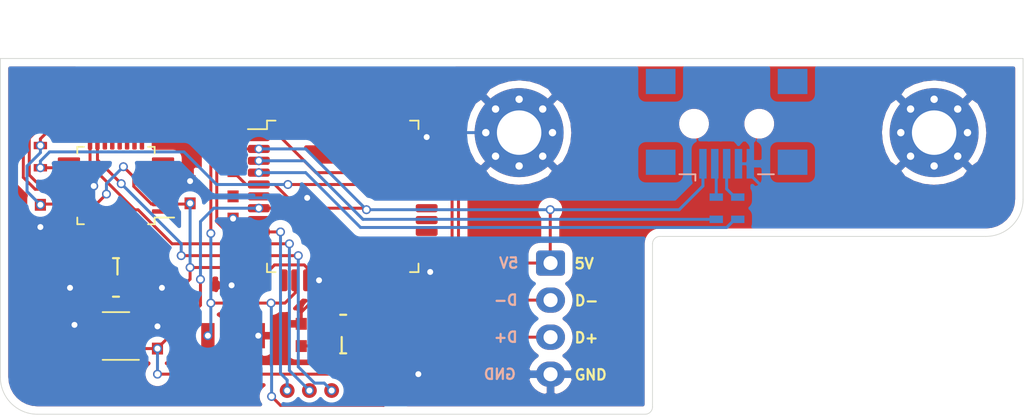
<source format=kicad_pcb>
(kicad_pcb (version 20171130) (host pcbnew "(5.1.4)-1")

  (general
    (thickness 1.6)
    (drawings 34)
    (tracks 336)
    (zones 0)
    (modules 29)
    (nets 23)
  )

  (page A4)
  (layers
    (0 F.Cu signal)
    (31 B.Cu signal)
    (32 B.Adhes user)
    (33 F.Adhes user)
    (34 B.Paste user)
    (35 F.Paste user)
    (36 B.SilkS user)
    (37 F.SilkS user)
    (38 B.Mask user)
    (39 F.Mask user)
    (40 Dwgs.User user)
    (41 Cmts.User user)
    (42 Eco1.User user hide)
    (43 Eco2.User user)
    (44 Edge.Cuts user)
    (45 Margin user)
    (46 B.CrtYd user)
    (47 F.CrtYd user)
    (48 B.Fab user)
    (49 F.Fab user)
  )

  (setup
    (last_trace_width 0.2)
    (trace_clearance 0.2)
    (zone_clearance 0.508)
    (zone_45_only no)
    (trace_min 0.2)
    (via_size 0.6)
    (via_drill 0.4)
    (via_min_size 0.4)
    (via_min_drill 0.3)
    (uvia_size 0.3)
    (uvia_drill 0.1)
    (uvias_allowed no)
    (uvia_min_size 0.2)
    (uvia_min_drill 0.1)
    (edge_width 0.05)
    (segment_width 0.2)
    (pcb_text_width 0.3)
    (pcb_text_size 1.5 1.5)
    (mod_edge_width 0.12)
    (mod_text_size 1 1)
    (mod_text_width 0.15)
    (pad_size 1.524 1.524)
    (pad_drill 0.762)
    (pad_to_mask_clearance 0.051)
    (solder_mask_min_width 0.25)
    (aux_axis_origin 0 0)
    (visible_elements 7FFFF7FF)
    (pcbplotparams
      (layerselection 0x010fc_ffffffff)
      (usegerberextensions false)
      (usegerberattributes false)
      (usegerberadvancedattributes false)
      (creategerberjobfile false)
      (excludeedgelayer true)
      (linewidth 0.100000)
      (plotframeref false)
      (viasonmask false)
      (mode 1)
      (useauxorigin false)
      (hpglpennumber 1)
      (hpglpenspeed 20)
      (hpglpendiameter 15.000000)
      (psnegative false)
      (psa4output false)
      (plotreference true)
      (plotvalue true)
      (plotinvisibletext false)
      (padsonsilk false)
      (subtractmaskfromsilk false)
      (outputformat 1)
      (mirror false)
      (drillshape 0)
      (scaleselection 1)
      (outputdirectory "Plots/"))
  )

  (net 0 "")
  (net 1 GND)
  (net 2 "Net-(C2-Pad1)")
  (net 3 +3V3)
  (net 4 "Net-(C4-Pad1)")
  (net 5 "Net-(C5-Pad1)")
  (net 6 "Net-(C10-Pad1)")
  (net 7 "Net-(C11-Pad1)")
  (net 8 "Net-(J1-Pad2)")
  (net 9 "Net-(J1-Pad3)")
  (net 10 "Net-(J2-Pad2)")
  (net 11 "Net-(J2-Pad3)")
  (net 12 "Net-(R1-Pad2)")
  (net 13 "Net-(R2-Pad2)")
  (net 14 "Net-(R4-Pad2)")
  (net 15 "Net-(R5-Pad2)")
  (net 16 /INT)
  (net 17 /RESET)
  (net 18 /SS)
  (net 19 /B3)
  (net 20 /B2)
  (net 21 /B1)
  (net 22 /VCC)

  (net_class Default "This is the default net class."
    (clearance 0.2)
    (trace_width 0.2)
    (via_dia 0.6)
    (via_drill 0.4)
    (uvia_dia 0.3)
    (uvia_drill 0.1)
    (add_net +3V3)
    (add_net /B1)
    (add_net /B2)
    (add_net /B3)
    (add_net /INT)
    (add_net /RESET)
    (add_net /SS)
    (add_net /VCC)
    (add_net GND)
    (add_net "Net-(C10-Pad1)")
    (add_net "Net-(C11-Pad1)")
    (add_net "Net-(C2-Pad1)")
    (add_net "Net-(C4-Pad1)")
    (add_net "Net-(C5-Pad1)")
    (add_net "Net-(J1-Pad2)")
    (add_net "Net-(J1-Pad3)")
    (add_net "Net-(J2-Pad2)")
    (add_net "Net-(J2-Pad3)")
    (add_net "Net-(R1-Pad2)")
    (add_net "Net-(R2-Pad2)")
    (add_net "Net-(R4-Pad2)")
    (add_net "Net-(R5-Pad2)")
  )

  (module "Footprints:Test Point 1mm x 6" (layer F.Cu) (tedit 5EA0DD21) (tstamp 5EA0FF0F)
    (at 118.1 74.4)
    (path /5E9C139F)
    (fp_text reference P1 (at 0.5 -1.5) (layer Dwgs.User)
      (effects (font (size 1 1) (thickness 0.15)))
    )
    (fp_text value "SPI pins" (at 0 -3) (layer F.Fab)
      (effects (font (size 1 1) (thickness 0.15)))
    )
    (pad 4 smd circle (at 0.75 0) (size 1 1) (layers F.Cu F.Paste F.Mask)
      (net 22 /VCC))
    (pad 5 smd circle (at 2.25 0) (size 1 1) (layers F.Cu F.Paste F.Mask)
      (net 1 GND))
    (pad 6 smd circle (at 3.75 0) (size 1 1) (layers F.Cu F.Paste F.Mask)
      (net 17 /RESET))
    (pad 3 smd circle (at -0.75 0) (size 1 1) (layers F.Cu F.Paste F.Mask)
      (net 19 /B3))
    (pad 2 smd circle (at -2.25 0) (size 1 1) (layers F.Cu F.Paste F.Mask)
      (net 20 /B2))
    (pad 1 smd circle (at -3.75 0) (size 1 1) (layers F.Cu F.Paste F.Mask)
      (net 21 /B1))
  )

  (module Connector_USB:USB_Mini-B_Lumberg_2486_01_Horizontal (layer B.Cu) (tedit 5E893F0F) (tstamp 5E89450A)
    (at 144 56.4)
    (descr "USB Mini-B 5-pin SMD connector, http://downloads.lumberg.com/datenblaetter/en/2486_01.pdf")
    (tags "USB USB_B USB_Mini connector")
    (path /5E87F45C)
    (attr smd)
    (fp_text reference J1 (at -0.05 -0.1) (layer Dwgs.User) hide
      (effects (font (size 1 1) (thickness 0.15)))
    )
    (fp_text value USB_B (at 0 -7.5) (layer B.Fab)
      (effects (font (size 1 1) (thickness 0.15)) (justify mirror))
    )
    (fp_line (start 2.35 4.2) (end -2.35 4.2) (layer B.CrtYd) (width 0.05))
    (fp_line (start 2.35 3.95) (end 2.35 4.2) (layer B.CrtYd) (width 0.05))
    (fp_line (start 4.35 -1.5) (end 5.95 -1.5) (layer B.CrtYd) (width 0.05))
    (fp_line (start 4.35 -4.2) (end 5.95 -4.2) (layer B.CrtYd) (width 0.05))
    (fp_line (start 4.35 -6.35) (end 4.35 -4.2) (layer B.CrtYd) (width 0.05))
    (fp_line (start 3.91 -5.91) (end -3.91 -5.91) (layer Dwgs.User) (width 0.12))
    (fp_line (start -1.6 2.85) (end -1.25 3.35) (layer B.Fab) (width 0.1))
    (fp_line (start -2.11 3.41) (end -2.11 3.84) (layer B.SilkS) (width 0.12))
    (fp_text user %R (at 0 -1.6 180) (layer B.Fab)
      (effects (font (size 1 1) (thickness 0.15)) (justify mirror))
    )
    (fp_line (start 3.91 -5.91) (end 3.91 -3.96) (layer Dwgs.User) (width 0.12))
    (fp_line (start 3.91 -1.74) (end 3.91 1.49) (layer Dwgs.User) (width 0.12))
    (fp_line (start 2.11 3.41) (end 3.19 3.41) (layer B.SilkS) (width 0.12))
    (fp_line (start -3.19 3.41) (end -2.11 3.41) (layer B.SilkS) (width 0.12))
    (fp_line (start -3.91 -1.74) (end -3.91 1.49) (layer Dwgs.User) (width 0.12))
    (fp_line (start -3.91 -5.91) (end -3.91 -3.96) (layer Dwgs.User) (width 0.12))
    (fp_line (start 3.85 -5.85) (end 3.85 3.35) (layer B.Fab) (width 0.1))
    (fp_line (start -3.85 -5.85) (end 3.85 -5.85) (layer B.Fab) (width 0.1))
    (fp_line (start -3.85 3.35) (end -3.85 -5.85) (layer B.Fab) (width 0.1))
    (fp_line (start -3.85 3.35) (end 3.85 3.35) (layer B.Fab) (width 0.1))
    (fp_line (start -4.35 -6.35) (end 4.35 -6.35) (layer B.CrtYd) (width 0.05))
    (fp_line (start 5.95 3.95) (end 2.35 3.95) (layer B.CrtYd) (width 0.05))
    (fp_line (start 5.95 -1.5) (end 5.95 -4.2) (layer B.CrtYd) (width 0.05))
    (fp_line (start -1.95 3.35) (end -1.6 2.85) (layer B.Fab) (width 0.1))
    (fp_line (start 4.35 1.25) (end 4.35 -1.5) (layer B.CrtYd) (width 0.05))
    (fp_line (start 4.35 1.25) (end 5.95 1.25) (layer B.CrtYd) (width 0.05))
    (fp_line (start 5.95 3.95) (end 5.95 1.25) (layer B.CrtYd) (width 0.05))
    (fp_line (start -2.35 3.95) (end -2.35 4.2) (layer B.CrtYd) (width 0.05))
    (fp_line (start -5.95 3.95) (end -2.35 3.95) (layer B.CrtYd) (width 0.05))
    (fp_line (start -5.95 3.95) (end -5.95 1.25) (layer B.CrtYd) (width 0.05))
    (fp_line (start -4.35 1.25) (end -5.95 1.25) (layer B.CrtYd) (width 0.05))
    (fp_line (start -4.35 1.25) (end -4.35 -1.5) (layer B.CrtYd) (width 0.05))
    (fp_line (start -4.35 -1.5) (end -5.95 -1.5) (layer B.CrtYd) (width 0.05))
    (fp_line (start -5.95 -1.5) (end -5.95 -4.2) (layer B.CrtYd) (width 0.05))
    (fp_line (start -4.35 -4.2) (end -5.95 -4.2) (layer B.CrtYd) (width 0.05))
    (fp_line (start -4.35 -6.35) (end -4.35 -4.2) (layer B.CrtYd) (width 0.05))
    (pad 1 smd rect (at -1.6 2.7) (size 0.5 2) (layers B.Cu B.Paste B.Mask)
      (net 22 /VCC))
    (pad 2 smd rect (at -0.8 2.7) (size 0.5 2) (layers B.Cu B.Paste B.Mask)
      (net 8 "Net-(J1-Pad2)"))
    (pad 3 smd rect (at 0 2.7) (size 0.5 2) (layers B.Cu B.Paste B.Mask)
      (net 9 "Net-(J1-Pad3)"))
    (pad 4 smd rect (at 0.8 2.7) (size 0.5 2) (layers B.Cu B.Paste B.Mask)
      (net 1 GND))
    (pad 5 smd rect (at 1.6 2.7) (size 0.5 2) (layers B.Cu B.Paste B.Mask)
      (net 1 GND))
    (pad 6 smd rect (at -4.45 2.6) (size 2 1.7) (layers B.Cu B.Paste B.Mask))
    (pad 6 smd rect (at -4.45 -2.85) (size 2 1.7) (layers B.Cu B.Paste B.Mask))
    (pad 6 smd rect (at 4.45 2.6) (size 2 1.7) (layers B.Cu B.Paste B.Mask))
    (pad 6 smd rect (at 4.45 -2.85) (size 2 1.7) (layers B.Cu B.Paste B.Mask))
    (pad "" np_thru_hole circle (at -2.2 0) (size 1 1) (drill 1) (layers *.Cu *.Mask))
    (pad "" np_thru_hole circle (at 2.2 0) (size 1 1) (drill 1) (layers *.Cu *.Mask))
    (model ${KIPRJMOD}/shapes3D/USB_Mini-B_Lumberg_2486_01_Horizontal.wrl
      (at (xyz 0 0 0))
      (scale (xyz 1 1 1))
      (rotate (xyz 0 0 0))
    )
  )

  (module Connector_JST:JST_EH_S4B-EH_1x04_P2.50mm_Horizontal (layer B.Cu) (tedit 5E892535) (tstamp 5E893533)
    (at 132.12 63.2 90)
    (descr "JST EH series connector, S4B-EH (http://www.jst-mfg.com/product/pdf/eng/eEH.pdf), generated with kicad-footprint-generator")
    (tags "connector JST EH horizontal")
    (path /5E94A825)
    (fp_text reference J2 (at -2 5.98 270) (layer Dwgs.User) hide
      (effects (font (size 0.5 0.5) (thickness 0.1)))
    )
    (fp_text value Conn_01x04 (at -6.5 5.78 270) (layer Dwgs.User) hide
      (effects (font (size 1 1) (thickness 0.15)) (justify mirror))
    )
    (fp_line (start -1.1 0.7) (end -1.1 -1.5) (layer B.Fab) (width 0.1))
    (fp_line (start -1.1 -1.5) (end -0.1 -1.5) (layer B.Fab) (width 0.1))
    (fp_line (start -0.1 -1.5) (end -0.1 6.7) (layer B.Fab) (width 0.1))
    (fp_line (start -0.1 6.7) (end -12.6 6.7) (layer B.Fab) (width 0.1))
    (fp_line (start -12.6 6.7) (end -12.6 -1.5) (layer B.Fab) (width 0.1))
    (fp_line (start -12.6 -1.5) (end -11.6 -1.5) (layer B.Fab) (width 0.1))
    (fp_line (start -11.6 -1.5) (end -11.6 0.7) (layer B.Fab) (width 0.1))
    (fp_line (start -11.6 0.7) (end -1.1 0.7) (layer B.Fab) (width 0.1))
    (fp_line (start 0.4 7.2) (end 0.4 -2) (layer B.CrtYd) (width 0.05))
    (fp_line (start 0.4 -2) (end -13.1 -2) (layer B.CrtYd) (width 0.05))
    (fp_line (start -13.1 -2) (end -13.1 7.2) (layer B.CrtYd) (width 0.05))
    (fp_line (start -13.1 7.2) (end 0.4 7.2) (layer B.CrtYd) (width 0.05))
    (fp_line (start -1.21 0.59) (end -1.21 -1.61) (layer Dwgs.User) (width 0.12))
    (fp_line (start -1.21 -1.61) (end 0.01 -1.61) (layer Dwgs.User) (width 0.12))
    (fp_line (start 0.01 -1.61) (end 0.01 6.81) (layer Dwgs.User) (width 0.12))
    (fp_line (start 0.01 6.81) (end -12.71 6.81) (layer Dwgs.User) (width 0.12))
    (fp_line (start -12.71 6.81) (end -12.71 -1.61) (layer Dwgs.User) (width 0.12))
    (fp_line (start -12.71 -1.61) (end -11.49 -1.61) (layer Dwgs.User) (width 0.12))
    (fp_line (start -11.49 -1.61) (end -11.49 0.59) (layer Dwgs.User) (width 0.12))
    (fp_line (start 0.01 5.59) (end -1.21 5.59) (layer Dwgs.User) (width 0.12))
    (fp_line (start -1.21 5.59) (end -1.21 0.59) (layer Dwgs.User) (width 0.12))
    (fp_line (start -1.21 0.59) (end 0.01 0.59) (layer Dwgs.User) (width 0.12))
    (fp_line (start -12.71 5.59) (end -11.49 5.59) (layer Dwgs.User) (width 0.12))
    (fp_line (start -11.49 5.59) (end -11.49 0.59) (layer Dwgs.User) (width 0.12))
    (fp_line (start -11.49 0.59) (end -12.71 0.59) (layer Dwgs.User) (width 0.12))
    (fp_line (start -1.21 1.59) (end -11.49 1.59) (layer Dwgs.User) (width 0.12))
    (fp_line (start -2.28 1.59) (end -2.28 5.01) (layer Dwgs.User) (width 0.12))
    (fp_line (start -2.28 5.01) (end -2.6 5.09) (layer Dwgs.User) (width 0.12))
    (fp_line (start -2.6 5.09) (end -2.92 5.01) (layer Dwgs.User) (width 0.12))
    (fp_line (start -2.92 5.01) (end -2.92 1.59) (layer Dwgs.User) (width 0.12))
    (fp_line (start -4.78 1.59) (end -4.78 5.01) (layer Dwgs.User) (width 0.12))
    (fp_line (start -4.78 5.01) (end -5.1 5.09) (layer Dwgs.User) (width 0.12))
    (fp_line (start -5.1 5.09) (end -5.42 5.01) (layer Dwgs.User) (width 0.12))
    (fp_line (start -5.42 5.01) (end -5.42 1.59) (layer Dwgs.User) (width 0.12))
    (fp_line (start -7.28 1.59) (end -7.28 5.01) (layer Dwgs.User) (width 0.12))
    (fp_line (start -7.28 5.01) (end -7.6 5.09) (layer Dwgs.User) (width 0.12))
    (fp_line (start -7.6 5.09) (end -7.92 5.01) (layer Dwgs.User) (width 0.12))
    (fp_line (start -7.92 5.01) (end -7.92 1.59) (layer Dwgs.User) (width 0.12))
    (fp_line (start -9.78 1.59) (end -9.78 5.01) (layer Dwgs.User) (width 0.12))
    (fp_line (start -9.78 5.01) (end -10.1 5.09) (layer Dwgs.User) (width 0.12))
    (fp_line (start -10.1 5.09) (end -10.42 5.01) (layer Dwgs.User) (width 0.12))
    (fp_line (start -10.42 5.01) (end -10.42 1.59) (layer Dwgs.User) (width 0.12))
    (fp_line (start -2.1 0.7) (end -2.6 1.407107) (layer B.Fab) (width 0.1))
    (fp_line (start -2.6 1.407107) (end -3.1 0.7) (layer B.Fab) (width 0.1))
    (fp_text user %R (at -3.9 5.78 270) (layer Dwgs.User) hide
      (effects (font (size 1 1) (thickness 0.15)) (justify mirror))
    )
    (pad 1 thru_hole roundrect (at -2.6 0 90) (size 1.7 1.95) (drill 0.95) (layers *.Cu *.Mask) (roundrect_rratio 0.147059)
      (net 22 /VCC))
    (pad 2 thru_hole oval (at -5.1 0 90) (size 1.7 1.95) (drill 0.95) (layers *.Cu *.Mask)
      (net 10 "Net-(J2-Pad2)"))
    (pad 3 thru_hole oval (at -7.6 0 90) (size 1.7 1.95) (drill 0.95) (layers *.Cu *.Mask)
      (net 11 "Net-(J2-Pad3)"))
    (pad 4 thru_hole oval (at -10.1 0 90) (size 1.7 1.95) (drill 0.95) (layers *.Cu *.Mask)
      (net 1 GND))
    (model ${KIPRJMOD}/shapes3D/JST_EH_S4B-EH_1x04_P2.50mm_Horizontal.wrl
      (offset (xyz -10 0 0))
      (scale (xyz 1 1 1))
      (rotate (xyz 0 0 0))
    )
  )

  (module MountingHole:MountingHole_3mm_Pad_Via locked (layer F.Cu) (tedit 56DDBED4) (tstamp 5E893543)
    (at 158 57)
    (descr "Mounting Hole 3mm")
    (tags "mounting hole 3mm")
    (path /5E94C5FC)
    (attr virtual)
    (fp_text reference J3 (at 0 -4) (layer Dwgs.User) hide
      (effects (font (size 1 1) (thickness 0.15)))
    )
    (fp_text value Earth (at 0 4) (layer F.Fab)
      (effects (font (size 1 1) (thickness 0.15)))
    )
    (fp_text user %R (at -0.066941 -1.709025) (layer F.Fab)
      (effects (font (size 1 1) (thickness 0.15)))
    )
    (fp_circle (center 0 0) (end 3 0) (layer Cmts.User) (width 0.15))
    (fp_circle (center 0 0) (end 3.25 0) (layer F.CrtYd) (width 0.05))
    (pad 1 thru_hole circle (at 0 0) (size 6 6) (drill 3) (layers *.Cu *.Mask)
      (net 1 GND))
    (pad 1 thru_hole circle (at 2.25 0) (size 0.8 0.8) (drill 0.5) (layers *.Cu *.Mask)
      (net 1 GND))
    (pad 1 thru_hole circle (at 1.59099 1.59099) (size 0.8 0.8) (drill 0.5) (layers *.Cu *.Mask)
      (net 1 GND))
    (pad 1 thru_hole circle (at 0 2.25) (size 0.8 0.8) (drill 0.5) (layers *.Cu *.Mask)
      (net 1 GND))
    (pad 1 thru_hole circle (at -1.59099 1.59099) (size 0.8 0.8) (drill 0.5) (layers *.Cu *.Mask)
      (net 1 GND))
    (pad 1 thru_hole circle (at -2.25 0) (size 0.8 0.8) (drill 0.5) (layers *.Cu *.Mask)
      (net 1 GND))
    (pad 1 thru_hole circle (at -1.59099 -1.59099) (size 0.8 0.8) (drill 0.5) (layers *.Cu *.Mask)
      (net 1 GND))
    (pad 1 thru_hole circle (at 0 -2.25) (size 0.8 0.8) (drill 0.5) (layers *.Cu *.Mask)
      (net 1 GND))
    (pad 1 thru_hole circle (at 1.59099 -1.59099) (size 0.8 0.8) (drill 0.5) (layers *.Cu *.Mask)
      (net 1 GND))
  )

  (module MountingHole:MountingHole_3mm_Pad_Via locked (layer F.Cu) (tedit 56DDBED4) (tstamp 5E893553)
    (at 130 57)
    (descr "Mounting Hole 3mm")
    (tags "mounting hole 3mm")
    (path /5E94CEEE)
    (attr virtual)
    (fp_text reference J4 (at 0 0) (layer Dwgs.User) hide
      (effects (font (size 1 1) (thickness 0.15)))
    )
    (fp_text value Earth (at 0 4) (layer F.Fab)
      (effects (font (size 1 1) (thickness 0.15)))
    )
    (fp_circle (center 0 0) (end 3.25 0) (layer F.CrtYd) (width 0.05))
    (fp_circle (center 0 0) (end 3 0) (layer Cmts.User) (width 0.15))
    (fp_text user %R (at 0.3 0) (layer F.Fab)
      (effects (font (size 1 1) (thickness 0.15)))
    )
    (pad 1 thru_hole circle (at 1.59099 -1.59099) (size 0.8 0.8) (drill 0.5) (layers *.Cu *.Mask)
      (net 1 GND))
    (pad 1 thru_hole circle (at 0 -2.25) (size 0.8 0.8) (drill 0.5) (layers *.Cu *.Mask)
      (net 1 GND))
    (pad 1 thru_hole circle (at -1.59099 -1.59099) (size 0.8 0.8) (drill 0.5) (layers *.Cu *.Mask)
      (net 1 GND))
    (pad 1 thru_hole circle (at -2.25 0) (size 0.8 0.8) (drill 0.5) (layers *.Cu *.Mask)
      (net 1 GND))
    (pad 1 thru_hole circle (at -1.59099 1.59099) (size 0.8 0.8) (drill 0.5) (layers *.Cu *.Mask)
      (net 1 GND))
    (pad 1 thru_hole circle (at 0 2.25) (size 0.8 0.8) (drill 0.5) (layers *.Cu *.Mask)
      (net 1 GND))
    (pad 1 thru_hole circle (at 1.59099 1.59099) (size 0.8 0.8) (drill 0.5) (layers *.Cu *.Mask)
      (net 1 GND))
    (pad 1 thru_hole circle (at 2.25 0) (size 0.8 0.8) (drill 0.5) (layers *.Cu *.Mask)
      (net 1 GND))
    (pad 1 thru_hole circle (at 0 0) (size 6 6) (drill 3) (layers *.Cu *.Mask)
      (net 1 GND))
  )

  (module Footprints:SW_SPST_B3U-1000P (layer F.Cu) (tedit 5E76ADEE) (tstamp 5E8942C3)
    (at 110.7 70.7 180)
    (descr "Ultra-small-sized Tactile Switch with High Contact Reliability, Top-actuated Model, without Ground Terminal, without Boss")
    (tags "Tactile Switch")
    (path /5E88AA70)
    (attr smd)
    (fp_text reference SW1 (at 0.01 -1.18) (layer Dwgs.User) hide
      (effects (font (size 0.5 0.5) (thickness 0.125)))
    )
    (fp_text value SW_PUSH (at 0.12 1.28) (layer F.Fab) hide
      (effects (font (size 0.5 0.5) (thickness 0.125)))
    )
    (fp_text user %R (at 0.01 -1.19) (layer F.Fab) hide
      (effects (font (size 0.5 0.5) (thickness 0.125)))
    )
    (fp_line (start -2.4 1.65) (end 2.4 1.65) (layer F.CrtYd) (width 0.05))
    (fp_line (start 2.4 1.65) (end 2.4 -1.65) (layer F.CrtYd) (width 0.05))
    (fp_line (start 2.4 -1.65) (end -2.4 -1.65) (layer F.CrtYd) (width 0.05))
    (fp_line (start -2.4 -1.65) (end -2.4 1.65) (layer F.CrtYd) (width 0.05))
    (fp_line (start -1.5 -1.25) (end 1.5 -1.25) (layer F.Fab) (width 0.1))
    (fp_line (start 1.5 -1.25) (end 1.5 1.25) (layer F.Fab) (width 0.1))
    (fp_line (start 1.5 1.25) (end -1.5 1.25) (layer F.Fab) (width 0.1))
    (fp_line (start -1.5 1.25) (end -1.5 -1.25) (layer F.Fab) (width 0.1))
    (fp_circle (center 0 0) (end 0.75 0) (layer F.Fab) (width 0.1))
    (pad 1 smd rect (at -1.7 0 180) (size 0.9 1.7) (layers F.Cu F.Paste F.Mask)
      (net 1 GND))
    (pad 2 smd rect (at 1.7 0 180) (size 0.9 1.7) (layers F.Cu F.Paste F.Mask)
      (net 17 /RESET))
    (model ${KIPRJMOD}/shapes3D/SW_SPST_B3U-1000P.wrl
      (at (xyz 0 0 0))
      (scale (xyz 1 1 1))
      (rotate (xyz 0 0 0))
    )
  )

  (module Package_QFP:LQFP-44_10x10mm_P0.8mm (layer F.Cu) (tedit 5C18330E) (tstamp 5E89360F)
    (at 118.1 61.3)
    (descr "LQFP, 44 Pin (https://www.nxp.com/files-static/shared/doc/package_info/98ASS23225W.pdf?&fsrch=1), generated with kicad-footprint-generator ipc_gullwing_generator.py")
    (tags "LQFP QFP")
    (path /5E87DD17)
    (attr smd)
    (fp_text reference U1 (at -5.7 -5.6) (layer F.SilkS) hide
      (effects (font (size 0.5 0.5) (thickness 0.1)))
    )
    (fp_text value ATMEGA32U4 (at 0 1.8) (layer F.Fab)
      (effects (font (size 1 1) (thickness 0.15)))
    )
    (fp_line (start 4.535 5.11) (end 5.11 5.11) (layer F.SilkS) (width 0.12))
    (fp_line (start 5.11 5.11) (end 5.11 4.535) (layer F.SilkS) (width 0.12))
    (fp_line (start -4.535 5.11) (end -5.11 5.11) (layer F.SilkS) (width 0.12))
    (fp_line (start -5.11 5.11) (end -5.11 4.535) (layer F.SilkS) (width 0.12))
    (fp_line (start 4.535 -5.11) (end 5.11 -5.11) (layer F.SilkS) (width 0.12))
    (fp_line (start 5.11 -5.11) (end 5.11 -4.535) (layer F.SilkS) (width 0.12))
    (fp_line (start -4.535 -5.11) (end -5.11 -5.11) (layer F.SilkS) (width 0.12))
    (fp_line (start -5.11 -5.11) (end -5.11 -4.535) (layer F.SilkS) (width 0.12))
    (fp_line (start -5.11 -4.535) (end -6.4 -4.535) (layer F.SilkS) (width 0.12))
    (fp_line (start -4 -5) (end 5 -5) (layer F.Fab) (width 0.1))
    (fp_line (start 5 -5) (end 5 5) (layer F.Fab) (width 0.1))
    (fp_line (start 5 5) (end -5 5) (layer F.Fab) (width 0.1))
    (fp_line (start -5 5) (end -5 -4) (layer F.Fab) (width 0.1))
    (fp_line (start -5 -4) (end -4 -5) (layer F.Fab) (width 0.1))
    (fp_line (start 0 -6.65) (end -4.52 -6.65) (layer F.CrtYd) (width 0.05))
    (fp_line (start -4.52 -6.65) (end -4.52 -5.25) (layer F.CrtYd) (width 0.05))
    (fp_line (start -4.52 -5.25) (end -5.25 -5.25) (layer F.CrtYd) (width 0.05))
    (fp_line (start -5.25 -5.25) (end -5.25 -4.52) (layer F.CrtYd) (width 0.05))
    (fp_line (start -5.25 -4.52) (end -6.65 -4.52) (layer F.CrtYd) (width 0.05))
    (fp_line (start -6.65 -4.52) (end -6.65 0) (layer F.CrtYd) (width 0.05))
    (fp_line (start 0 -6.65) (end 4.52 -6.65) (layer F.CrtYd) (width 0.05))
    (fp_line (start 4.52 -6.65) (end 4.52 -5.25) (layer F.CrtYd) (width 0.05))
    (fp_line (start 4.52 -5.25) (end 5.25 -5.25) (layer F.CrtYd) (width 0.05))
    (fp_line (start 5.25 -5.25) (end 5.25 -4.52) (layer F.CrtYd) (width 0.05))
    (fp_line (start 5.25 -4.52) (end 6.65 -4.52) (layer F.CrtYd) (width 0.05))
    (fp_line (start 6.65 -4.52) (end 6.65 0) (layer F.CrtYd) (width 0.05))
    (fp_line (start 0 6.65) (end -4.52 6.65) (layer F.CrtYd) (width 0.05))
    (fp_line (start -4.52 6.65) (end -4.52 5.25) (layer F.CrtYd) (width 0.05))
    (fp_line (start -4.52 5.25) (end -5.25 5.25) (layer F.CrtYd) (width 0.05))
    (fp_line (start -5.25 5.25) (end -5.25 4.52) (layer F.CrtYd) (width 0.05))
    (fp_line (start -5.25 4.52) (end -6.65 4.52) (layer F.CrtYd) (width 0.05))
    (fp_line (start -6.65 4.52) (end -6.65 0) (layer F.CrtYd) (width 0.05))
    (fp_line (start 0 6.65) (end 4.52 6.65) (layer F.CrtYd) (width 0.05))
    (fp_line (start 4.52 6.65) (end 4.52 5.25) (layer F.CrtYd) (width 0.05))
    (fp_line (start 4.52 5.25) (end 5.25 5.25) (layer F.CrtYd) (width 0.05))
    (fp_line (start 5.25 5.25) (end 5.25 4.52) (layer F.CrtYd) (width 0.05))
    (fp_line (start 5.25 4.52) (end 6.65 4.52) (layer F.CrtYd) (width 0.05))
    (fp_line (start 6.65 4.52) (end 6.65 0) (layer F.CrtYd) (width 0.05))
    (fp_text user %R (at 0 0) (layer F.Fab)
      (effects (font (size 1 1) (thickness 0.15)))
    )
    (pad 1 smd roundrect (at -5.6625 -4) (size 1.475 0.55) (layers F.Cu F.Paste F.Mask) (roundrect_rratio 0.25))
    (pad 2 smd roundrect (at -5.6625 -3.2) (size 1.475 0.55) (layers F.Cu F.Paste F.Mask) (roundrect_rratio 0.25)
      (net 22 /VCC))
    (pad 3 smd roundrect (at -5.6625 -2.4) (size 1.475 0.55) (layers F.Cu F.Paste F.Mask) (roundrect_rratio 0.25)
      (net 13 "Net-(R2-Pad2)"))
    (pad 4 smd roundrect (at -5.6625 -1.6) (size 1.475 0.55) (layers F.Cu F.Paste F.Mask) (roundrect_rratio 0.25)
      (net 12 "Net-(R1-Pad2)"))
    (pad 5 smd roundrect (at -5.6625 -0.8) (size 1.475 0.55) (layers F.Cu F.Paste F.Mask) (roundrect_rratio 0.25)
      (net 1 GND))
    (pad 6 smd roundrect (at -5.6625 0) (size 1.475 0.55) (layers F.Cu F.Paste F.Mask) (roundrect_rratio 0.25)
      (net 2 "Net-(C2-Pad1)"))
    (pad 7 smd roundrect (at -5.6625 0.8) (size 1.475 0.55) (layers F.Cu F.Paste F.Mask) (roundrect_rratio 0.25)
      (net 22 /VCC))
    (pad 8 smd roundrect (at -5.6625 1.6) (size 1.475 0.55) (layers F.Cu F.Paste F.Mask) (roundrect_rratio 0.25))
    (pad 9 smd roundrect (at -5.6625 2.4) (size 1.475 0.55) (layers F.Cu F.Paste F.Mask) (roundrect_rratio 0.25)
      (net 21 /B1))
    (pad 10 smd roundrect (at -5.6625 3.2) (size 1.475 0.55) (layers F.Cu F.Paste F.Mask) (roundrect_rratio 0.25)
      (net 20 /B2))
    (pad 11 smd roundrect (at -5.6625 4) (size 1.475 0.55) (layers F.Cu F.Paste F.Mask) (roundrect_rratio 0.25)
      (net 19 /B3))
    (pad 12 smd roundrect (at -4 5.6625) (size 0.55 1.475) (layers F.Cu F.Paste F.Mask) (roundrect_rratio 0.25))
    (pad 13 smd roundrect (at -3.2 5.6625) (size 0.55 1.475) (layers F.Cu F.Paste F.Mask) (roundrect_rratio 0.25)
      (net 17 /RESET))
    (pad 14 smd roundrect (at -2.4 5.6625) (size 0.55 1.475) (layers F.Cu F.Paste F.Mask) (roundrect_rratio 0.25)
      (net 3 +3V3))
    (pad 15 smd roundrect (at -1.6 5.6625) (size 0.55 1.475) (layers F.Cu F.Paste F.Mask) (roundrect_rratio 0.25)
      (net 1 GND))
    (pad 16 smd roundrect (at -0.8 5.6625) (size 0.55 1.475) (layers F.Cu F.Paste F.Mask) (roundrect_rratio 0.25)
      (net 4 "Net-(C4-Pad1)"))
    (pad 17 smd roundrect (at 0 5.6625) (size 0.55 1.475) (layers F.Cu F.Paste F.Mask) (roundrect_rratio 0.25)
      (net 5 "Net-(C5-Pad1)"))
    (pad 18 smd roundrect (at 0.8 5.6625) (size 0.55 1.475) (layers F.Cu F.Paste F.Mask) (roundrect_rratio 0.25))
    (pad 19 smd roundrect (at 1.6 5.6625) (size 0.55 1.475) (layers F.Cu F.Paste F.Mask) (roundrect_rratio 0.25))
    (pad 20 smd roundrect (at 2.4 5.6625) (size 0.55 1.475) (layers F.Cu F.Paste F.Mask) (roundrect_rratio 0.25))
    (pad 21 smd roundrect (at 3.2 5.6625) (size 0.55 1.475) (layers F.Cu F.Paste F.Mask) (roundrect_rratio 0.25))
    (pad 22 smd roundrect (at 4 5.6625) (size 0.55 1.475) (layers F.Cu F.Paste F.Mask) (roundrect_rratio 0.25))
    (pad 23 smd roundrect (at 5.6625 4) (size 1.475 0.55) (layers F.Cu F.Paste F.Mask) (roundrect_rratio 0.25)
      (net 1 GND))
    (pad 24 smd roundrect (at 5.6625 3.2) (size 1.475 0.55) (layers F.Cu F.Paste F.Mask) (roundrect_rratio 0.25)
      (net 3 +3V3))
    (pad 25 smd roundrect (at 5.6625 2.4) (size 1.475 0.55) (layers F.Cu F.Paste F.Mask) (roundrect_rratio 0.25))
    (pad 26 smd roundrect (at 5.6625 1.6) (size 1.475 0.55) (layers F.Cu F.Paste F.Mask) (roundrect_rratio 0.25))
    (pad 27 smd roundrect (at 5.6625 0.8) (size 1.475 0.55) (layers F.Cu F.Paste F.Mask) (roundrect_rratio 0.25))
    (pad 28 smd roundrect (at 5.6625 0) (size 1.475 0.55) (layers F.Cu F.Paste F.Mask) (roundrect_rratio 0.25))
    (pad 29 smd roundrect (at 5.6625 -0.8) (size 1.475 0.55) (layers F.Cu F.Paste F.Mask) (roundrect_rratio 0.25)
      (net 16 /INT))
    (pad 30 smd roundrect (at 5.6625 -1.6) (size 1.475 0.55) (layers F.Cu F.Paste F.Mask) (roundrect_rratio 0.25)
      (net 18 /SS))
    (pad 31 smd roundrect (at 5.6625 -2.4) (size 1.475 0.55) (layers F.Cu F.Paste F.Mask) (roundrect_rratio 0.25))
    (pad 32 smd roundrect (at 5.6625 -3.2) (size 1.475 0.55) (layers F.Cu F.Paste F.Mask) (roundrect_rratio 0.25))
    (pad 33 smd roundrect (at 5.6625 -4) (size 1.475 0.55) (layers F.Cu F.Paste F.Mask) (roundrect_rratio 0.25)
      (net 1 GND))
    (pad 34 smd roundrect (at 4 -5.6625) (size 0.55 1.475) (layers F.Cu F.Paste F.Mask) (roundrect_rratio 0.25)
      (net 3 +3V3))
    (pad 35 smd roundrect (at 3.2 -5.6625) (size 0.55 1.475) (layers F.Cu F.Paste F.Mask) (roundrect_rratio 0.25)
      (net 1 GND))
    (pad 36 smd roundrect (at 2.4 -5.6625) (size 0.55 1.475) (layers F.Cu F.Paste F.Mask) (roundrect_rratio 0.25))
    (pad 37 smd roundrect (at 1.6 -5.6625) (size 0.55 1.475) (layers F.Cu F.Paste F.Mask) (roundrect_rratio 0.25))
    (pad 38 smd roundrect (at 0.8 -5.6625) (size 0.55 1.475) (layers F.Cu F.Paste F.Mask) (roundrect_rratio 0.25))
    (pad 39 smd roundrect (at 0 -5.6625) (size 0.55 1.475) (layers F.Cu F.Paste F.Mask) (roundrect_rratio 0.25))
    (pad 40 smd roundrect (at -0.8 -5.6625) (size 0.55 1.475) (layers F.Cu F.Paste F.Mask) (roundrect_rratio 0.25))
    (pad 41 smd roundrect (at -1.6 -5.6625) (size 0.55 1.475) (layers F.Cu F.Paste F.Mask) (roundrect_rratio 0.25))
    (pad 42 smd roundrect (at -2.4 -5.6625) (size 0.55 1.475) (layers F.Cu F.Paste F.Mask) (roundrect_rratio 0.25))
    (pad 43 smd roundrect (at -3.2 -5.6625) (size 0.55 1.475) (layers F.Cu F.Paste F.Mask) (roundrect_rratio 0.25)
      (net 1 GND))
    (pad 44 smd roundrect (at -4 -5.6625) (size 0.55 1.475) (layers F.Cu F.Paste F.Mask) (roundrect_rratio 0.25)
      (net 3 +3V3))
    (model ${KIPRJMOD}/shapes3D/LQFP-44_10x10mm_P0.8mm.wrl
      (at (xyz 0 0 0))
      (scale (xyz 1 1 1))
      (rotate (xyz 0 0 0))
    )
  )

  (module Package_QFP:LQFP-32_5x5mm_P0.5mm (layer F.Cu) (tedit 5C181785) (tstamp 5E8972D3)
    (at 102.8 60.57 180)
    (descr "LQFP, 32 Pin (https://www.nxp.com/docs/en/package-information/SOT401-1.pdf), generated with kicad-footprint-generator ipc_gullwing_generator.py")
    (tags "LQFP QFP")
    (path /5E8C9637)
    (attr smd)
    (fp_text reference U2 (at 3.3 3.1) (layer F.SilkS) hide
      (effects (font (size 0.5 0.5) (thickness 0.1)))
    )
    (fp_text value MAX3421E (at 0 4.88) (layer F.Fab)
      (effects (font (size 0.5 0.5) (thickness 0.125)))
    )
    (fp_line (start 2.16 2.61) (end 2.61 2.61) (layer F.SilkS) (width 0.12))
    (fp_line (start 2.61 2.61) (end 2.61 2.16) (layer F.SilkS) (width 0.12))
    (fp_line (start -2.16 2.61) (end -2.61 2.61) (layer F.SilkS) (width 0.12))
    (fp_line (start -2.61 2.61) (end -2.61 2.16) (layer F.SilkS) (width 0.12))
    (fp_line (start 2.16 -2.61) (end 2.61 -2.61) (layer F.SilkS) (width 0.12))
    (fp_line (start 2.61 -2.61) (end 2.61 -2.16) (layer F.SilkS) (width 0.12))
    (fp_line (start -2.16 -2.61) (end -2.61 -2.61) (layer F.SilkS) (width 0.12))
    (fp_line (start -2.61 -2.61) (end -2.61 -2.16) (layer F.SilkS) (width 0.12))
    (fp_line (start -2.61 -2.16) (end -3.925 -2.16) (layer F.SilkS) (width 0.12))
    (fp_line (start -1.5 -2.5) (end 2.5 -2.5) (layer F.Fab) (width 0.1))
    (fp_line (start 2.5 -2.5) (end 2.5 2.5) (layer F.Fab) (width 0.1))
    (fp_line (start 2.5 2.5) (end -2.5 2.5) (layer F.Fab) (width 0.1))
    (fp_line (start -2.5 2.5) (end -2.5 -1.5) (layer F.Fab) (width 0.1))
    (fp_line (start -2.5 -1.5) (end -1.5 -2.5) (layer F.Fab) (width 0.1))
    (fp_line (start 0 -4.18) (end -2.15 -4.18) (layer F.CrtYd) (width 0.05))
    (fp_line (start -2.15 -4.18) (end -2.15 -2.75) (layer F.CrtYd) (width 0.05))
    (fp_line (start -2.15 -2.75) (end -2.75 -2.75) (layer F.CrtYd) (width 0.05))
    (fp_line (start -2.75 -2.75) (end -2.75 -2.15) (layer F.CrtYd) (width 0.05))
    (fp_line (start -2.75 -2.15) (end -4.18 -2.15) (layer F.CrtYd) (width 0.05))
    (fp_line (start -4.18 -2.15) (end -4.18 0) (layer F.CrtYd) (width 0.05))
    (fp_line (start 0 -4.18) (end 2.15 -4.18) (layer F.CrtYd) (width 0.05))
    (fp_line (start 2.15 -4.18) (end 2.15 -2.75) (layer F.CrtYd) (width 0.05))
    (fp_line (start 2.15 -2.75) (end 2.75 -2.75) (layer F.CrtYd) (width 0.05))
    (fp_line (start 2.75 -2.75) (end 2.75 -2.15) (layer F.CrtYd) (width 0.05))
    (fp_line (start 2.75 -2.15) (end 4.18 -2.15) (layer F.CrtYd) (width 0.05))
    (fp_line (start 4.18 -2.15) (end 4.18 0) (layer F.CrtYd) (width 0.05))
    (fp_line (start 0 4.18) (end -2.15 4.18) (layer F.CrtYd) (width 0.05))
    (fp_line (start -2.15 4.18) (end -2.15 2.75) (layer F.CrtYd) (width 0.05))
    (fp_line (start -2.15 2.75) (end -2.75 2.75) (layer F.CrtYd) (width 0.05))
    (fp_line (start -2.75 2.75) (end -2.75 2.15) (layer F.CrtYd) (width 0.05))
    (fp_line (start -2.75 2.15) (end -4.18 2.15) (layer F.CrtYd) (width 0.05))
    (fp_line (start -4.18 2.15) (end -4.18 0) (layer F.CrtYd) (width 0.05))
    (fp_line (start 0 4.18) (end 2.15 4.18) (layer F.CrtYd) (width 0.05))
    (fp_line (start 2.15 4.18) (end 2.15 2.75) (layer F.CrtYd) (width 0.05))
    (fp_line (start 2.15 2.75) (end 2.75 2.75) (layer F.CrtYd) (width 0.05))
    (fp_line (start 2.75 2.75) (end 2.75 2.15) (layer F.CrtYd) (width 0.05))
    (fp_line (start 2.75 2.15) (end 4.18 2.15) (layer F.CrtYd) (width 0.05))
    (fp_line (start 4.18 2.15) (end 4.18 0) (layer F.CrtYd) (width 0.05))
    (fp_text user %R (at 0 0) (layer F.Fab)
      (effects (font (size 1 1) (thickness 0.15)))
    )
    (pad 1 smd roundrect (at -3.175 -1.75 180) (size 1.5 0.3) (layers F.Cu F.Paste F.Mask) (roundrect_rratio 0.25))
    (pad 2 smd roundrect (at -3.175 -1.25 180) (size 1.5 0.3) (layers F.Cu F.Paste F.Mask) (roundrect_rratio 0.25)
      (net 3 +3V3))
    (pad 3 smd roundrect (at -3.175 -0.75 180) (size 1.5 0.3) (layers F.Cu F.Paste F.Mask) (roundrect_rratio 0.25)
      (net 1 GND))
    (pad 4 smd roundrect (at -3.175 -0.25 180) (size 1.5 0.3) (layers F.Cu F.Paste F.Mask) (roundrect_rratio 0.25))
    (pad 5 smd roundrect (at -3.175 0.25 180) (size 1.5 0.3) (layers F.Cu F.Paste F.Mask) (roundrect_rratio 0.25))
    (pad 6 smd roundrect (at -3.175 0.75 180) (size 1.5 0.3) (layers F.Cu F.Paste F.Mask) (roundrect_rratio 0.25))
    (pad 7 smd roundrect (at -3.175 1.25 180) (size 1.5 0.3) (layers F.Cu F.Paste F.Mask) (roundrect_rratio 0.25))
    (pad 8 smd roundrect (at -3.175 1.75 180) (size 1.5 0.3) (layers F.Cu F.Paste F.Mask) (roundrect_rratio 0.25))
    (pad 9 smd roundrect (at -1.75 3.175 180) (size 0.3 1.5) (layers F.Cu F.Paste F.Mask) (roundrect_rratio 0.25))
    (pad 10 smd roundrect (at -1.25 3.175 180) (size 0.3 1.5) (layers F.Cu F.Paste F.Mask) (roundrect_rratio 0.25))
    (pad 11 smd roundrect (at -0.75 3.175 180) (size 0.3 1.5) (layers F.Cu F.Paste F.Mask) (roundrect_rratio 0.25))
    (pad 12 smd roundrect (at -0.25 3.175 180) (size 0.3 1.5) (layers F.Cu F.Paste F.Mask) (roundrect_rratio 0.25)
      (net 17 /RESET))
    (pad 13 smd roundrect (at 0.25 3.175 180) (size 0.3 1.5) (layers F.Cu F.Paste F.Mask) (roundrect_rratio 0.25)
      (net 21 /B1))
    (pad 14 smd roundrect (at 0.75 3.175 180) (size 0.3 1.5) (layers F.Cu F.Paste F.Mask) (roundrect_rratio 0.25)
      (net 18 /SS))
    (pad 15 smd roundrect (at 1.25 3.175 180) (size 0.3 1.5) (layers F.Cu F.Paste F.Mask) (roundrect_rratio 0.25)
      (net 19 /B3))
    (pad 16 smd roundrect (at 1.75 3.175 180) (size 0.3 1.5) (layers F.Cu F.Paste F.Mask) (roundrect_rratio 0.25)
      (net 20 /B2))
    (pad 17 smd roundrect (at 3.175 1.75 180) (size 1.5 0.3) (layers F.Cu F.Paste F.Mask) (roundrect_rratio 0.25))
    (pad 18 smd roundrect (at 3.175 1.25 180) (size 1.5 0.3) (layers F.Cu F.Paste F.Mask) (roundrect_rratio 0.25)
      (net 16 /INT))
    (pad 19 smd roundrect (at 3.175 0.75 180) (size 1.5 0.3) (layers F.Cu F.Paste F.Mask) (roundrect_rratio 0.25)
      (net 1 GND))
    (pad 20 smd roundrect (at 3.175 0.25 180) (size 1.5 0.3) (layers F.Cu F.Paste F.Mask) (roundrect_rratio 0.25)
      (net 15 "Net-(R5-Pad2)"))
    (pad 21 smd roundrect (at 3.175 -0.25 180) (size 1.5 0.3) (layers F.Cu F.Paste F.Mask) (roundrect_rratio 0.25)
      (net 14 "Net-(R4-Pad2)"))
    (pad 22 smd roundrect (at 3.175 -0.75 180) (size 1.5 0.3) (layers F.Cu F.Paste F.Mask) (roundrect_rratio 0.25))
    (pad 23 smd roundrect (at 3.175 -1.25 180) (size 1.5 0.3) (layers F.Cu F.Paste F.Mask) (roundrect_rratio 0.25)
      (net 3 +3V3))
    (pad 24 smd roundrect (at 3.175 -1.75 180) (size 1.5 0.3) (layers F.Cu F.Paste F.Mask) (roundrect_rratio 0.25)
      (net 7 "Net-(C11-Pad1)"))
    (pad 25 smd roundrect (at 1.75 -3.175 180) (size 0.3 1.5) (layers F.Cu F.Paste F.Mask) (roundrect_rratio 0.25)
      (net 6 "Net-(C10-Pad1)"))
    (pad 26 smd roundrect (at 1.25 -3.175 180) (size 0.3 1.5) (layers F.Cu F.Paste F.Mask) (roundrect_rratio 0.25))
    (pad 27 smd roundrect (at 0.75 -3.175 180) (size 0.3 1.5) (layers F.Cu F.Paste F.Mask) (roundrect_rratio 0.25))
    (pad 28 smd roundrect (at 0.25 -3.175 180) (size 0.3 1.5) (layers F.Cu F.Paste F.Mask) (roundrect_rratio 0.25))
    (pad 29 smd roundrect (at -0.25 -3.175 180) (size 0.3 1.5) (layers F.Cu F.Paste F.Mask) (roundrect_rratio 0.25))
    (pad 30 smd roundrect (at -0.75 -3.175 180) (size 0.3 1.5) (layers F.Cu F.Paste F.Mask) (roundrect_rratio 0.25))
    (pad 31 smd roundrect (at -1.25 -3.175 180) (size 0.3 1.5) (layers F.Cu F.Paste F.Mask) (roundrect_rratio 0.25))
    (pad 32 smd roundrect (at -1.75 -3.175 180) (size 0.3 1.5) (layers F.Cu F.Paste F.Mask) (roundrect_rratio 0.25))
    (model ${KIPRJMOD}/shapes3D/LQFP-32_5x5mm_P0.5mm.wrl
      (at (xyz 0 0 0))
      (scale (xyz 1 1 1))
      (rotate (xyz 0 0 0))
    )
  )

  (module Package_TO_SOT_SMD:SOT-23-5 (layer F.Cu) (tedit 5A02FF57) (tstamp 5E89366F)
    (at 102.8 70.72 180)
    (descr "5-pin SOT23 package")
    (tags SOT-23-5)
    (path /5E9AE685)
    (attr smd)
    (fp_text reference U3 (at 1.6 1.82) (layer F.SilkS) hide
      (effects (font (size 0.5 0.5) (thickness 0.1)))
    )
    (fp_text value MIC5504-3.3 (at 0.1 0.05 270) (layer F.Fab)
      (effects (font (size 0.1 0.1) (thickness 0.025)))
    )
    (fp_text user %R (at 0 0 90) (layer F.Fab)
      (effects (font (size 0.5 0.5) (thickness 0.075)))
    )
    (fp_line (start -0.9 1.61) (end 0.9 1.61) (layer F.SilkS) (width 0.12))
    (fp_line (start 0.9 -1.61) (end -1.55 -1.61) (layer F.SilkS) (width 0.12))
    (fp_line (start -1.9 -1.8) (end 1.9 -1.8) (layer F.CrtYd) (width 0.05))
    (fp_line (start 1.9 -1.8) (end 1.9 1.8) (layer F.CrtYd) (width 0.05))
    (fp_line (start 1.9 1.8) (end -1.9 1.8) (layer F.CrtYd) (width 0.05))
    (fp_line (start -1.9 1.8) (end -1.9 -1.8) (layer F.CrtYd) (width 0.05))
    (fp_line (start -0.9 -0.9) (end -0.25 -1.55) (layer F.Fab) (width 0.1))
    (fp_line (start 0.9 -1.55) (end -0.25 -1.55) (layer F.Fab) (width 0.1))
    (fp_line (start -0.9 -0.9) (end -0.9 1.55) (layer F.Fab) (width 0.1))
    (fp_line (start 0.9 1.55) (end -0.9 1.55) (layer F.Fab) (width 0.1))
    (fp_line (start 0.9 -1.55) (end 0.9 1.55) (layer F.Fab) (width 0.1))
    (pad 1 smd rect (at -1.1 -0.95 180) (size 1.06 0.65) (layers F.Cu F.Paste F.Mask)
      (net 22 /VCC))
    (pad 2 smd rect (at -1.1 0 180) (size 1.06 0.65) (layers F.Cu F.Paste F.Mask)
      (net 1 GND))
    (pad 3 smd rect (at -1.1 0.95 180) (size 1.06 0.65) (layers F.Cu F.Paste F.Mask)
      (net 22 /VCC))
    (pad 4 smd rect (at 1.1 0.95 180) (size 1.06 0.65) (layers F.Cu F.Paste F.Mask))
    (pad 5 smd rect (at 1.1 -0.95 180) (size 1.06 0.65) (layers F.Cu F.Paste F.Mask)
      (net 3 +3V3))
    (model ${KIPRJMOD}/shapes3D/SOT-23-5.wrl
      (at (xyz 0 0 0))
      (scale (xyz 1 1 1))
      (rotate (xyz 0 0 0))
    )
  )

  (module Footprints:Crystal_FA238-TSX3225 (layer F.Cu) (tedit 5E88D281) (tstamp 5EC48428)
    (at 118.13 70.59)
    (descr "crystal Epson Toyocom FA-238 and TSX-3225 series")
    (path /5E898812)
    (fp_text reference X1 (at -0.03 2.21) (layer F.SilkS) hide
      (effects (font (size 0.5 0.5) (thickness 0.125)))
    )
    (fp_text value 16Mhz (at -0.13 0.11) (layer F.Fab) hide
      (effects (font (size 0.5 0.5) (thickness 0.125)))
    )
    (fp_line (start -0.1 1.2) (end -0.1 0.2) (layer F.SilkS) (width 0.15))
    (fp_line (start -0.2 1.3) (end 0.2 1.3) (layer F.SilkS) (width 0.15))
    (fp_line (start -0.2 -1.3) (end 0.2 -1.3) (layer F.SilkS) (width 0.15))
    (fp_line (start -1.6 -1.3) (end 1.6 -1.3) (layer F.Fab) (width 0.15))
    (fp_line (start 1.6 -1.3) (end 1.6 1.3) (layer F.Fab) (width 0.15))
    (fp_line (start 1.6 1.3) (end -1.6 1.3) (layer F.Fab) (width 0.15))
    (fp_line (start -1.6 1.3) (end -1.6 -1.3) (layer F.Fab) (width 0.15))
    (pad 1 smd rect (at -1.1 0.8) (size 1.4 1.2) (layers F.Cu F.Paste F.Mask)
      (net 4 "Net-(C4-Pad1)"))
    (pad 3 smd rect (at 1.1 0.8) (size 1.4 1.2) (layers F.Cu F.Paste F.Mask)
      (net 1 GND))
    (pad 3 smd rect (at -1.1 -0.8) (size 1.4 1.2) (layers F.Cu F.Paste F.Mask)
      (net 1 GND))
    (pad 2 smd rect (at 1.1 -0.8) (size 1.4 1.2) (layers F.Cu F.Paste F.Mask)
      (net 5 "Net-(C5-Pad1)"))
  )

  (module Footprints:Crystal_FA238-TSX3225 (layer F.Cu) (tedit 5E88D281) (tstamp 5E89368D)
    (at 102.8 66.77 180)
    (descr "crystal Epson Toyocom FA-238 and TSX-3225 series")
    (path /5E8E8EF3)
    (fp_text reference X2 (at 0 1.77) (layer F.SilkS) hide
      (effects (font (size 0.5 0.5) (thickness 0.1)))
    )
    (fp_text value 12Mhz (at 0 0) (layer F.Fab) hide
      (effects (font (size 0.5 0.5) (thickness 0.125)))
    )
    (fp_line (start -1.6 1.3) (end -1.6 -1.3) (layer F.Fab) (width 0.15))
    (fp_line (start 1.6 1.3) (end -1.6 1.3) (layer F.Fab) (width 0.15))
    (fp_line (start 1.6 -1.3) (end 1.6 1.3) (layer F.Fab) (width 0.15))
    (fp_line (start -1.6 -1.3) (end 1.6 -1.3) (layer F.Fab) (width 0.15))
    (fp_line (start -0.2 -1.3) (end 0.2 -1.3) (layer F.SilkS) (width 0.15))
    (fp_line (start -0.2 1.3) (end 0.2 1.3) (layer F.SilkS) (width 0.15))
    (fp_line (start -0.1 1.2) (end -0.1 0.2) (layer F.SilkS) (width 0.15))
    (pad 2 smd rect (at 1.1 -0.8 180) (size 1.4 1.2) (layers F.Cu F.Paste F.Mask)
      (net 7 "Net-(C11-Pad1)"))
    (pad 3 smd rect (at -1.1 -0.8 180) (size 1.4 1.2) (layers F.Cu F.Paste F.Mask)
      (net 1 GND))
    (pad 3 smd rect (at 1.1 0.8 180) (size 1.4 1.2) (layers F.Cu F.Paste F.Mask)
      (net 1 GND))
    (pad 1 smd rect (at -1.1 0.8 180) (size 1.4 1.2) (layers F.Cu F.Paste F.Mask)
      (net 6 "Net-(C10-Pad1)"))
    (model Crystals.3dshapes/crystal_FA238-TSX3225.wrl
      (at (xyz 0 0 0))
      (scale (xyz 0.24 0.24 0.24))
      (rotate (xyz 0 0 0))
    )
  )

  (module Footprints:C_0603 (layer F.Cu) (tedit 5E8925FC) (tstamp 5E8960C9)
    (at 110.7 58.85 270)
    (descr "Capacitor SMD 0603, reflow soldering, AVX (see smccp.pdf)")
    (tags "capacitor 0603")
    (path /5E88457B)
    (attr smd)
    (fp_text reference C1 (at -1.85 0 180) (layer F.SilkS) hide
      (effects (font (size 0.5 0.5) (thickness 0.1)))
    )
    (fp_text value 1u (at 0 0 180) (layer F.Fab) hide
      (effects (font (size 0.5 0.5) (thickness 0.1)))
    )
    (fp_line (start -0.8 0.4) (end -0.8 -0.4) (layer F.Fab) (width 0.1))
    (fp_line (start 0.8 0.4) (end -0.8 0.4) (layer F.Fab) (width 0.1))
    (fp_line (start 0.8 -0.4) (end 0.8 0.4) (layer F.Fab) (width 0.1))
    (fp_line (start -0.8 -0.4) (end 0.8 -0.4) (layer F.Fab) (width 0.1))
    (fp_line (start -1.4 -0.65) (end 1.4 -0.65) (layer F.CrtYd) (width 0.05))
    (fp_line (start -1.4 -0.65) (end -1.4 0.65) (layer F.CrtYd) (width 0.05))
    (fp_line (start 1.4 0.65) (end 1.4 -0.65) (layer F.CrtYd) (width 0.05))
    (fp_line (start 1.4 0.65) (end -1.4 0.65) (layer F.CrtYd) (width 0.05))
    (pad 1 smd rect (at -0.75 0 270) (size 0.8 0.75) (layers F.Cu F.Paste F.Mask)
      (net 22 /VCC))
    (pad 2 smd rect (at 0.75 0 270) (size 0.8 0.75) (layers F.Cu F.Paste F.Mask)
      (net 1 GND))
    (model Capacitors_SMD.3dshapes/C_0603.wrl
      (at (xyz 0 0 0))
      (scale (xyz 1 1 1))
      (rotate (xyz 0 0 0))
    )
  )

  (module Footprints:C_0603 (layer F.Cu) (tedit 5E8925FC) (tstamp 5E895A1F)
    (at 110.7 62.05 270)
    (descr "Capacitor SMD 0603, reflow soldering, AVX (see smccp.pdf)")
    (tags "capacitor 0603")
    (path /5E884FA6)
    (attr smd)
    (fp_text reference C2 (at 1.75 0 180) (layer F.SilkS) hide
      (effects (font (size 0.5 0.5) (thickness 0.1)))
    )
    (fp_text value 1u (at -0.05 0 180) (layer F.Fab) hide
      (effects (font (size 0.5 0.5) (thickness 0.1)))
    )
    (fp_line (start -0.8 0.4) (end -0.8 -0.4) (layer F.Fab) (width 0.1))
    (fp_line (start 0.8 0.4) (end -0.8 0.4) (layer F.Fab) (width 0.1))
    (fp_line (start 0.8 -0.4) (end 0.8 0.4) (layer F.Fab) (width 0.1))
    (fp_line (start -0.8 -0.4) (end 0.8 -0.4) (layer F.Fab) (width 0.1))
    (fp_line (start -1.4 -0.65) (end 1.4 -0.65) (layer F.CrtYd) (width 0.05))
    (fp_line (start -1.4 -0.65) (end -1.4 0.65) (layer F.CrtYd) (width 0.05))
    (fp_line (start 1.4 0.65) (end 1.4 -0.65) (layer F.CrtYd) (width 0.05))
    (fp_line (start 1.4 0.65) (end -1.4 0.65) (layer F.CrtYd) (width 0.05))
    (pad 1 smd rect (at -0.75 0 270) (size 0.8 0.75) (layers F.Cu F.Paste F.Mask)
      (net 2 "Net-(C2-Pad1)"))
    (pad 2 smd rect (at 0.75 0 270) (size 0.8 0.75) (layers F.Cu F.Paste F.Mask)
      (net 1 GND))
    (model Capacitors_SMD.3dshapes/C_0603.wrl
      (at (xyz 0 0 0))
      (scale (xyz 1 1 1))
      (rotate (xyz 0 0 0))
    )
  )

  (module Footprints:C_0603 (layer F.Cu) (tedit 5E8925FC) (tstamp 5E895A2C)
    (at 111.35 67.3 180)
    (descr "Capacitor SMD 0603, reflow soldering, AVX (see smccp.pdf)")
    (tags "capacitor 0603")
    (path /5E88E205)
    (attr smd)
    (fp_text reference C3 (at 2.05 0 180) (layer F.SilkS) hide
      (effects (font (size 0.5 0.5) (thickness 0.1)))
    )
    (fp_text value 0.1u (at 0 0) (layer F.Fab) hide
      (effects (font (size 0.5 0.5) (thickness 0.1)))
    )
    (fp_line (start 1.4 0.65) (end -1.4 0.65) (layer F.CrtYd) (width 0.05))
    (fp_line (start 1.4 0.65) (end 1.4 -0.65) (layer F.CrtYd) (width 0.05))
    (fp_line (start -1.4 -0.65) (end -1.4 0.65) (layer F.CrtYd) (width 0.05))
    (fp_line (start -1.4 -0.65) (end 1.4 -0.65) (layer F.CrtYd) (width 0.05))
    (fp_line (start -0.8 -0.4) (end 0.8 -0.4) (layer F.Fab) (width 0.1))
    (fp_line (start 0.8 -0.4) (end 0.8 0.4) (layer F.Fab) (width 0.1))
    (fp_line (start 0.8 0.4) (end -0.8 0.4) (layer F.Fab) (width 0.1))
    (fp_line (start -0.8 0.4) (end -0.8 -0.4) (layer F.Fab) (width 0.1))
    (pad 2 smd rect (at 0.75 0 180) (size 0.8 0.75) (layers F.Cu F.Paste F.Mask)
      (net 1 GND))
    (pad 1 smd rect (at -0.75 0 180) (size 0.8 0.75) (layers F.Cu F.Paste F.Mask)
      (net 3 +3V3))
    (model Capacitors_SMD.3dshapes/C_0603.wrl
      (at (xyz 0 0 0))
      (scale (xyz 1 1 1))
      (rotate (xyz 0 0 0))
    )
  )

  (module Footprints:C_0603 (layer F.Cu) (tedit 5E8925FC) (tstamp 5EC48451)
    (at 115.3 70.65 90)
    (descr "Capacitor SMD 0603, reflow soldering, AVX (see smccp.pdf)")
    (tags "capacitor 0603")
    (path /5E892E9B)
    (attr smd)
    (fp_text reference C4 (at -2.15 0 180) (layer F.SilkS) hide
      (effects (font (size 0.5 0.5) (thickness 0.1)))
    )
    (fp_text value 18p (at 0.04 0.04 180) (layer F.Fab) hide
      (effects (font (size 0.5 0.5) (thickness 0.1)))
    )
    (fp_line (start -0.8 0.4) (end -0.8 -0.4) (layer F.Fab) (width 0.1))
    (fp_line (start 0.8 0.4) (end -0.8 0.4) (layer F.Fab) (width 0.1))
    (fp_line (start 0.8 -0.4) (end 0.8 0.4) (layer F.Fab) (width 0.1))
    (fp_line (start -0.8 -0.4) (end 0.8 -0.4) (layer F.Fab) (width 0.1))
    (fp_line (start -1.4 -0.65) (end 1.4 -0.65) (layer F.CrtYd) (width 0.05))
    (fp_line (start -1.4 -0.65) (end -1.4 0.65) (layer F.CrtYd) (width 0.05))
    (fp_line (start 1.4 0.65) (end 1.4 -0.65) (layer F.CrtYd) (width 0.05))
    (fp_line (start 1.4 0.65) (end -1.4 0.65) (layer F.CrtYd) (width 0.05))
    (pad 1 smd rect (at -0.75 0 90) (size 0.8 0.75) (layers F.Cu F.Paste F.Mask)
      (net 4 "Net-(C4-Pad1)"))
    (pad 2 smd rect (at 0.75 0 90) (size 0.8 0.75) (layers F.Cu F.Paste F.Mask)
      (net 1 GND))
    (model Capacitors_SMD.3dshapes/C_0603.wrl
      (at (xyz 0 0 0))
      (scale (xyz 1 1 1))
      (rotate (xyz 0 0 0))
    )
  )

  (module Footprints:C_0603 (layer F.Cu) (tedit 5E8925FC) (tstamp 5EC48478)
    (at 120.9 70.65 270)
    (descr "Capacitor SMD 0603, reflow soldering, AVX (see smccp.pdf)")
    (tags "capacitor 0603")
    (path /5E893F40)
    (attr smd)
    (fp_text reference C5 (at 2.15 0 180) (layer F.SilkS) hide
      (effects (font (size 0.5 0.5) (thickness 0.1)))
    )
    (fp_text value 18p (at -0.05 0 180) (layer F.Fab) hide
      (effects (font (size 0.5 0.5) (thickness 0.1)))
    )
    (fp_line (start -0.8 0.4) (end -0.8 -0.4) (layer F.Fab) (width 0.1))
    (fp_line (start 0.8 0.4) (end -0.8 0.4) (layer F.Fab) (width 0.1))
    (fp_line (start 0.8 -0.4) (end 0.8 0.4) (layer F.Fab) (width 0.1))
    (fp_line (start -0.8 -0.4) (end 0.8 -0.4) (layer F.Fab) (width 0.1))
    (fp_line (start -1.4 -0.65) (end 1.4 -0.65) (layer F.CrtYd) (width 0.05))
    (fp_line (start -1.4 -0.65) (end -1.4 0.65) (layer F.CrtYd) (width 0.05))
    (fp_line (start 1.4 0.65) (end 1.4 -0.65) (layer F.CrtYd) (width 0.05))
    (fp_line (start 1.4 0.65) (end -1.4 0.65) (layer F.CrtYd) (width 0.05))
    (pad 1 smd rect (at -0.75 0 270) (size 0.8 0.75) (layers F.Cu F.Paste F.Mask)
      (net 5 "Net-(C5-Pad1)"))
    (pad 2 smd rect (at 0.75 0 270) (size 0.8 0.75) (layers F.Cu F.Paste F.Mask)
      (net 1 GND))
    (model Capacitors_SMD.3dshapes/C_0603.wrl
      (at (xyz 0 0 0))
      (scale (xyz 1 1 1))
      (rotate (xyz 0 0 0))
    )
  )

  (module Footprints:C_0603 (layer F.Cu) (tedit 5E8925FC) (tstamp 5E895A53)
    (at 124.3 54.9 90)
    (descr "Capacitor SMD 0603, reflow soldering, AVX (see smccp.pdf)")
    (tags "capacitor 0603")
    (path /5E8AFAA4)
    (attr smd)
    (fp_text reference C6 (at 1.9 -0.05 180) (layer F.SilkS) hide
      (effects (font (size 0.5 0.5) (thickness 0.1)))
    )
    (fp_text value 0.1u (at 0.05 0 90) (layer F.Fab) hide
      (effects (font (size 0.5 0.5) (thickness 0.1)))
    )
    (fp_line (start 1.4 0.65) (end -1.4 0.65) (layer F.CrtYd) (width 0.05))
    (fp_line (start 1.4 0.65) (end 1.4 -0.65) (layer F.CrtYd) (width 0.05))
    (fp_line (start -1.4 -0.65) (end -1.4 0.65) (layer F.CrtYd) (width 0.05))
    (fp_line (start -1.4 -0.65) (end 1.4 -0.65) (layer F.CrtYd) (width 0.05))
    (fp_line (start -0.8 -0.4) (end 0.8 -0.4) (layer F.Fab) (width 0.1))
    (fp_line (start 0.8 -0.4) (end 0.8 0.4) (layer F.Fab) (width 0.1))
    (fp_line (start 0.8 0.4) (end -0.8 0.4) (layer F.Fab) (width 0.1))
    (fp_line (start -0.8 0.4) (end -0.8 -0.4) (layer F.Fab) (width 0.1))
    (pad 2 smd rect (at 0.75 0 90) (size 0.8 0.75) (layers F.Cu F.Paste F.Mask)
      (net 1 GND))
    (pad 1 smd rect (at -0.75 0 90) (size 0.8 0.75) (layers F.Cu F.Paste F.Mask)
      (net 3 +3V3))
    (model Capacitors_SMD.3dshapes/C_0603.wrl
      (at (xyz 0 0 0))
      (scale (xyz 1 1 1))
      (rotate (xyz 0 0 0))
    )
  )

  (module Footprints:C_0603 (layer F.Cu) (tedit 5E8925FC) (tstamp 5E895A60)
    (at 107.8 61.02 90)
    (descr "Capacitor SMD 0603, reflow soldering, AVX (see smccp.pdf)")
    (tags "capacitor 0603")
    (path /5E8D1432)
    (attr smd)
    (fp_text reference C7 (at 1.85 0 180) (layer Dwgs.User)
      (effects (font (size 0.5 0.5) (thickness 0.1)))
    )
    (fp_text value 0.1u (at 0 0.1 180) (layer F.Fab) hide
      (effects (font (size 0.5 0.5) (thickness 0.1)))
    )
    (fp_line (start 1.4 0.65) (end -1.4 0.65) (layer F.CrtYd) (width 0.05))
    (fp_line (start 1.4 0.65) (end 1.4 -0.65) (layer F.CrtYd) (width 0.05))
    (fp_line (start -1.4 -0.65) (end -1.4 0.65) (layer F.CrtYd) (width 0.05))
    (fp_line (start -1.4 -0.65) (end 1.4 -0.65) (layer F.CrtYd) (width 0.05))
    (fp_line (start -0.8 -0.4) (end 0.8 -0.4) (layer F.Fab) (width 0.1))
    (fp_line (start 0.8 -0.4) (end 0.8 0.4) (layer F.Fab) (width 0.1))
    (fp_line (start 0.8 0.4) (end -0.8 0.4) (layer F.Fab) (width 0.1))
    (fp_line (start -0.8 0.4) (end -0.8 -0.4) (layer F.Fab) (width 0.1))
    (pad 2 smd rect (at 0.75 0 90) (size 0.8 0.75) (layers F.Cu F.Paste F.Mask)
      (net 1 GND))
    (pad 1 smd rect (at -0.75 0 90) (size 0.8 0.75) (layers F.Cu F.Paste F.Mask)
      (net 3 +3V3))
    (model Capacitors_SMD.3dshapes/C_0603.wrl
      (at (xyz 0 0 0))
      (scale (xyz 1 1 1))
      (rotate (xyz 0 0 0))
    )
  )

  (module Footprints:C_0603 (layer F.Cu) (tedit 5E8925FC) (tstamp 5E8946D5)
    (at 128.56 65.8 180)
    (descr "Capacitor SMD 0603, reflow soldering, AVX (see smccp.pdf)")
    (tags "capacitor 0603")
    (path /5E949D2F)
    (attr smd)
    (fp_text reference C8 (at 1.95 0) (layer F.SilkS) hide
      (effects (font (size 0.5 0.5) (thickness 0.1)))
    )
    (fp_text value 1u (at 0.05 0 270) (layer F.Fab) hide
      (effects (font (size 0.5 0.5) (thickness 0.1)))
    )
    (fp_line (start 1.4 0.65) (end -1.4 0.65) (layer F.CrtYd) (width 0.05))
    (fp_line (start 1.4 0.65) (end 1.4 -0.65) (layer F.CrtYd) (width 0.05))
    (fp_line (start -1.4 -0.65) (end -1.4 0.65) (layer F.CrtYd) (width 0.05))
    (fp_line (start -1.4 -0.65) (end 1.4 -0.65) (layer F.CrtYd) (width 0.05))
    (fp_line (start -0.8 -0.4) (end 0.8 -0.4) (layer F.Fab) (width 0.1))
    (fp_line (start 0.8 -0.4) (end 0.8 0.4) (layer F.Fab) (width 0.1))
    (fp_line (start 0.8 0.4) (end -0.8 0.4) (layer F.Fab) (width 0.1))
    (fp_line (start -0.8 0.4) (end -0.8 -0.4) (layer F.Fab) (width 0.1))
    (pad 2 smd rect (at 0.75 0 180) (size 0.8 0.75) (layers F.Cu F.Paste F.Mask)
      (net 1 GND))
    (pad 1 smd rect (at -0.75 0 180) (size 0.8 0.75) (layers F.Cu F.Paste F.Mask)
      (net 22 /VCC))
    (model Capacitors_SMD.3dshapes/C_0603.wrl
      (at (xyz 0 0 0))
      (scale (xyz 1 1 1))
      (rotate (xyz 0 0 0))
    )
  )

  (module Footprints:C_0603 (layer F.Cu) (tedit 5E8925FC) (tstamp 5E895A7A)
    (at 97.7 62.62 270)
    (descr "Capacitor SMD 0603, reflow soldering, AVX (see smccp.pdf)")
    (tags "capacitor 0603")
    (path /5E8E8ECC)
    (attr smd)
    (fp_text reference C9 (at -1.75 0 180) (layer F.SilkS) hide
      (effects (font (size 0.5 0.5) (thickness 0.1)))
    )
    (fp_text value 0.1u (at 0.05 -0.1 180) (layer F.Fab) hide
      (effects (font (size 0.5 0.5) (thickness 0.1)))
    )
    (fp_line (start -0.8 0.4) (end -0.8 -0.4) (layer F.Fab) (width 0.1))
    (fp_line (start 0.8 0.4) (end -0.8 0.4) (layer F.Fab) (width 0.1))
    (fp_line (start 0.8 -0.4) (end 0.8 0.4) (layer F.Fab) (width 0.1))
    (fp_line (start -0.8 -0.4) (end 0.8 -0.4) (layer F.Fab) (width 0.1))
    (fp_line (start -1.4 -0.65) (end 1.4 -0.65) (layer F.CrtYd) (width 0.05))
    (fp_line (start -1.4 -0.65) (end -1.4 0.65) (layer F.CrtYd) (width 0.05))
    (fp_line (start 1.4 0.65) (end 1.4 -0.65) (layer F.CrtYd) (width 0.05))
    (fp_line (start 1.4 0.65) (end -1.4 0.65) (layer F.CrtYd) (width 0.05))
    (pad 1 smd rect (at -0.75 0 270) (size 0.8 0.75) (layers F.Cu F.Paste F.Mask)
      (net 3 +3V3))
    (pad 2 smd rect (at 0.75 0 270) (size 0.8 0.75) (layers F.Cu F.Paste F.Mask)
      (net 1 GND))
    (model Capacitors_SMD.3dshapes/C_0603.wrl
      (at (xyz 0 0 0))
      (scale (xyz 1 1 1))
      (rotate (xyz 0 0 0))
    )
  )

  (module Footprints:C_0603 (layer F.Cu) (tedit 5E8925FC) (tstamp 5E895A87)
    (at 105.9 66.72 270)
    (descr "Capacitor SMD 0603, reflow soldering, AVX (see smccp.pdf)")
    (tags "capacitor 0603")
    (path /5E9151EB)
    (attr smd)
    (fp_text reference C10 (at -1.72 0 180) (layer F.SilkS) hide
      (effects (font (size 0.5 0.5) (thickness 0.1)))
    )
    (fp_text value 18p (at 0.05 0 180) (layer F.Fab) hide
      (effects (font (size 0.5 0.5) (thickness 0.1)))
    )
    (fp_line (start 1.4 0.65) (end -1.4 0.65) (layer F.CrtYd) (width 0.05))
    (fp_line (start 1.4 0.65) (end 1.4 -0.65) (layer F.CrtYd) (width 0.05))
    (fp_line (start -1.4 -0.65) (end -1.4 0.65) (layer F.CrtYd) (width 0.05))
    (fp_line (start -1.4 -0.65) (end 1.4 -0.65) (layer F.CrtYd) (width 0.05))
    (fp_line (start -0.8 -0.4) (end 0.8 -0.4) (layer F.Fab) (width 0.1))
    (fp_line (start 0.8 -0.4) (end 0.8 0.4) (layer F.Fab) (width 0.1))
    (fp_line (start 0.8 0.4) (end -0.8 0.4) (layer F.Fab) (width 0.1))
    (fp_line (start -0.8 0.4) (end -0.8 -0.4) (layer F.Fab) (width 0.1))
    (pad 2 smd rect (at 0.75 0 270) (size 0.8 0.75) (layers F.Cu F.Paste F.Mask)
      (net 1 GND))
    (pad 1 smd rect (at -0.75 0 270) (size 0.8 0.75) (layers F.Cu F.Paste F.Mask)
      (net 6 "Net-(C10-Pad1)"))
    (model Capacitors_SMD.3dshapes/C_0603.wrl
      (at (xyz 0 0 0))
      (scale (xyz 1 1 1))
      (rotate (xyz 0 0 0))
    )
  )

  (module Footprints:C_0603 (layer F.Cu) (tedit 5E8925FC) (tstamp 5E895A94)
    (at 99.7 66.72 270)
    (descr "Capacitor SMD 0603, reflow soldering, AVX (see smccp.pdf)")
    (tags "capacitor 0603")
    (path /5E8E8ED6)
    (attr smd)
    (fp_text reference C11 (at -1.72 0 180) (layer F.SilkS) hide
      (effects (font (size 0.5 0.5) (thickness 0.1)))
    )
    (fp_text value 18p (at -0.05 0 180) (layer F.Fab) hide
      (effects (font (size 0.5 0.5) (thickness 0.1)))
    )
    (fp_line (start 1.4 0.65) (end -1.4 0.65) (layer F.CrtYd) (width 0.05))
    (fp_line (start 1.4 0.65) (end 1.4 -0.65) (layer F.CrtYd) (width 0.05))
    (fp_line (start -1.4 -0.65) (end -1.4 0.65) (layer F.CrtYd) (width 0.05))
    (fp_line (start -1.4 -0.65) (end 1.4 -0.65) (layer F.CrtYd) (width 0.05))
    (fp_line (start -0.8 -0.4) (end 0.8 -0.4) (layer F.Fab) (width 0.1))
    (fp_line (start 0.8 -0.4) (end 0.8 0.4) (layer F.Fab) (width 0.1))
    (fp_line (start 0.8 0.4) (end -0.8 0.4) (layer F.Fab) (width 0.1))
    (fp_line (start -0.8 0.4) (end -0.8 -0.4) (layer F.Fab) (width 0.1))
    (pad 2 smd rect (at 0.75 0 270) (size 0.8 0.75) (layers F.Cu F.Paste F.Mask)
      (net 1 GND))
    (pad 1 smd rect (at -0.75 0 270) (size 0.8 0.75) (layers F.Cu F.Paste F.Mask)
      (net 7 "Net-(C11-Pad1)"))
    (model Capacitors_SMD.3dshapes/C_0603.wrl
      (at (xyz 0 0 0))
      (scale (xyz 1 1 1))
      (rotate (xyz 0 0 0))
    )
  )

  (module Footprints:C_0603 (layer F.Cu) (tedit 5E8925FC) (tstamp 5E895AA1)
    (at 105.6 70.82 90)
    (descr "Capacitor SMD 0603, reflow soldering, AVX (see smccp.pdf)")
    (tags "capacitor 0603")
    (path /5E9AF4B9)
    (attr smd)
    (fp_text reference C12 (at -0.05 1.3 90) (layer F.SilkS) hide
      (effects (font (size 0.5 0.5) (thickness 0.1)))
    )
    (fp_text value 1u (at 0 0 180) (layer F.Fab) hide
      (effects (font (size 0.5 0.5) (thickness 0.1)))
    )
    (fp_line (start -0.8 0.4) (end -0.8 -0.4) (layer F.Fab) (width 0.1))
    (fp_line (start 0.8 0.4) (end -0.8 0.4) (layer F.Fab) (width 0.1))
    (fp_line (start 0.8 -0.4) (end 0.8 0.4) (layer F.Fab) (width 0.1))
    (fp_line (start -0.8 -0.4) (end 0.8 -0.4) (layer F.Fab) (width 0.1))
    (fp_line (start -1.4 -0.65) (end 1.4 -0.65) (layer F.CrtYd) (width 0.05))
    (fp_line (start -1.4 -0.65) (end -1.4 0.65) (layer F.CrtYd) (width 0.05))
    (fp_line (start 1.4 0.65) (end 1.4 -0.65) (layer F.CrtYd) (width 0.05))
    (fp_line (start 1.4 0.65) (end -1.4 0.65) (layer F.CrtYd) (width 0.05))
    (pad 1 smd rect (at -0.75 0 90) (size 0.8 0.75) (layers F.Cu F.Paste F.Mask)
      (net 22 /VCC))
    (pad 2 smd rect (at 0.75 0 90) (size 0.8 0.75) (layers F.Cu F.Paste F.Mask)
      (net 1 GND))
    (model Capacitors_SMD.3dshapes/C_0603.wrl
      (at (xyz 0 0 0))
      (scale (xyz 1 1 1))
      (rotate (xyz 0 0 0))
    )
  )

  (module Footprints:C_0603 (layer F.Cu) (tedit 5E8925FC) (tstamp 5E895AAE)
    (at 100 70.72 90)
    (descr "Capacitor SMD 0603, reflow soldering, AVX (see smccp.pdf)")
    (tags "capacitor 0603")
    (path /5E9B507A)
    (attr smd)
    (fp_text reference C13 (at 0 -1.1 90) (layer F.SilkS) hide
      (effects (font (size 0.5 0.5) (thickness 0.1)))
    )
    (fp_text value 1u (at -0.05 0 90) (layer F.Fab) hide
      (effects (font (size 0.5 0.5) (thickness 0.1)))
    )
    (fp_line (start 1.4 0.65) (end -1.4 0.65) (layer F.CrtYd) (width 0.05))
    (fp_line (start 1.4 0.65) (end 1.4 -0.65) (layer F.CrtYd) (width 0.05))
    (fp_line (start -1.4 -0.65) (end -1.4 0.65) (layer F.CrtYd) (width 0.05))
    (fp_line (start -1.4 -0.65) (end 1.4 -0.65) (layer F.CrtYd) (width 0.05))
    (fp_line (start -0.8 -0.4) (end 0.8 -0.4) (layer F.Fab) (width 0.1))
    (fp_line (start 0.8 -0.4) (end 0.8 0.4) (layer F.Fab) (width 0.1))
    (fp_line (start 0.8 0.4) (end -0.8 0.4) (layer F.Fab) (width 0.1))
    (fp_line (start -0.8 0.4) (end -0.8 -0.4) (layer F.Fab) (width 0.1))
    (pad 2 smd rect (at 0.75 0 90) (size 0.8 0.75) (layers F.Cu F.Paste F.Mask)
      (net 1 GND))
    (pad 1 smd rect (at -0.75 0 90) (size 0.8 0.75) (layers F.Cu F.Paste F.Mask)
      (net 3 +3V3))
    (model Capacitors_SMD.3dshapes/C_0603.wrl
      (at (xyz 0 0 0))
      (scale (xyz 1 1 1))
      (rotate (xyz 0 0 0))
    )
  )

  (module Footprints:R_0603 (layer B.Cu) (tedit 5E89261F) (tstamp 5E895ABB)
    (at 144.75 62.1 270)
    (descr "Resistor SMD 0603, reflow soldering, Vishay (see dcrcw.pdf)")
    (tags "resistor 0603")
    (path /5E87FBCB)
    (attr smd)
    (fp_text reference R1 (at -0.05 -1.15 180) (layer B.SilkS) hide
      (effects (font (size 0.5 0.5) (thickness 0.1)) (justify mirror))
    )
    (fp_text value 22 (at 0 0.05 180) (layer B.Fab) hide
      (effects (font (size 0.5 0.5) (thickness 0.1)) (justify mirror))
    )
    (fp_line (start -0.8 -0.4) (end -0.8 0.4) (layer B.Fab) (width 0.1))
    (fp_line (start 0.8 -0.4) (end -0.8 -0.4) (layer B.Fab) (width 0.1))
    (fp_line (start 0.8 0.4) (end 0.8 -0.4) (layer B.Fab) (width 0.1))
    (fp_line (start -0.8 0.4) (end 0.8 0.4) (layer B.Fab) (width 0.1))
    (fp_line (start -1.25 0.7) (end 1.25 0.7) (layer B.CrtYd) (width 0.05))
    (fp_line (start -1.25 0.7) (end -1.25 -0.7) (layer B.CrtYd) (width 0.05))
    (fp_line (start 1.25 -0.7) (end 1.25 0.7) (layer B.CrtYd) (width 0.05))
    (fp_line (start 1.25 -0.7) (end -1.25 -0.7) (layer B.CrtYd) (width 0.05))
    (pad 1 smd rect (at -0.75 0 270) (size 0.5 0.9) (layers B.Cu B.Paste B.Mask)
      (net 9 "Net-(J1-Pad3)"))
    (pad 2 smd rect (at 0.75 0 270) (size 0.5 0.9) (layers B.Cu B.Paste B.Mask)
      (net 12 "Net-(R1-Pad2)"))
    (model ${KISYS3DMOD}/Resistors_SMD.3dshapes/R_0603.wrl
      (at (xyz 0 0 0))
      (scale (xyz 1 1 1))
      (rotate (xyz 0 0 0))
    )
  )

  (module Footprints:R_0603 (layer B.Cu) (tedit 5E89261F) (tstamp 5E895AC8)
    (at 143.3 62.1 270)
    (descr "Resistor SMD 0603, reflow soldering, Vishay (see dcrcw.pdf)")
    (tags "resistor 0603")
    (path /5E8800FE)
    (attr smd)
    (fp_text reference R2 (at -0.05 1.15 180) (layer B.SilkS) hide
      (effects (font (size 0.5 0.5) (thickness 0.1)) (justify mirror))
    )
    (fp_text value 22 (at 0 0.05 180) (layer B.Fab) hide
      (effects (font (size 0.5 0.5) (thickness 0.1)) (justify mirror))
    )
    (fp_line (start -0.8 -0.4) (end -0.8 0.4) (layer B.Fab) (width 0.1))
    (fp_line (start 0.8 -0.4) (end -0.8 -0.4) (layer B.Fab) (width 0.1))
    (fp_line (start 0.8 0.4) (end 0.8 -0.4) (layer B.Fab) (width 0.1))
    (fp_line (start -0.8 0.4) (end 0.8 0.4) (layer B.Fab) (width 0.1))
    (fp_line (start -1.25 0.7) (end 1.25 0.7) (layer B.CrtYd) (width 0.05))
    (fp_line (start -1.25 0.7) (end -1.25 -0.7) (layer B.CrtYd) (width 0.05))
    (fp_line (start 1.25 -0.7) (end 1.25 0.7) (layer B.CrtYd) (width 0.05))
    (fp_line (start 1.25 -0.7) (end -1.25 -0.7) (layer B.CrtYd) (width 0.05))
    (pad 1 smd rect (at -0.75 0 270) (size 0.5 0.9) (layers B.Cu B.Paste B.Mask)
      (net 8 "Net-(J1-Pad2)"))
    (pad 2 smd rect (at 0.75 0 270) (size 0.5 0.9) (layers B.Cu B.Paste B.Mask)
      (net 13 "Net-(R2-Pad2)"))
    (model ${KISYS3DMOD}/Resistors_SMD.3dshapes/R_0603.wrl
      (at (xyz 0 0 0))
      (scale (xyz 1 1 1))
      (rotate (xyz 0 0 0))
    )
  )

  (module Footprints:R_0603 (layer F.Cu) (tedit 5E89261F) (tstamp 5E8946FC)
    (at 128.55 70.8 180)
    (descr "Resistor SMD 0603, reflow soldering, Vishay (see dcrcw.pdf)")
    (tags "resistor 0603")
    (path /5E9212BE)
    (attr smd)
    (fp_text reference R4 (at 1.9 0) (layer F.SilkS) hide
      (effects (font (size 0.5 0.5) (thickness 0.1)))
    )
    (fp_text value 33 (at 0 0) (layer F.Fab) hide
      (effects (font (size 0.5 0.5) (thickness 0.1)))
    )
    (fp_line (start 1.25 0.7) (end -1.25 0.7) (layer F.CrtYd) (width 0.05))
    (fp_line (start 1.25 0.7) (end 1.25 -0.7) (layer F.CrtYd) (width 0.05))
    (fp_line (start -1.25 -0.7) (end -1.25 0.7) (layer F.CrtYd) (width 0.05))
    (fp_line (start -1.25 -0.7) (end 1.25 -0.7) (layer F.CrtYd) (width 0.05))
    (fp_line (start -0.8 -0.4) (end 0.8 -0.4) (layer F.Fab) (width 0.1))
    (fp_line (start 0.8 -0.4) (end 0.8 0.4) (layer F.Fab) (width 0.1))
    (fp_line (start 0.8 0.4) (end -0.8 0.4) (layer F.Fab) (width 0.1))
    (fp_line (start -0.8 0.4) (end -0.8 -0.4) (layer F.Fab) (width 0.1))
    (pad 2 smd rect (at 0.75 0 180) (size 0.5 0.9) (layers F.Cu F.Paste F.Mask)
      (net 14 "Net-(R4-Pad2)"))
    (pad 1 smd rect (at -0.75 0 180) (size 0.5 0.9) (layers F.Cu F.Paste F.Mask)
      (net 11 "Net-(J2-Pad3)"))
    (model ${KISYS3DMOD}/Resistors_SMD.3dshapes/R_0603.wrl
      (at (xyz 0 0 0))
      (scale (xyz 1 1 1))
      (rotate (xyz 0 0 0))
    )
  )

  (module Footprints:R_0603 (layer F.Cu) (tedit 5E89261F) (tstamp 5E894723)
    (at 128.55 68.3 180)
    (descr "Resistor SMD 0603, reflow soldering, Vishay (see dcrcw.pdf)")
    (tags "resistor 0603")
    (path /5E922270)
    (attr smd)
    (fp_text reference R5 (at 1.9 0) (layer F.SilkS) hide
      (effects (font (size 0.5 0.5) (thickness 0.1)))
    )
    (fp_text value 33 (at 0 0) (layer F.Fab) hide
      (effects (font (size 0.5 0.5) (thickness 0.1)))
    )
    (fp_line (start -0.8 0.4) (end -0.8 -0.4) (layer F.Fab) (width 0.1))
    (fp_line (start 0.8 0.4) (end -0.8 0.4) (layer F.Fab) (width 0.1))
    (fp_line (start 0.8 -0.4) (end 0.8 0.4) (layer F.Fab) (width 0.1))
    (fp_line (start -0.8 -0.4) (end 0.8 -0.4) (layer F.Fab) (width 0.1))
    (fp_line (start -1.25 -0.7) (end 1.25 -0.7) (layer F.CrtYd) (width 0.05))
    (fp_line (start -1.25 -0.7) (end -1.25 0.7) (layer F.CrtYd) (width 0.05))
    (fp_line (start 1.25 0.7) (end 1.25 -0.7) (layer F.CrtYd) (width 0.05))
    (fp_line (start 1.25 0.7) (end -1.25 0.7) (layer F.CrtYd) (width 0.05))
    (pad 1 smd rect (at -0.75 0 180) (size 0.5 0.9) (layers F.Cu F.Paste F.Mask)
      (net 10 "Net-(J2-Pad2)"))
    (pad 2 smd rect (at 0.75 0 180) (size 0.5 0.9) (layers F.Cu F.Paste F.Mask)
      (net 15 "Net-(R5-Pad2)"))
    (model ${KISYS3DMOD}/Resistors_SMD.3dshapes/R_0603.wrl
      (at (xyz 0 0 0))
      (scale (xyz 1 1 1))
      (rotate (xyz 0 0 0))
    )
  )

  (module Footprints:R_0603 (layer F.Cu) (tedit 5E89261F) (tstamp 5E895AEF)
    (at 97.7 58.62 270)
    (descr "Resistor SMD 0603, reflow soldering, Vishay (see dcrcw.pdf)")
    (tags "resistor 0603")
    (path /5E92F61F)
    (attr smd)
    (fp_text reference R6 (at -1.55 0) (layer F.SilkS) hide
      (effects (font (size 0.5 0.5) (thickness 0.1)))
    )
    (fp_text value 2K2 (at 0.05 0.1 180) (layer F.Fab) hide
      (effects (font (size 0.5 0.5) (thickness 0.1)))
    )
    (fp_line (start 1.25 0.7) (end -1.25 0.7) (layer F.CrtYd) (width 0.05))
    (fp_line (start 1.25 0.7) (end 1.25 -0.7) (layer F.CrtYd) (width 0.05))
    (fp_line (start -1.25 -0.7) (end -1.25 0.7) (layer F.CrtYd) (width 0.05))
    (fp_line (start -1.25 -0.7) (end 1.25 -0.7) (layer F.CrtYd) (width 0.05))
    (fp_line (start -0.8 -0.4) (end 0.8 -0.4) (layer F.Fab) (width 0.1))
    (fp_line (start 0.8 -0.4) (end 0.8 0.4) (layer F.Fab) (width 0.1))
    (fp_line (start 0.8 0.4) (end -0.8 0.4) (layer F.Fab) (width 0.1))
    (fp_line (start -0.8 0.4) (end -0.8 -0.4) (layer F.Fab) (width 0.1))
    (pad 2 smd rect (at 0.75 0 270) (size 0.5 0.9) (layers F.Cu F.Paste F.Mask)
      (net 16 /INT))
    (pad 1 smd rect (at -0.75 0 270) (size 0.5 0.9) (layers F.Cu F.Paste F.Mask)
      (net 3 +3V3))
    (model ${KISYS3DMOD}/Resistors_SMD.3dshapes/R_0603.wrl
      (at (xyz 0 0 0))
      (scale (xyz 1 1 1))
      (rotate (xyz 0 0 0))
    )
  )

  (gr_arc (start 138.5 75.5) (end 138.5 76) (angle -90) (layer Edge.Cuts) (width 0.05) (tstamp 5E89F42C))
  (gr_text GND (at 128.7 73.3) (layer B.SilkS) (tstamp 5E89C959)
    (effects (font (size 0.7 0.7) (thickness 0.15)) (justify mirror))
  )
  (gr_text D+ (at 129.1 70.8) (layer B.SilkS) (tstamp 5E89C956)
    (effects (font (size 0.7 0.7) (thickness 0.15)) (justify mirror))
  )
  (gr_text D- (at 129.1 68.3) (layer B.SilkS) (tstamp 5E89C942)
    (effects (font (size 0.7 0.7) (thickness 0.15)) (justify mirror))
  )
  (gr_text 5V (at 129.3 65.8) (layer B.SilkS) (tstamp 5E89C7FC)
    (effects (font (size 0.7 0.7) (thickness 0.15)) (justify mirror))
  )
  (gr_text GND (at 134.83 73.34) (layer F.SilkS) (tstamp 5E89BBDE)
    (effects (font (size 0.7 0.7) (thickness 0.15)))
  )
  (gr_text D+ (at 134.54 70.84) (layer F.SilkS) (tstamp 5E89BB02)
    (effects (font (size 0.7 0.7) (thickness 0.15)))
  )
  (gr_text D- (at 134.55 68.34) (layer F.SilkS) (tstamp 5E89B9F3)
    (effects (font (size 0.7 0.7) (thickness 0.15)))
  )
  (gr_text 5V (at 134.39 65.84) (layer F.SilkS) (tstamp 5E89B1C6)
    (effects (font (size 0.7 0.7) (thickness 0.15)))
  )
  (gr_arc (start 161.5 61.5) (end 161.5 64) (angle -90) (layer Edge.Cuts) (width 0.05) (tstamp 5E899449))
  (gr_line (start 130 55.5) (end 130 52) (layer Cmts.User) (width 0.15) (tstamp 5E894374))
  (gr_line (start 124 57) (end 128.5 57) (layer Cmts.User) (width 0.15) (tstamp 5E894372))
  (gr_line (start 159.5 57) (end 164 57) (layer Cmts.User) (width 0.15))
  (gr_line (start 158 55.5) (end 158 52) (layer Cmts.User) (width 0.15))
  (gr_arc (start 97.5 73.5) (end 95 73.5) (angle -90) (layer Edge.Cuts) (width 0.05))
  (gr_arc (start 139.5 64.5) (end 139.5 64) (angle -90) (layer Edge.Cuts) (width 0.05) (tstamp 5E894252))
  (gr_arc (start 139.5 64.5) (end 139.5 64) (angle -90) (layer Eco1.User) (width 0.15) (tstamp 5E89423A))
  (gr_arc (start 129 66.5) (end 129.5 66.5) (angle -90) (layer Eco1.User) (width 0.15))
  (gr_arc (start 161.5 61.5) (end 161.5 64) (angle -90) (layer Eco1.User) (width 0.15) (tstamp 5E894228))
  (gr_arc (start 126.5 63.5) (end 124 63.5) (angle -90) (layer Eco1.User) (width 0.15))
  (gr_line (start 164 52) (end 124 52) (layer Eco1.User) (width 0.15) (tstamp 5E894220))
  (gr_line (start 164 61.5) (end 164 52) (layer Eco1.User) (width 0.15))
  (gr_line (start 139.5 64) (end 161.5 64) (layer Eco1.User) (width 0.15))
  (gr_line (start 139 76) (end 139 64.5) (layer Eco1.User) (width 0.15))
  (gr_line (start 129.5 76) (end 139 76) (layer Eco1.User) (width 0.15))
  (gr_line (start 129.5 66.5) (end 129.5 76) (layer Eco1.User) (width 0.15))
  (gr_line (start 126.5 66) (end 129 66) (layer Eco1.User) (width 0.15))
  (gr_line (start 124 52) (end 124 63.5) (layer Eco1.User) (width 0.15))
  (gr_line (start 95 52) (end 95 73.5) (layer Edge.Cuts) (width 0.05) (tstamp 5E893BE4))
  (gr_line (start 138.5 76) (end 97.5 76) (layer Edge.Cuts) (width 0.05))
  (gr_line (start 139 64.5) (end 139 75.5) (layer Edge.Cuts) (width 0.05))
  (gr_line (start 161.5 64) (end 139.5 64) (layer Edge.Cuts) (width 0.05))
  (gr_line (start 164 52) (end 164 61.5) (layer Edge.Cuts) (width 0.05))
  (gr_line (start 95 52) (end 164 52) (layer Edge.Cuts) (width 0.05))

  (segment (start 118.870002 71.39) (end 119.23 71.39) (width 0.2) (layer F.Cu) (net 1))
  (segment (start 117.270002 69.79) (end 118.870002 71.39) (width 0.2) (layer F.Cu) (net 1))
  (segment (start 117.03 69.79) (end 117.270002 69.79) (width 0.2) (layer F.Cu) (net 1))
  (segment (start 101.940002 65.97) (end 101.7 65.97) (width 0.2) (layer F.Cu) (net 1))
  (segment (start 103.540002 67.57) (end 101.940002 65.97) (width 0.2) (layer F.Cu) (net 1))
  (segment (start 103.9 67.57) (end 103.540002 67.57) (width 0.2) (layer F.Cu) (net 1))
  (segment (start 104.95 70.72) (end 105.6 70.07) (width 0.2) (layer F.Cu) (net 1))
  (segment (start 103.9 70.72) (end 104.95 70.72) (width 0.2) (layer F.Cu) (net 1))
  (segment (start 105.8 67.57) (end 105.9 67.47) (width 0.2) (layer F.Cu) (net 1))
  (segment (start 103.9 67.57) (end 105.8 67.57) (width 0.2) (layer F.Cu) (net 1))
  (segment (start 144.8 59.1) (end 145.6 59.1) (width 0.2) (layer B.Cu) (net 1))
  (segment (start 147.65 61.9) (end 145.6 59.85) (width 0.2) (layer B.Cu) (net 1))
  (segment (start 145.6 59.85) (end 145.6 59.1) (width 0.2) (layer B.Cu) (net 1))
  (segment (start 153.1 61.9) (end 147.65 61.9) (width 0.2) (layer B.Cu) (net 1))
  (segment (start 158 57) (end 153.1 61.9) (width 0.2) (layer B.Cu) (net 1))
  (segment (start 111.6 60.5) (end 112.4375 60.5) (width 0.2) (layer F.Cu) (net 1))
  (segment (start 111.575 60.5) (end 111.6 60.5) (width 0.2) (layer F.Cu) (net 1))
  (segment (start 110.7 59.625) (end 111.575 60.5) (width 0.2) (layer F.Cu) (net 1))
  (segment (start 110.7 59.6) (end 110.7 59.625) (width 0.2) (layer F.Cu) (net 1))
  (via (at 115.7 61.4) (size 0.6) (drill 0.4) (layers F.Cu B.Cu) (net 1))
  (segment (start 114.411998 61.4) (end 115.7 61.4) (width 0.2) (layer F.Cu) (net 1))
  (segment (start 112.4375 60.5) (end 113.511998 60.5) (width 0.2) (layer F.Cu) (net 1))
  (segment (start 113.511998 60.5) (end 114.411998 61.4) (width 0.2) (layer F.Cu) (net 1))
  (via (at 116.5 66.9625) (size 0.6) (drill 0.4) (layers F.Cu B.Cu) (net 1))
  (segment (start 115.7 61.4) (end 116.5 62.2) (width 0.2) (layer B.Cu) (net 1))
  (segment (start 116.5 62.2) (end 116.5 66.9625) (width 0.2) (layer B.Cu) (net 1))
  (segment (start 116.5 67.8) (end 116.5 66.9625) (width 0.2) (layer F.Cu) (net 1))
  (segment (start 116.5 67.9143) (end 116.5 67.8) (width 0.2) (layer F.Cu) (net 1))
  (segment (start 115.3 69.1143) (end 116.5 67.9143) (width 0.2) (layer F.Cu) (net 1))
  (segment (start 115.3 69.9) (end 115.3 69.1143) (width 0.2) (layer F.Cu) (net 1))
  (segment (start 119.24 71.4) (end 119.23 71.39) (width 0.2) (layer F.Cu) (net 1))
  (segment (start 120.9 71.4) (end 119.24 71.4) (width 0.2) (layer F.Cu) (net 1))
  (via (at 105.9 67.47) (size 0.6) (drill 0.4) (layers F.Cu B.Cu) (net 1))
  (via (at 105.6 70.07) (size 0.6) (drill 0.4) (layers F.Cu B.Cu) (net 1))
  (segment (start 105.9 67.47) (end 105.9 69.77) (width 0.2) (layer B.Cu) (net 1))
  (segment (start 105.9 69.77) (end 105.6 70.07) (width 0.2) (layer B.Cu) (net 1))
  (via (at 99.7 67.47) (size 0.6) (drill 0.4) (layers F.Cu B.Cu) (net 1))
  (via (at 100 69.97) (size 0.6) (drill 0.4) (layers F.Cu B.Cu) (net 1))
  (segment (start 99.7 67.47) (end 99.7 69.67) (width 0.2) (layer B.Cu) (net 1))
  (segment (start 99.7 69.67) (end 100 69.97) (width 0.2) (layer B.Cu) (net 1))
  (via (at 112.4 70.7) (size 0.6) (drill 0.4) (layers F.Cu B.Cu) (net 1))
  (via (at 110.6 67.3) (size 0.6) (drill 0.4) (layers F.Cu B.Cu) (net 1))
  (segment (start 112.4 70.7) (end 112.4 69.1) (width 0.2) (layer B.Cu) (net 1))
  (segment (start 112.4 69.1) (end 110.6 67.3) (width 0.2) (layer B.Cu) (net 1))
  (segment (start 105.6 70.095) (end 107.205 71.7) (width 0.2) (layer B.Cu) (net 1))
  (segment (start 105.6 70.07) (end 105.6 70.095) (width 0.2) (layer B.Cu) (net 1))
  (segment (start 111.75 70.7) (end 112.4 70.7) (width 0.2) (layer B.Cu) (net 1))
  (segment (start 110.75 71.7) (end 111.75 70.7) (width 0.2) (layer B.Cu) (net 1))
  (segment (start 107.205 71.7) (end 110.75 71.7) (width 0.2) (layer B.Cu) (net 1))
  (via (at 97.7 63.37) (size 0.6) (drill 0.4) (layers F.Cu B.Cu) (net 1))
  (segment (start 97.7 63.37) (end 100.03 63.37) (width 0.2) (layer B.Cu) (net 1))
  (via (at 101.3 60.6) (size 0.6) (drill 0.4) (layers F.Cu B.Cu) (net 1))
  (segment (start 100.03 63.37) (end 101.3 62.1) (width 0.2) (layer B.Cu) (net 1))
  (segment (start 101.3 62.1) (end 101.3 60.6) (width 0.2) (layer B.Cu) (net 1))
  (segment (start 100.475 59.82) (end 99.625 59.82) (width 0.2) (layer F.Cu) (net 1))
  (segment (start 100.72 59.82) (end 100.475 59.82) (width 0.2) (layer F.Cu) (net 1))
  (segment (start 101.3 60.4) (end 100.72 59.82) (width 0.2) (layer F.Cu) (net 1))
  (segment (start 101.3 60.6) (end 101.3 60.4) (width 0.2) (layer F.Cu) (net 1))
  (segment (start 107.8 60.345) (end 107.8 60.27) (width 0.2) (layer F.Cu) (net 1))
  (segment (start 106.825 61.32) (end 107.8 60.345) (width 0.2) (layer F.Cu) (net 1))
  (segment (start 105.975 61.32) (end 106.825 61.32) (width 0.2) (layer F.Cu) (net 1))
  (via (at 110.7 62.8) (size 0.6) (drill 0.4) (layers F.Cu B.Cu) (net 1))
  (segment (start 110.7 67.2) (end 110.6 67.3) (width 0.2) (layer B.Cu) (net 1))
  (segment (start 110.7 62.8) (end 110.7 67.2) (width 0.2) (layer B.Cu) (net 1))
  (via (at 107.8 60.27) (size 0.6) (drill 0.4) (layers F.Cu B.Cu) (net 1))
  (segment (start 115.275736 61.4) (end 115.7 61.4) (width 0.2) (layer B.Cu) (net 1))
  (segment (start 109.505 61.4) (end 115.275736 61.4) (width 0.2) (layer B.Cu) (net 1))
  (segment (start 108.375 60.27) (end 109.505 61.4) (width 0.2) (layer B.Cu) (net 1))
  (segment (start 107.8 60.27) (end 108.375 60.27) (width 0.2) (layer B.Cu) (net 1))
  (segment (start 121.3 54.8) (end 121.3 55.6375) (width 0.2) (layer F.Cu) (net 1))
  (segment (start 121.95 54.15) (end 121.3 54.8) (width 0.2) (layer F.Cu) (net 1))
  (segment (start 124.3 54.15) (end 121.95 54.15) (width 0.2) (layer F.Cu) (net 1))
  (segment (start 121.3 56.193734) (end 121.3 55.6375) (width 0.2) (layer F.Cu) (net 1))
  (segment (start 120.693734 56.8) (end 121.3 56.193734) (width 0.2) (layer F.Cu) (net 1))
  (segment (start 115.225 56.8) (end 120.693734 56.8) (width 0.2) (layer F.Cu) (net 1))
  (segment (start 114.9 56.475) (end 115.225 56.8) (width 0.2) (layer F.Cu) (net 1))
  (segment (start 114.9 55.6375) (end 114.9 56.475) (width 0.2) (layer F.Cu) (net 1))
  (via (at 123.2 73.295011) (size 0.6) (drill 0.4) (layers F.Cu B.Cu) (net 1))
  (segment (start 120.35 74.4) (end 121.454989 73.295011) (width 0.2) (layer F.Cu) (net 1))
  (segment (start 121.454989 73.295011) (end 123.2 73.295011) (width 0.2) (layer F.Cu) (net 1))
  (via (at 124 66.4) (size 0.6) (drill 0.4) (layers F.Cu B.Cu) (net 1))
  (segment (start 123.2 73.295011) (end 123.2 67.2) (width 0.2) (layer B.Cu) (net 1))
  (segment (start 123.2 67.2) (end 124 66.4) (width 0.2) (layer B.Cu) (net 1))
  (segment (start 124 65.5375) (end 123.7625 65.3) (width 0.2) (layer F.Cu) (net 1))
  (segment (start 124 66.4) (end 124 65.5375) (width 0.2) (layer F.Cu) (net 1))
  (via (at 123.7625 57.3) (size 0.6) (drill 0.4) (layers F.Cu B.Cu) (net 1))
  (segment (start 130 57) (end 124.0625 57) (width 0.2) (layer B.Cu) (net 1))
  (segment (start 124.0625 57) (end 123.7625 57.3) (width 0.2) (layer B.Cu) (net 1))
  (segment (start 124.3 54.175) (end 124.3 54.15) (width 0.2) (layer F.Cu) (net 1))
  (segment (start 124.975001 54.850001) (end 124.3 54.175) (width 0.2) (layer F.Cu) (net 1))
  (segment (start 124.975001 56.924999) (end 124.975001 54.850001) (width 0.2) (layer F.Cu) (net 1))
  (segment (start 124.6 57.3) (end 124.975001 56.924999) (width 0.2) (layer F.Cu) (net 1))
  (segment (start 123.7625 57.3) (end 124.6 57.3) (width 0.2) (layer F.Cu) (net 1))
  (segment (start 110.7 61.3) (end 112.4375 61.3) (width 0.2) (layer F.Cu) (net 2))
  (segment (start 122.1125 55.65) (end 122.1 55.6375) (width 0.2) (layer F.Cu) (net 3))
  (segment (start 124.3 55.65) (end 122.1125 55.65) (width 0.2) (layer F.Cu) (net 3))
  (segment (start 114.1 56.475) (end 114.875 57.25) (width 0.2) (layer F.Cu) (net 3))
  (segment (start 114.1 55.6375) (end 114.1 56.475) (width 0.2) (layer F.Cu) (net 3))
  (segment (start 121.87501 55.86249) (end 122.1 55.6375) (width 0.2) (layer F.Cu) (net 3))
  (segment (start 121.87501 56.418724) (end 121.87501 55.86249) (width 0.2) (layer F.Cu) (net 3))
  (segment (start 114.875 57.25) (end 121.043734 57.25) (width 0.2) (layer F.Cu) (net 3))
  (segment (start 121.043734 57.25) (end 121.87501 56.418724) (width 0.2) (layer F.Cu) (net 3))
  (segment (start 105.975 61.82) (end 107.75 61.82) (width 0.2) (layer F.Cu) (net 3))
  (segment (start 115.49999 65.92499) (end 115.7 66.125) (width 0.2) (layer F.Cu) (net 3))
  (segment (start 113.50001 65.92499) (end 115.49999 65.92499) (width 0.2) (layer F.Cu) (net 3))
  (segment (start 112.125 67.3) (end 113.50001 65.92499) (width 0.2) (layer F.Cu) (net 3))
  (segment (start 112.1 67.3) (end 112.125 67.3) (width 0.2) (layer F.Cu) (net 3))
  (segment (start 115.7 66.125) (end 115.7 66.9625) (width 0.2) (layer F.Cu) (net 3))
  (segment (start 117.325 64.5) (end 115.7 66.125) (width 0.2) (layer F.Cu) (net 3))
  (segment (start 97.75 61.82) (end 97.7 61.87) (width 0.2) (layer F.Cu) (net 3))
  (segment (start 99.625 61.82) (end 97.75 61.82) (width 0.2) (layer F.Cu) (net 3))
  (segment (start 101.5 71.47) (end 101.7 71.67) (width 0.2) (layer F.Cu) (net 3))
  (segment (start 100 71.47) (end 101.5 71.47) (width 0.2) (layer F.Cu) (net 3))
  (via (at 97.7 57.87) (size 0.6) (drill 0.4) (layers F.Cu B.Cu) (net 3))
  (segment (start 97.7 58.354302) (end 96.8 59.254301) (width 0.2) (layer B.Cu) (net 3))
  (segment (start 97.7 57.87) (end 97.7 58.354302) (width 0.2) (layer B.Cu) (net 3))
  (via (at 97.7 61.87) (size 0.6) (drill 0.4) (layers F.Cu B.Cu) (net 3))
  (segment (start 96.8 59.254301) (end 96.8 60.97) (width 0.2) (layer B.Cu) (net 3))
  (segment (start 96.8 60.97) (end 97.7 61.87) (width 0.2) (layer B.Cu) (net 3))
  (segment (start 113.75429 55.29179) (end 114.1 55.6375) (width 0.2) (layer F.Cu) (net 3))
  (segment (start 112.86248 54.39998) (end 113.75429 55.29179) (width 0.2) (layer F.Cu) (net 3))
  (segment (start 100.72002 54.39998) (end 112.86248 54.39998) (width 0.2) (layer F.Cu) (net 3))
  (segment (start 97.7 57.42) (end 100.72002 54.39998) (width 0.2) (layer F.Cu) (net 3))
  (segment (start 97.7 57.87) (end 97.7 57.42) (width 0.2) (layer F.Cu) (net 3))
  (segment (start 112.075 67.3) (end 110.875 66.1) (width 0.2) (layer F.Cu) (net 3))
  (segment (start 110.715002 66.1) (end 107.8 66.1) (width 0.2) (layer F.Cu) (net 3))
  (segment (start 110.875 66.1) (end 110.715002 66.1) (width 0.2) (layer F.Cu) (net 3))
  (segment (start 112.1 67.3) (end 112.075 67.3) (width 0.2) (layer F.Cu) (net 3))
  (segment (start 107.8 66.1) (end 107.8 61.77) (width 0.2) (layer B.Cu) (net 3))
  (segment (start 107.75 61.82) (end 107.8 61.77) (width 0.2) (layer F.Cu) (net 3))
  (via (at 107.8 61.77) (size 0.6) (drill 0.4) (layers F.Cu B.Cu) (net 3))
  (via (at 107.8 66.1) (size 0.6) (drill 0.4) (layers F.Cu B.Cu) (net 3))
  (segment (start 99.324999 70.769999) (end 100 71.445) (width 0.2) (layer F.Cu) (net 3))
  (segment (start 100 71.445) (end 100 71.47) (width 0.2) (layer F.Cu) (net 3))
  (segment (start 99.324999 69.329999) (end 99.324999 70.769999) (width 0.2) (layer F.Cu) (net 3))
  (segment (start 100.184997 68.470001) (end 99.324999 69.329999) (width 0.2) (layer F.Cu) (net 3))
  (segment (start 106.215001 68.470001) (end 100.184997 68.470001) (width 0.2) (layer F.Cu) (net 3))
  (segment (start 107.8 66.885002) (end 106.215001 68.470001) (width 0.2) (layer F.Cu) (net 3))
  (segment (start 107.8 66.1) (end 107.8 66.885002) (width 0.2) (layer F.Cu) (net 3))
  (via (at 103.3 59.3) (size 0.6) (drill 0.4) (layers F.Cu B.Cu) (net 3))
  (segment (start 104 60.625346) (end 104 60) (width 0.2) (layer F.Cu) (net 3))
  (segment (start 105.194654 61.82) (end 104 60.625346) (width 0.2) (layer F.Cu) (net 3))
  (segment (start 105.975 61.82) (end 105.194654 61.82) (width 0.2) (layer F.Cu) (net 3))
  (segment (start 103.3 59.3) (end 104 60) (width 0.2) (layer F.Cu) (net 3))
  (via (at 102.156734 61.143266) (size 0.6) (drill 0.4) (layers F.Cu B.Cu) (net 3))
  (segment (start 99.625 61.82) (end 101.48 61.82) (width 0.2) (layer F.Cu) (net 3))
  (segment (start 101.48 61.82) (end 102.156734 61.143266) (width 0.2) (layer F.Cu) (net 3))
  (segment (start 102.156734 60.443266) (end 103.3 59.3) (width 0.2) (layer B.Cu) (net 3))
  (segment (start 102.156734 61.143266) (end 102.156734 60.443266) (width 0.2) (layer B.Cu) (net 3))
  (segment (start 119.5 64.5) (end 117.325 64.5) (width 0.2) (layer F.Cu) (net 3))
  (segment (start 123.7625 64.5) (end 122.22 64.5) (width 0.2) (layer F.Cu) (net 3))
  (segment (start 122.22 64.5) (end 119.5 64.5) (width 0.2) (layer F.Cu) (net 3))
  (segment (start 116.13 71.39) (end 117.03 71.39) (width 0.2) (layer F.Cu) (net 4))
  (segment (start 117.3 66.9625) (end 117.3 67.679998) (width 0.2) (layer F.Cu) (net 4))
  (segment (start 117.3 67.679998) (end 116.029999 68.949999) (width 0.2) (layer F.Cu) (net 4))
  (segment (start 116.029999 68.949999) (end 116.029999 71.289999) (width 0.2) (layer F.Cu) (net 4))
  (segment (start 116.029999 71.289999) (end 116.13 71.39) (width 0.2) (layer F.Cu) (net 4))
  (segment (start 115.31 71.39) (end 115.3 71.4) (width 0.2) (layer F.Cu) (net 4))
  (segment (start 117.03 71.39) (end 115.31 71.39) (width 0.2) (layer F.Cu) (net 4))
  (segment (start 119.24 69.9) (end 120.325 69.9) (width 0.2) (layer F.Cu) (net 5))
  (segment (start 120.325 69.9) (end 120.9 69.9) (width 0.2) (layer F.Cu) (net 5))
  (segment (start 118.1 67.675) (end 118.1 66.9625) (width 0.2) (layer F.Cu) (net 5))
  (segment (start 119.125 68.7) (end 118.1 67.675) (width 0.2) (layer F.Cu) (net 5))
  (segment (start 120.3 68.7) (end 119.125 68.7) (width 0.2) (layer F.Cu) (net 5))
  (segment (start 120.9 69.3) (end 120.3 68.7) (width 0.2) (layer F.Cu) (net 5))
  (segment (start 120.9 69.9) (end 120.9 69.3) (width 0.2) (layer F.Cu) (net 5))
  (segment (start 103.9 65.97) (end 105.9 65.97) (width 0.2) (layer F.Cu) (net 6))
  (segment (start 103.9 65.17) (end 103.73 65) (width 0.2) (layer F.Cu) (net 6))
  (segment (start 103.9 65.97) (end 103.9 65.17) (width 0.2) (layer F.Cu) (net 6))
  (segment (start 101.05 64.595) (end 101.05 63.745) (width 0.2) (layer F.Cu) (net 6))
  (segment (start 101.455 65) (end 101.05 64.595) (width 0.2) (layer F.Cu) (net 6))
  (segment (start 103.73 65) (end 101.455 65) (width 0.2) (layer F.Cu) (net 6))
  (segment (start 99.7 65.995) (end 99.7 65.97) (width 0.2) (layer F.Cu) (net 7))
  (segment (start 101.275 67.57) (end 99.7 65.995) (width 0.2) (layer F.Cu) (net 7))
  (segment (start 101.7 67.57) (end 101.275 67.57) (width 0.2) (layer F.Cu) (net 7))
  (segment (start 99.625 65.895) (end 99.7 65.97) (width 0.2) (layer F.Cu) (net 7))
  (segment (start 99.625 62.32) (end 99.625 65.895) (width 0.2) (layer F.Cu) (net 7))
  (segment (start 143.3 59.2) (end 143.2 59.1) (width 0.2) (layer B.Cu) (net 8))
  (segment (start 143.3 61.35) (end 143.3 59.2) (width 0.2) (layer B.Cu) (net 8))
  (segment (start 144.55 61.35) (end 144.75 61.35) (width 0.2) (layer B.Cu) (net 9))
  (segment (start 144 60.8) (end 144.55 61.35) (width 0.2) (layer B.Cu) (net 9))
  (segment (start 144 59.1) (end 144 60.8) (width 0.2) (layer B.Cu) (net 9))
  (segment (start 129.3 68.3) (end 132.12 68.3) (width 0.2) (layer F.Cu) (net 10))
  (segment (start 129.3 70.8) (end 132.12 70.8) (width 0.2) (layer F.Cu) (net 11))
  (segment (start 143.999995 63.400004) (end 119.300004 63.400004) (width 0.2) (layer B.Cu) (net 12))
  (segment (start 115.6 59.7) (end 112.4375 59.7) (width 0.2) (layer B.Cu) (net 12))
  (segment (start 119.300004 63.400004) (end 115.6 59.7) (width 0.2) (layer B.Cu) (net 12))
  (via (at 112.4375 59.7) (size 0.6) (drill 0.4) (layers F.Cu B.Cu) (net 12))
  (segment (start 144.55 62.85) (end 143.999995 63.400004) (width 0.2) (layer B.Cu) (net 12))
  (segment (start 144.75 62.85) (end 144.55 62.85) (width 0.2) (layer B.Cu) (net 12))
  (via (at 112.4375 58.9) (size 0.6) (drill 0.4) (layers F.Cu B.Cu) (net 13))
  (segment (start 142.65 62.85) (end 143.3 62.85) (width 0.2) (layer B.Cu) (net 13))
  (segment (start 119.461998 62.85) (end 142.65 62.85) (width 0.2) (layer B.Cu) (net 13))
  (segment (start 115.511998 58.9) (end 119.461998 62.85) (width 0.2) (layer B.Cu) (net 13))
  (segment (start 112.4375 58.9) (end 115.511998 58.9) (width 0.2) (layer B.Cu) (net 13))
  (segment (start 128.350001 67.609999) (end 127.712602 66.9726) (width 0.2) (layer F.Cu) (net 14))
  (segment (start 128.350001 70.049999) (end 128.350001 67.609999) (width 0.2) (layer F.Cu) (net 14))
  (segment (start 127.8 70.8) (end 127.8 70.6) (width 0.2) (layer F.Cu) (net 14))
  (segment (start 127.8 70.6) (end 128.350001 70.049999) (width 0.2) (layer F.Cu) (net 14))
  (segment (start 127.667598 66.9726) (end 125.908488 65.21349) (width 0.2) (layer F.Cu) (net 14))
  (segment (start 127.712602 66.9726) (end 127.667598 66.9726) (width 0.2) (layer F.Cu) (net 14))
  (segment (start 96.549989 60.02569) (end 97.344299 60.82) (width 0.2) (layer F.Cu) (net 14))
  (segment (start 100.714311 53.049989) (end 96.549989 57.21431) (width 0.2) (layer F.Cu) (net 14))
  (segment (start 125.08069 53.049989) (end 100.714311 53.049989) (width 0.2) (layer F.Cu) (net 14))
  (segment (start 96.549989 57.21431) (end 96.549989 60.02569) (width 0.2) (layer F.Cu) (net 14))
  (segment (start 125.908488 53.877788) (end 125.08069 53.049989) (width 0.2) (layer F.Cu) (net 14))
  (segment (start 125.908488 65.21349) (end 125.908488 53.877788) (width 0.2) (layer F.Cu) (net 14))
  (segment (start 97.344299 60.82) (end 97.729344 60.82) (width 0.2) (layer F.Cu) (net 14))
  (segment (start 99.625 60.82) (end 97.729344 60.82) (width 0.2) (layer F.Cu) (net 14))
  (segment (start 96.949999 59.860001) (end 97.409998 60.32) (width 0.2) (layer F.Cu) (net 15))
  (segment (start 97.409998 60.32) (end 97.735336 60.32) (width 0.2) (layer F.Cu) (net 15))
  (segment (start 96.949999 57.379999) (end 96.949999 59.860001) (width 0.2) (layer F.Cu) (net 15))
  (segment (start 100.879999 53.449999) (end 96.949999 57.379999) (width 0.2) (layer F.Cu) (net 15))
  (segment (start 124.915001 53.449999) (end 100.879999 53.449999) (width 0.2) (layer F.Cu) (net 15))
  (segment (start 99.625 60.32) (end 97.735336 60.32) (width 0.2) (layer F.Cu) (net 15))
  (segment (start 127.8 68.3) (end 127.235888 68.3) (width 0.2) (layer F.Cu) (net 15))
  (segment (start 125.475785 66.539897) (end 125.475785 54.010783) (width 0.2) (layer F.Cu) (net 15))
  (segment (start 127.235888 68.3) (end 125.475785 66.539897) (width 0.2) (layer F.Cu) (net 15))
  (segment (start 125.475785 54.010783) (end 124.915001 53.449999) (width 0.2) (layer F.Cu) (net 15))
  (segment (start 99.575 59.37) (end 99.625 59.32) (width 0.2) (layer F.Cu) (net 16))
  (segment (start 97.7 59.37) (end 99.575 59.37) (width 0.2) (layer F.Cu) (net 16))
  (via (at 114.4 60.5) (size 0.6) (drill 0.4) (layers F.Cu B.Cu) (net 16))
  (segment (start 123.7625 60.5) (end 114.4 60.5) (width 0.2) (layer F.Cu) (net 16))
  (via (at 97.7 59.37) (size 0.6) (drill 0.4) (layers F.Cu B.Cu) (net 16))
  (segment (start 109.588002 60.5) (end 114.4 60.5) (width 0.2) (layer B.Cu) (net 16))
  (segment (start 107.388001 58.299999) (end 109.588002 60.5) (width 0.2) (layer B.Cu) (net 16))
  (segment (start 98.320001 58.299999) (end 107.388001 58.299999) (width 0.2) (layer B.Cu) (net 16))
  (segment (start 97.7 58.92) (end 98.320001 58.299999) (width 0.2) (layer B.Cu) (net 16))
  (segment (start 97.7 59.37) (end 97.7 58.92) (width 0.2) (layer B.Cu) (net 16))
  (segment (start 103.05 56.614654) (end 104.064654 55.6) (width 0.2) (layer F.Cu) (net 17))
  (segment (start 109.2 57.1) (end 109.2 63.8) (width 0.2) (layer F.Cu) (net 17))
  (segment (start 107.7 55.6) (end 109.2 57.1) (width 0.2) (layer F.Cu) (net 17))
  (via (at 109.2 63.8) (size 0.6) (drill 0.4) (layers F.Cu B.Cu) (net 17))
  (segment (start 104.064654 55.6) (end 107.7 55.6) (width 0.2) (layer F.Cu) (net 17))
  (segment (start 103.05 57.395) (end 103.05 56.614654) (width 0.2) (layer F.Cu) (net 17))
  (via (at 109 70.7) (size 0.6) (drill 0.4) (layers F.Cu B.Cu) (net 17))
  (segment (start 109.2 70.5) (end 109 70.7) (width 0.2) (layer B.Cu) (net 17))
  (via (at 109.2 68.5) (size 0.6) (drill 0.4) (layers F.Cu B.Cu) (net 17))
  (segment (start 114.9 67.8) (end 114.2 68.5) (width 0.2) (layer F.Cu) (net 17))
  (segment (start 114.9 66.9625) (end 114.9 67.8) (width 0.2) (layer F.Cu) (net 17))
  (segment (start 109.2 63.8) (end 109.2 68.5) (width 0.2) (layer B.Cu) (net 17))
  (segment (start 109.2 68.5) (end 109.2 70.5) (width 0.2) (layer B.Cu) (net 17))
  (segment (start 114.2 68.5) (end 113.58 68.5) (width 0.2) (layer F.Cu) (net 17))
  (via (at 113.26 68.5) (size 0.6) (drill 0.4) (layers F.Cu B.Cu) (net 17))
  (segment (start 113.28 72.72) (end 113.28 68.52) (width 0.2) (layer B.Cu) (net 17))
  (segment (start 113.28 68.52) (end 113.26 68.5) (width 0.2) (layer B.Cu) (net 17))
  (segment (start 113.58 68.5) (end 113.26 68.5) (width 0.2) (layer F.Cu) (net 17))
  (segment (start 113.26 68.5) (end 109.2 68.5) (width 0.2) (layer F.Cu) (net 17))
  (via (at 113.3 74.8) (size 0.6) (drill 0.4) (layers F.Cu B.Cu) (net 17))
  (segment (start 113.3 72.74) (end 113.28 72.72) (width 0.2) (layer B.Cu) (net 17))
  (segment (start 113.3 74.8) (end 113.3 72.74) (width 0.2) (layer B.Cu) (net 17))
  (segment (start 121.85 74.4) (end 120.85 75.4) (width 0.2) (layer F.Cu) (net 17))
  (segment (start 113.9 75.4) (end 113.3 74.8) (width 0.2) (layer F.Cu) (net 17))
  (segment (start 120.85 75.4) (end 113.9 75.4) (width 0.2) (layer F.Cu) (net 17))
  (segment (start 103.729311 54.79999) (end 111.39999 54.79999) (width 0.2) (layer F.Cu) (net 18))
  (segment (start 102.05 57.395) (end 102.05 56.479301) (width 0.2) (layer F.Cu) (net 18))
  (segment (start 102.05 56.479301) (end 103.729311 54.79999) (width 0.2) (layer F.Cu) (net 18))
  (segment (start 116.3 59.7) (end 118.7 59.7) (width 0.2) (layer F.Cu) (net 18))
  (segment (start 111.39999 54.79999) (end 116.3 59.7) (width 0.2) (layer F.Cu) (net 18))
  (segment (start 123.7625 59.7) (end 118.7 59.7) (width 0.2) (layer F.Cu) (net 18))
  (via (at 103.155264 60.444736) (size 0.6) (drill 0.4) (layers F.Cu B.Cu) (net 19))
  (segment (start 101.55 57.395) (end 101.55 58.839472) (width 0.2) (layer F.Cu) (net 19))
  (segment (start 101.55 58.839472) (end 103.155264 60.444736) (width 0.2) (layer F.Cu) (net 19))
  (via (at 107.2 65.3) (size 0.6) (drill 0.4) (layers F.Cu B.Cu) (net 19))
  (segment (start 103.155264 60.444736) (end 107.2 64.489472) (width 0.2) (layer B.Cu) (net 19))
  (segment (start 107.2 64.489472) (end 107.2 65.3) (width 0.2) (layer B.Cu) (net 19))
  (segment (start 107.2 65.3) (end 112.4375 65.3) (width 0.2) (layer F.Cu) (net 19))
  (via (at 117.35 74.4) (size 0.6) (drill 0.4) (layers F.Cu B.Cu) (net 19))
  (via (at 115.1 65.3) (size 0.6) (drill 0.4) (layers F.Cu B.Cu) (net 19))
  (segment (start 115.1 65.3) (end 112.4375 65.3) (width 0.2) (layer F.Cu) (net 19))
  (segment (start 115.1 72.8) (end 115.1 65.3) (width 0.2) (layer B.Cu) (net 19))
  (segment (start 116.200001 73.900001) (end 115.1 72.8) (width 0.2) (layer B.Cu) (net 19))
  (segment (start 116.850001 73.900001) (end 116.200001 73.900001) (width 0.2) (layer B.Cu) (net 19))
  (segment (start 117.35 74.4) (end 116.850001 73.900001) (width 0.2) (layer B.Cu) (net 19))
  (segment (start 104.292673 62.207327) (end 106.585346 64.5) (width 0.2) (layer F.Cu) (net 20))
  (segment (start 106.585346 64.5) (end 112.4375 64.5) (width 0.2) (layer F.Cu) (net 20))
  (segment (start 101.05 57.395) (end 101.049999 59.188001) (width 0.2) (layer F.Cu) (net 20))
  (segment (start 104.069325 62.207327) (end 104.292673 62.207327) (width 0.2) (layer F.Cu) (net 20))
  (segment (start 101.049999 59.188001) (end 104.069325 62.207327) (width 0.2) (layer F.Cu) (net 20))
  (via (at 115.85 74.4) (size 0.6) (drill 0.4) (layers F.Cu B.Cu) (net 20))
  (via (at 114.5 64.5) (size 0.6) (drill 0.4) (layers F.Cu B.Cu) (net 20))
  (segment (start 114.5 64.5) (end 112.4375 64.5) (width 0.2) (layer F.Cu) (net 20))
  (segment (start 114.5 73.05) (end 114.5 73) (width 0.2) (layer B.Cu) (net 20))
  (segment (start 115.85 74.4) (end 114.5 73.05) (width 0.2) (layer B.Cu) (net 20))
  (segment (start 114.5 73) (end 114.5 64.5) (width 0.2) (layer B.Cu) (net 20))
  (segment (start 110.284998 63.7) (end 109.6 63.015002) (width 0.2) (layer F.Cu) (net 21))
  (segment (start 112.4375 63.7) (end 110.284998 63.7) (width 0.2) (layer F.Cu) (net 21))
  (segment (start 109.6 63.015002) (end 109.6 56.9) (width 0.2) (layer F.Cu) (net 21))
  (segment (start 109.6 56.9) (end 107.9 55.2) (width 0.2) (layer F.Cu) (net 21))
  (segment (start 102.55 56.545) (end 102.55 57.395) (width 0.2) (layer F.Cu) (net 21))
  (segment (start 103.895 55.2) (end 102.55 56.545) (width 0.2) (layer F.Cu) (net 21))
  (segment (start 107.9 55.2) (end 103.895 55.2) (width 0.2) (layer F.Cu) (net 21))
  (via (at 114.35 74.4) (size 0.6) (drill 0.4) (layers F.Cu B.Cu) (net 21))
  (segment (start 114.35 73.692894) (end 113.9 73.242894) (width 0.2) (layer B.Cu) (net 21))
  (segment (start 114.35 74.4) (end 114.35 73.692894) (width 0.2) (layer B.Cu) (net 21))
  (via (at 113.9 63.7) (size 0.6) (drill 0.4) (layers F.Cu B.Cu) (net 21))
  (segment (start 113.9 73.242894) (end 113.9 63.7) (width 0.2) (layer B.Cu) (net 21))
  (segment (start 113.9 63.7) (end 112.4375 63.7) (width 0.2) (layer F.Cu) (net 21))
  (segment (start 142.4 59.1) (end 142.4 60.6) (width 0.2) (layer B.Cu) (net 22))
  (via (at 132.1 62.2) (size 0.6) (drill 0.4) (layers F.Cu B.Cu) (net 22))
  (segment (start 142.4 60.6) (end 140.8 62.2) (width 0.2) (layer B.Cu) (net 22))
  (segment (start 140.8 62.2) (end 132.1 62.2) (width 0.2) (layer B.Cu) (net 22))
  (segment (start 132.1 65.78) (end 132.12 65.8) (width 0.2) (layer F.Cu) (net 22))
  (segment (start 132.1 62.2) (end 132.1 65.78) (width 0.2) (layer F.Cu) (net 22))
  (segment (start 129.91 65.8) (end 132.12 65.8) (width 0.2) (layer F.Cu) (net 22))
  (segment (start 129.31 65.8) (end 129.91 65.8) (width 0.2) (layer F.Cu) (net 22))
  (segment (start 132.1 62.2) (end 119.7 62.2) (width 0.2) (layer B.Cu) (net 22))
  (via (at 119.7 62.2) (size 0.6) (drill 0.4) (layers F.Cu B.Cu) (net 22))
  (segment (start 112.4375 62.1) (end 119.6 62.1) (width 0.2) (layer F.Cu) (net 22))
  (segment (start 119.6 62.1) (end 119.7 62.2) (width 0.2) (layer F.Cu) (net 22))
  (segment (start 110.7 58.1) (end 112.4375 58.1) (width 0.2) (layer F.Cu) (net 22))
  (segment (start 104 71.57) (end 103.9 71.67) (width 0.2) (layer F.Cu) (net 22))
  (segment (start 105.6 71.57) (end 104 71.57) (width 0.2) (layer F.Cu) (net 22))
  (segment (start 103.17 69.77) (end 102.7 70.24) (width 0.2) (layer F.Cu) (net 22))
  (segment (start 103.9 69.77) (end 103.17 69.77) (width 0.2) (layer F.Cu) (net 22))
  (segment (start 103.17 71.67) (end 103.9 71.67) (width 0.2) (layer F.Cu) (net 22))
  (segment (start 102.7 71.2) (end 103.17 71.67) (width 0.2) (layer F.Cu) (net 22))
  (segment (start 102.7 70.24) (end 102.7 71.2) (width 0.2) (layer F.Cu) (net 22))
  (via (at 108.5 66.9) (size 0.6) (drill 0.4) (layers F.Cu B.Cu) (net 22))
  (segment (start 108.5 68.485002) (end 108.5 66.9) (width 0.2) (layer F.Cu) (net 22))
  (segment (start 108.5 68.645) (end 108.5 68.485002) (width 0.2) (layer F.Cu) (net 22))
  (segment (start 105.6 71.57) (end 105.6 71.545) (width 0.2) (layer F.Cu) (net 22))
  (segment (start 105.6 71.545) (end 108.5 68.645) (width 0.2) (layer F.Cu) (net 22))
  (via (at 112.4375 62.1) (size 0.6) (drill 0.4) (layers F.Cu B.Cu) (net 22))
  (segment (start 112.4375 62.1) (end 109.4 62.1) (width 0.2) (layer B.Cu) (net 22))
  (segment (start 108.5 63) (end 108.5 64) (width 0.2) (layer B.Cu) (net 22))
  (segment (start 109.4 62.1) (end 108.5 63) (width 0.2) (layer B.Cu) (net 22))
  (segment (start 108.5 66.9) (end 108.5 64) (width 0.2) (layer B.Cu) (net 22))
  (via (at 112.4375 58.1) (size 0.6) (drill 0.4) (layers F.Cu B.Cu) (net 22))
  (segment (start 119.7 62.2) (end 115.6 58.1) (width 0.2) (layer B.Cu) (net 22))
  (segment (start 115.6 58.1) (end 112.4375 58.1) (width 0.2) (layer B.Cu) (net 22))
  (via (at 105.6 71.57) (size 0.6) (drill 0.4) (layers F.Cu B.Cu) (net 22))
  (via (at 105.6 73.295011) (size 0.6) (drill 0.4) (layers F.Cu B.Cu) (net 22))
  (segment (start 118.85 74.4) (end 117.745011 73.295011) (width 0.2) (layer F.Cu) (net 22))
  (segment (start 117.745011 73.295011) (end 105.6 73.295011) (width 0.2) (layer F.Cu) (net 22))
  (segment (start 105.6 73.295011) (end 105.6 71.57) (width 0.2) (layer B.Cu) (net 22))

  (zone (net 1) (net_name GND) (layer F.Cu) (tstamp 5EC48711) (hatch edge 0.508)
    (connect_pads (clearance 0.508))
    (min_thickness 0.254)
    (fill yes (arc_segments 32) (thermal_gap 0.508) (thermal_bridge_width 0.508))
    (polygon
      (pts
        (xy 95 52) (xy 164 52) (xy 164 64) (xy 139 64) (xy 139 76)
        (xy 95 76)
      )
    )
    (filled_polygon
      (pts
        (xy 163.340001 61.467711) (xy 163.301853 61.856776) (xy 163.198238 62.199964) (xy 163.029939 62.516489) (xy 162.803365 62.794296)
        (xy 162.527146 63.022805) (xy 162.211803 63.19331) (xy 161.869344 63.299319) (xy 161.482288 63.34) (xy 139.467581 63.34)
        (xy 139.439671 63.342749) (xy 139.436693 63.342728) (xy 139.427522 63.343627) (xy 139.37936 63.348689) (xy 139.370617 63.34955)
        (xy 139.370325 63.349638) (xy 139.330473 63.353827) (xy 139.271854 63.36586) (xy 139.213116 63.377064) (xy 139.204294 63.379728)
        (xy 139.111075 63.408584) (xy 139.055937 63.431762) (xy 139.000463 63.454175) (xy 138.992334 63.458498) (xy 138.99233 63.4585)
        (xy 138.992327 63.458502) (xy 138.906489 63.504915) (xy 138.856913 63.538355) (xy 138.806844 63.571119) (xy 138.799703 63.576943)
        (xy 138.724514 63.639145) (xy 138.682361 63.681594) (xy 138.639629 63.723439) (xy 138.633755 63.73054) (xy 138.572079 63.806161)
        (xy 138.538988 63.855966) (xy 138.505174 63.90535) (xy 138.500792 63.913456) (xy 138.45498 63.999617) (xy 138.432191 64.054909)
        (xy 138.408622 64.109898) (xy 138.405897 64.118701) (xy 138.377692 64.212119) (xy 138.366067 64.270826) (xy 138.353635 64.329316)
        (xy 138.352673 64.33847) (xy 138.352672 64.338476) (xy 138.352672 64.338481) (xy 138.343209 64.435) (xy 138.34 64.467582)
        (xy 138.340001 75.34) (xy 122.486136 75.34) (xy 122.57352 75.281612) (xy 122.731612 75.12352) (xy 122.855824 74.937624)
        (xy 122.941383 74.731067) (xy 122.985 74.511788) (xy 122.985 74.288212) (xy 122.941383 74.068933) (xy 122.855824 73.862376)
        (xy 122.731612 73.67648) (xy 122.712022 73.65689) (xy 130.553524 73.65689) (xy 130.645648 73.919858) (xy 130.792504 74.171193)
        (xy 130.985571 74.389049) (xy 131.21743 74.565053) (xy 131.47917 74.692442) (xy 131.760733 74.76632) (xy 131.993 74.626165)
        (xy 131.993 73.427) (xy 132.247 73.427) (xy 132.247 74.626165) (xy 132.479267 74.76632) (xy 132.76083 74.692442)
        (xy 133.02257 74.565053) (xy 133.254429 74.389049) (xy 133.447496 74.171193) (xy 133.594352 73.919858) (xy 133.686476 73.65689)
        (xy 133.565155 73.427) (xy 132.247 73.427) (xy 131.993 73.427) (xy 130.674845 73.427) (xy 130.553524 73.65689)
        (xy 122.712022 73.65689) (xy 122.57352 73.518388) (xy 122.387624 73.394176) (xy 122.181067 73.308617) (xy 121.961788 73.265)
        (xy 121.738212 73.265) (xy 121.518933 73.308617) (xy 121.312376 73.394176) (xy 121.12648 73.518388) (xy 121.103449 73.541419)
        (xy 121.066211 73.504181) (xy 120.948561 73.621831) (xy 120.91345 73.408412) (xy 120.709174 73.317542) (xy 120.491095 73.268269)
        (xy 120.267594 73.262489) (xy 120.04726 73.300423) (xy 119.83856 73.380613) (xy 119.78655 73.408412) (xy 119.751439 73.621831)
        (xy 119.633789 73.504181) (xy 119.596551 73.541419) (xy 119.57352 73.518388) (xy 119.387624 73.394176) (xy 119.181067 73.308617)
        (xy 118.961788 73.265) (xy 118.754446 73.265) (xy 118.290269 72.800823) (xy 118.267249 72.772773) (xy 118.155331 72.680924)
        (xy 118.027644 72.612674) (xy 117.946235 72.587979) (xy 117.97418 72.579502) (xy 118.084494 72.520537) (xy 118.13 72.483191)
        (xy 118.175506 72.520537) (xy 118.28582 72.579502) (xy 118.405518 72.615812) (xy 118.53 72.628072) (xy 118.94425 72.625)
        (xy 119.103 72.46625) (xy 119.103 71.517) (xy 119.357 71.517) (xy 119.357 72.46625) (xy 119.51575 72.625)
        (xy 119.93 72.628072) (xy 120.054482 72.615812) (xy 120.17418 72.579502) (xy 120.284494 72.520537) (xy 120.381185 72.441185)
        (xy 120.39514 72.424181) (xy 120.400518 72.425812) (xy 120.525 72.438072) (xy 120.61425 72.435) (xy 120.773 72.27625)
        (xy 120.773 71.527) (xy 121.027 71.527) (xy 121.027 72.27625) (xy 121.18575 72.435) (xy 121.275 72.438072)
        (xy 121.399482 72.425812) (xy 121.51918 72.389502) (xy 121.629494 72.330537) (xy 121.726185 72.251185) (xy 121.805537 72.154494)
        (xy 121.864502 72.04418) (xy 121.900812 71.924482) (xy 121.913072 71.8) (xy 121.91 71.68575) (xy 121.75125 71.527)
        (xy 121.027 71.527) (xy 120.773 71.527) (xy 120.41625 71.527) (xy 120.40625 71.517) (xy 119.357 71.517)
        (xy 119.103 71.517) (xy 119.083 71.517) (xy 119.083 71.263) (xy 119.103 71.263) (xy 119.103 71.243)
        (xy 119.357 71.243) (xy 119.357 71.263) (xy 120.03875 71.263) (xy 120.04875 71.273) (xy 120.773 71.273)
        (xy 120.773 71.253) (xy 121.027 71.253) (xy 121.027 71.273) (xy 121.75125 71.273) (xy 121.91 71.11425)
        (xy 121.913072 71) (xy 121.900812 70.875518) (xy 121.864502 70.75582) (xy 121.807939 70.65) (xy 121.864502 70.54418)
        (xy 121.900812 70.424482) (xy 121.913072 70.3) (xy 121.913072 69.5) (xy 121.900812 69.375518) (xy 121.864502 69.25582)
        (xy 121.805537 69.145506) (xy 121.726185 69.048815) (xy 121.629494 68.969463) (xy 121.527628 68.915014) (xy 121.514087 68.88968)
        (xy 121.422238 68.777762) (xy 121.394193 68.754746) (xy 120.941464 68.302018) (xy 121.011193 68.32317) (xy 121.1625 68.338072)
        (xy 121.4375 68.338072) (xy 121.588807 68.32317) (xy 121.7 68.28944) (xy 121.811193 68.32317) (xy 121.9625 68.338072)
        (xy 122.2375 68.338072) (xy 122.388807 68.32317) (xy 122.534299 68.279035) (xy 122.668385 68.207365) (xy 122.785912 68.110912)
        (xy 122.882365 67.993385) (xy 122.954035 67.859299) (xy 122.99817 67.713807) (xy 123.013072 67.5625) (xy 123.013072 66.3625)
        (xy 122.99817 66.211193) (xy 122.997877 66.210229) (xy 123.028251 66.213064) (xy 123.47675 66.21) (xy 123.6355 66.05125)
        (xy 123.6355 65.427) (xy 122.54875 65.427) (xy 122.39 65.58575) (xy 122.391419 65.602622) (xy 122.388807 65.60183)
        (xy 122.2375 65.586928) (xy 121.9625 65.586928) (xy 121.811193 65.60183) (xy 121.7 65.63556) (xy 121.588807 65.60183)
        (xy 121.4375 65.586928) (xy 121.1625 65.586928) (xy 121.011193 65.60183) (xy 120.9 65.63556) (xy 120.788807 65.60183)
        (xy 120.6375 65.586928) (xy 120.3625 65.586928) (xy 120.211193 65.60183) (xy 120.1 65.63556) (xy 119.988807 65.60183)
        (xy 119.8375 65.586928) (xy 119.5625 65.586928) (xy 119.411193 65.60183) (xy 119.3 65.63556) (xy 119.188807 65.60183)
        (xy 119.0375 65.586928) (xy 118.7625 65.586928) (xy 118.611193 65.60183) (xy 118.5 65.63556) (xy 118.388807 65.60183)
        (xy 118.2375 65.586928) (xy 117.9625 65.586928) (xy 117.811193 65.60183) (xy 117.7 65.63556) (xy 117.588807 65.60183)
        (xy 117.4375 65.586928) (xy 117.277519 65.586928) (xy 117.629447 65.235) (xy 122.673901 65.235) (xy 122.731615 65.282365)
        (xy 122.865701 65.354035) (xy 123.011193 65.39817) (xy 123.1625 65.413072) (xy 123.9095 65.413072) (xy 123.9095 65.427)
        (xy 123.8895 65.427) (xy 123.8895 66.05125) (xy 124.04825 66.21) (xy 124.496749 66.213064) (xy 124.621292 66.201438)
        (xy 124.740785 66.165854) (xy 124.740785 66.503792) (xy 124.737229 66.539897) (xy 124.75142 66.683982) (xy 124.760983 66.715506)
        (xy 124.793448 66.822529) (xy 124.861698 66.950216) (xy 124.953547 67.062134) (xy 124.981593 67.085151) (xy 126.690634 68.794193)
        (xy 126.71365 68.822238) (xy 126.773108 68.871034) (xy 126.825568 68.914087) (xy 126.953254 68.982337) (xy 126.957276 68.983557)
        (xy 126.960498 68.99418) (xy 127.019463 69.104494) (xy 127.098815 69.201185) (xy 127.195506 69.280537) (xy 127.30582 69.339502)
        (xy 127.425518 69.375812) (xy 127.55 69.388072) (xy 127.615001 69.388072) (xy 127.615001 69.711928) (xy 127.55 69.711928)
        (xy 127.425518 69.724188) (xy 127.30582 69.760498) (xy 127.195506 69.819463) (xy 127.098815 69.898815) (xy 127.019463 69.995506)
        (xy 126.960498 70.10582) (xy 126.924188 70.225518) (xy 126.911928 70.35) (xy 126.911928 71.25) (xy 126.924188 71.374482)
        (xy 126.960498 71.49418) (xy 127.019463 71.604494) (xy 127.098815 71.701185) (xy 127.195506 71.780537) (xy 127.30582 71.839502)
        (xy 127.425518 71.875812) (xy 127.55 71.888072) (xy 128.05 71.888072) (xy 128.174482 71.875812) (xy 128.29418 71.839502)
        (xy 128.404494 71.780537) (xy 128.501185 71.701185) (xy 128.55 71.641704) (xy 128.598815 71.701185) (xy 128.695506 71.780537)
        (xy 128.80582 71.839502) (xy 128.925518 71.875812) (xy 129.05 71.888072) (xy 129.55 71.888072) (xy 129.674482 71.875812)
        (xy 129.79418 71.839502) (xy 129.904494 71.780537) (xy 130.001185 71.701185) (xy 130.080537 71.604494) (xy 130.117683 71.535)
        (xy 130.704043 71.535) (xy 130.754294 71.629014) (xy 130.939866 71.855134) (xy 131.165986 72.040706) (xy 131.191722 72.054462)
        (xy 130.985571 72.210951) (xy 130.792504 72.428807) (xy 130.645648 72.680142) (xy 130.553524 72.94311) (xy 130.674845 73.173)
        (xy 131.993 73.173) (xy 131.993 73.153) (xy 132.247 73.153) (xy 132.247 73.173) (xy 133.565155 73.173)
        (xy 133.686476 72.94311) (xy 133.594352 72.680142) (xy 133.447496 72.428807) (xy 133.254429 72.210951) (xy 133.048278 72.054462)
        (xy 133.074014 72.040706) (xy 133.300134 71.855134) (xy 133.485706 71.629014) (xy 133.623599 71.371034) (xy 133.708513 71.091111)
        (xy 133.737185 70.8) (xy 133.708513 70.508889) (xy 133.623599 70.228966) (xy 133.485706 69.970986) (xy 133.300134 69.744866)
        (xy 133.074014 69.559294) (xy 133.056626 69.55) (xy 133.074014 69.540706) (xy 133.300134 69.355134) (xy 133.485706 69.129014)
        (xy 133.623599 68.871034) (xy 133.708513 68.591111) (xy 133.737185 68.3) (xy 133.708513 68.008889) (xy 133.623599 67.728966)
        (xy 133.485706 67.470986) (xy 133.300134 67.244866) (xy 133.236663 67.192777) (xy 133.338386 67.138405) (xy 133.472962 67.027962)
        (xy 133.583405 66.893386) (xy 133.665472 66.73985) (xy 133.716008 66.573254) (xy 133.733072 66.4) (xy 133.733072 65.2)
        (xy 133.716008 65.026746) (xy 133.665472 64.86015) (xy 133.583405 64.706614) (xy 133.472962 64.572038) (xy 133.338386 64.461595)
        (xy 133.18485 64.379528) (xy 133.018254 64.328992) (xy 132.845 64.311928) (xy 132.835 64.311928) (xy 132.835 62.782951)
        (xy 132.928586 62.642889) (xy 132.999068 62.472729) (xy 133.035 62.292089) (xy 133.035 62.107911) (xy 132.999068 61.927271)
        (xy 132.928586 61.757111) (xy 132.826262 61.603972) (xy 132.696028 61.473738) (xy 132.542889 61.371414) (xy 132.372729 61.300932)
        (xy 132.192089 61.265) (xy 132.007911 61.265) (xy 131.827271 61.300932) (xy 131.657111 61.371414) (xy 131.503972 61.473738)
        (xy 131.373738 61.603972) (xy 131.271414 61.757111) (xy 131.200932 61.927271) (xy 131.165 62.107911) (xy 131.165 62.292089)
        (xy 131.200932 62.472729) (xy 131.271414 62.642889) (xy 131.365 62.782951) (xy 131.365001 64.314883) (xy 131.221746 64.328992)
        (xy 131.05515 64.379528) (xy 130.901614 64.461595) (xy 130.767038 64.572038) (xy 130.656595 64.706614) (xy 130.574528 64.86015)
        (xy 130.523992 65.026746) (xy 130.520224 65.065) (xy 130.236018 65.065) (xy 130.161185 64.973815) (xy 130.064494 64.894463)
        (xy 129.95418 64.835498) (xy 129.834482 64.799188) (xy 129.71 64.786928) (xy 128.91 64.786928) (xy 128.785518 64.799188)
        (xy 128.66582 64.835498) (xy 128.56 64.892061) (xy 128.45418 64.835498) (xy 128.334482 64.799188) (xy 128.21 64.786928)
        (xy 128.09575 64.79) (xy 127.937 64.94875) (xy 127.937 65.673) (xy 127.957 65.673) (xy 127.957 65.927)
        (xy 127.937 65.927) (xy 127.937 65.947) (xy 127.683 65.947) (xy 127.683 65.927) (xy 127.663 65.927)
        (xy 127.663 65.673) (xy 127.683 65.673) (xy 127.683 64.94875) (xy 127.52425 64.79) (xy 127.41 64.786928)
        (xy 127.285518 64.799188) (xy 127.16582 64.835498) (xy 127.055506 64.894463) (xy 126.958815 64.973815) (xy 126.879463 65.070506)
        (xy 126.853508 65.119064) (xy 126.643488 64.909044) (xy 126.643488 59.558686) (xy 127.620919 59.558686) (xy 127.957106 60.027868)
        (xy 128.587068 60.368237) (xy 129.271327 60.579166) (xy 129.983589 60.65255) (xy 130.696482 60.585569) (xy 131.382609 60.380796)
        (xy 132.015603 60.046102) (xy 132.042894 60.027868) (xy 132.379081 59.558686) (xy 155.620919 59.558686) (xy 155.957106 60.027868)
        (xy 156.587068 60.368237) (xy 157.271327 60.579166) (xy 157.983589 60.65255) (xy 158.696482 60.585569) (xy 159.382609 60.380796)
        (xy 160.015603 60.046102) (xy 160.042894 60.027868) (xy 160.379081 59.558686) (xy 158 57.179605) (xy 155.620919 59.558686)
        (xy 132.379081 59.558686) (xy 130 57.179605) (xy 127.620919 59.558686) (xy 126.643488 59.558686) (xy 126.643488 58.428536)
        (xy 126.953898 59.015603) (xy 126.972132 59.042894) (xy 127.441314 59.379081) (xy 129.820395 57) (xy 130.179605 57)
        (xy 132.558686 59.379081) (xy 133.027868 59.042894) (xy 133.368237 58.412932) (xy 133.579166 57.728673) (xy 133.65255 57.016411)
        (xy 133.585569 56.303518) (xy 133.581001 56.288212) (xy 140.665 56.288212) (xy 140.665 56.511788) (xy 140.708617 56.731067)
        (xy 140.794176 56.937624) (xy 140.918388 57.12352) (xy 141.07648 57.281612) (xy 141.262376 57.405824) (xy 141.468933 57.491383)
        (xy 141.688212 57.535) (xy 141.911788 57.535) (xy 142.131067 57.491383) (xy 142.337624 57.405824) (xy 142.52352 57.281612)
        (xy 142.681612 57.12352) (xy 142.805824 56.937624) (xy 142.891383 56.731067) (xy 142.935 56.511788) (xy 142.935 56.288212)
        (xy 145.065 56.288212) (xy 145.065 56.511788) (xy 145.108617 56.731067) (xy 145.194176 56.937624) (xy 145.318388 57.12352)
        (xy 145.47648 57.281612) (xy 145.662376 57.405824) (xy 145.868933 57.491383) (xy 146.088212 57.535) (xy 146.311788 57.535)
        (xy 146.531067 57.491383) (xy 146.737624 57.405824) (xy 146.92352 57.281612) (xy 147.081612 57.12352) (xy 147.175111 56.983589)
        (xy 154.34745 56.983589) (xy 154.414431 57.696482) (xy 154.619204 58.382609) (xy 154.953898 59.015603) (xy 154.972132 59.042894)
        (xy 155.441314 59.379081) (xy 157.820395 57) (xy 158.179605 57) (xy 160.558686 59.379081) (xy 161.027868 59.042894)
        (xy 161.368237 58.412932) (xy 161.579166 57.728673) (xy 161.65255 57.016411) (xy 161.585569 56.303518) (xy 161.380796 55.617391)
        (xy 161.046102 54.984397) (xy 161.027868 54.957106) (xy 160.558686 54.620919) (xy 158.179605 57) (xy 157.820395 57)
        (xy 155.441314 54.620919) (xy 154.972132 54.957106) (xy 154.631763 55.587068) (xy 154.420834 56.271327) (xy 154.34745 56.983589)
        (xy 147.175111 56.983589) (xy 147.205824 56.937624) (xy 147.291383 56.731067) (xy 147.335 56.511788) (xy 147.335 56.288212)
        (xy 147.291383 56.068933) (xy 147.205824 55.862376) (xy 147.081612 55.67648) (xy 146.92352 55.518388) (xy 146.737624 55.394176)
        (xy 146.531067 55.308617) (xy 146.311788 55.265) (xy 146.088212 55.265) (xy 145.868933 55.308617) (xy 145.662376 55.394176)
        (xy 145.47648 55.518388) (xy 145.318388 55.67648) (xy 145.194176 55.862376) (xy 145.108617 56.068933) (xy 145.065 56.288212)
        (xy 142.935 56.288212) (xy 142.891383 56.068933) (xy 142.805824 55.862376) (xy 142.681612 55.67648) (xy 142.52352 55.518388)
        (xy 142.337624 55.394176) (xy 142.131067 55.308617) (xy 141.911788 55.265) (xy 141.688212 55.265) (xy 141.468933 55.308617)
        (xy 141.262376 55.394176) (xy 141.07648 55.518388) (xy 140.918388 55.67648) (xy 140.794176 55.862376) (xy 140.708617 56.068933)
        (xy 140.665 56.288212) (xy 133.581001 56.288212) (xy 133.380796 55.617391) (xy 133.046102 54.984397) (xy 133.027868 54.957106)
        (xy 132.558686 54.620919) (xy 130.179605 57) (xy 129.820395 57) (xy 127.441314 54.620919) (xy 126.972132 54.957106)
        (xy 126.643488 55.565367) (xy 126.643488 54.441314) (xy 127.620919 54.441314) (xy 130 56.820395) (xy 132.379081 54.441314)
        (xy 155.620919 54.441314) (xy 158 56.820395) (xy 160.379081 54.441314) (xy 160.042894 53.972132) (xy 159.412932 53.631763)
        (xy 158.728673 53.420834) (xy 158.016411 53.34745) (xy 157.303518 53.414431) (xy 156.617391 53.619204) (xy 155.984397 53.953898)
        (xy 155.957106 53.972132) (xy 155.620919 54.441314) (xy 132.379081 54.441314) (xy 132.042894 53.972132) (xy 131.412932 53.631763)
        (xy 130.728673 53.420834) (xy 130.016411 53.34745) (xy 129.303518 53.414431) (xy 128.617391 53.619204) (xy 127.984397 53.953898)
        (xy 127.957106 53.972132) (xy 127.620919 54.441314) (xy 126.643488 54.441314) (xy 126.643488 53.913893) (xy 126.647044 53.877788)
        (xy 126.632853 53.733703) (xy 126.590825 53.595155) (xy 126.522575 53.467468) (xy 126.508239 53.45) (xy 126.430726 53.35555)
        (xy 126.402676 53.33253) (xy 125.730147 52.66) (xy 163.34 52.66)
      )
    )
    (filled_polygon
      (pts
        (xy 96.055797 56.669056) (xy 96.027751 56.692073) (xy 95.935902 56.803991) (xy 95.867652 56.931678) (xy 95.842604 57.01425)
        (xy 95.825624 57.070225) (xy 95.811433 57.21431) (xy 95.814989 57.250415) (xy 95.81499 59.989575) (xy 95.811433 60.02569)
        (xy 95.825624 60.169775) (xy 95.853579 60.261928) (xy 95.867653 60.308323) (xy 95.935903 60.43601) (xy 96.027752 60.547928)
        (xy 96.055797 60.570944) (xy 96.72972 61.244868) (xy 96.699188 61.345518) (xy 96.686928 61.47) (xy 96.686928 62.27)
        (xy 96.699188 62.394482) (xy 96.735498 62.51418) (xy 96.792061 62.62) (xy 96.735498 62.72582) (xy 96.699188 62.845518)
        (xy 96.686928 62.97) (xy 96.69 63.08425) (xy 96.84875 63.243) (xy 97.573 63.243) (xy 97.573 63.223)
        (xy 97.827 63.223) (xy 97.827 63.243) (xy 98.55125 63.243) (xy 98.71 63.08425) (xy 98.710546 63.063933)
        (xy 98.810887 63.094371) (xy 98.89 63.102163) (xy 98.890001 65.105532) (xy 98.873815 65.118815) (xy 98.794463 65.215506)
        (xy 98.735498 65.32582) (xy 98.699188 65.445518) (xy 98.686928 65.57) (xy 98.686928 66.37) (xy 98.699188 66.494482)
        (xy 98.735498 66.61418) (xy 98.792061 66.72) (xy 98.735498 66.82582) (xy 98.699188 66.945518) (xy 98.686928 67.07)
        (xy 98.69 67.18425) (xy 98.84875 67.343) (xy 99.573 67.343) (xy 99.573 67.323) (xy 99.827 67.323)
        (xy 99.827 67.343) (xy 99.847 67.343) (xy 99.847 67.597) (xy 99.827 67.597) (xy 99.827 67.617)
        (xy 99.573 67.617) (xy 99.573 67.597) (xy 98.84875 67.597) (xy 98.69 67.75575) (xy 98.686928 67.87)
        (xy 98.699188 67.994482) (xy 98.735498 68.11418) (xy 98.794463 68.224494) (xy 98.873815 68.321185) (xy 98.970506 68.400537)
        (xy 99.08082 68.459502) (xy 99.13854 68.477011) (xy 98.830807 68.784745) (xy 98.802761 68.807762) (xy 98.710912 68.91968)
        (xy 98.642662 69.047367) (xy 98.622423 69.114086) (xy 98.600634 69.185914) (xy 98.586443 69.329999) (xy 98.589999 69.366104)
        (xy 98.59 70.733884) (xy 98.586443 70.769999) (xy 98.600634 70.914084) (xy 98.631494 71.015812) (xy 98.642663 71.052632)
        (xy 98.710913 71.180319) (xy 98.802762 71.292237) (xy 98.830807 71.315253) (xy 98.986928 71.471374) (xy 98.986928 71.87)
        (xy 98.999188 71.994482) (xy 99.035498 72.11418) (xy 99.094463 72.224494) (xy 99.173815 72.321185) (xy 99.270506 72.400537)
        (xy 99.38082 72.459502) (xy 99.500518 72.495812) (xy 99.625 72.508072) (xy 100.375 72.508072) (xy 100.499482 72.495812)
        (xy 100.61918 72.459502) (xy 100.696032 72.418423) (xy 100.718815 72.446185) (xy 100.815506 72.525537) (xy 100.92582 72.584502)
        (xy 101.045518 72.620812) (xy 101.17 72.633072) (xy 102.23 72.633072) (xy 102.354482 72.620812) (xy 102.47418 72.584502)
        (xy 102.584494 72.525537) (xy 102.681185 72.446185) (xy 102.760537 72.349494) (xy 102.787539 72.298978) (xy 102.82243 72.317627)
        (xy 102.839463 72.349494) (xy 102.918815 72.446185) (xy 103.015506 72.525537) (xy 103.12582 72.584502) (xy 103.245518 72.620812)
        (xy 103.37 72.633072) (xy 104.43 72.633072) (xy 104.554482 72.620812) (xy 104.67418 72.584502) (xy 104.784494 72.525537)
        (xy 104.842731 72.477743) (xy 104.870506 72.500537) (xy 104.98082 72.559502) (xy 105.006261 72.567219) (xy 105.003972 72.568749)
        (xy 104.873738 72.698983) (xy 104.771414 72.852122) (xy 104.700932 73.022282) (xy 104.665 73.202922) (xy 104.665 73.3871)
        (xy 104.700932 73.56774) (xy 104.771414 73.7379) (xy 104.873738 73.891039) (xy 105.003972 74.021273) (xy 105.157111 74.123597)
        (xy 105.327271 74.194079) (xy 105.507911 74.230011) (xy 105.692089 74.230011) (xy 105.872729 74.194079) (xy 106.042889 74.123597)
        (xy 106.182951 74.030011) (xy 112.769414 74.030011) (xy 112.703972 74.073738) (xy 112.573738 74.203972) (xy 112.471414 74.357111)
        (xy 112.400932 74.527271) (xy 112.365 74.707911) (xy 112.365 74.892089) (xy 112.400932 75.072729) (xy 112.471414 75.242889)
        (xy 112.536301 75.34) (xy 97.532279 75.34) (xy 97.143224 75.301853) (xy 96.800036 75.198238) (xy 96.483511 75.029939)
        (xy 96.205704 74.803365) (xy 95.977195 74.527146) (xy 95.80669 74.211803) (xy 95.700681 73.869344) (xy 95.66 73.482288)
        (xy 95.66 63.77) (xy 96.686928 63.77) (xy 96.699188 63.894482) (xy 96.735498 64.01418) (xy 96.794463 64.124494)
        (xy 96.873815 64.221185) (xy 96.970506 64.300537) (xy 97.08082 64.359502) (xy 97.200518 64.395812) (xy 97.325 64.408072)
        (xy 97.41425 64.405) (xy 97.573 64.24625) (xy 97.573 63.497) (xy 97.827 63.497) (xy 97.827 64.24625)
        (xy 97.98575 64.405) (xy 98.075 64.408072) (xy 98.199482 64.395812) (xy 98.31918 64.359502) (xy 98.429494 64.300537)
        (xy 98.526185 64.221185) (xy 98.605537 64.124494) (xy 98.664502 64.01418) (xy 98.700812 63.894482) (xy 98.713072 63.77)
        (xy 98.71 63.65575) (xy 98.55125 63.497) (xy 97.827 63.497) (xy 97.573 63.497) (xy 96.84875 63.497)
        (xy 96.69 63.65575) (xy 96.686928 63.77) (xy 95.66 63.77) (xy 95.66 52.66) (xy 100.064853 52.66)
      )
    )
    (filled_polygon
      (pts
        (xy 120.543748 74.385858) (xy 120.529605 74.4) (xy 120.543748 74.414143) (xy 120.364143 74.593748) (xy 120.35 74.579605)
        (xy 120.335858 74.593748) (xy 120.156253 74.414143) (xy 120.170395 74.4) (xy 120.156253 74.385858) (xy 120.335858 74.206253)
        (xy 120.35 74.220395) (xy 120.364143 74.206253)
      )
    )
    (filled_polygon
      (pts
        (xy 114.335498 69.25582) (xy 114.299188 69.375518) (xy 114.286928 69.5) (xy 114.29 69.61425) (xy 114.44875 69.773)
        (xy 115.173 69.773) (xy 115.173 69.753) (xy 115.295 69.753) (xy 115.295 70.047) (xy 115.173 70.047)
        (xy 115.173 70.027) (xy 114.44875 70.027) (xy 114.29 70.18575) (xy 114.286928 70.3) (xy 114.299188 70.424482)
        (xy 114.335498 70.54418) (xy 114.392061 70.65) (xy 114.335498 70.75582) (xy 114.299188 70.875518) (xy 114.286928 71)
        (xy 114.286928 71.8) (xy 114.299188 71.924482) (xy 114.335498 72.04418) (xy 114.394463 72.154494) (xy 114.473815 72.251185)
        (xy 114.570506 72.330537) (xy 114.68082 72.389502) (xy 114.800518 72.425812) (xy 114.925 72.438072) (xy 115.675 72.438072)
        (xy 115.799482 72.425812) (xy 115.8529 72.409608) (xy 115.878815 72.441185) (xy 115.975506 72.520537) (xy 116.049355 72.560011)
        (xy 106.217502 72.560011) (xy 106.21918 72.559502) (xy 106.329494 72.500537) (xy 106.426185 72.421185) (xy 106.505537 72.324494)
        (xy 106.564502 72.21418) (xy 106.600812 72.094482) (xy 106.613072 71.97) (xy 106.613072 71.571374) (xy 107.911928 70.272519)
        (xy 107.911928 71.55) (xy 107.924188 71.674482) (xy 107.960498 71.79418) (xy 108.019463 71.904494) (xy 108.098815 72.001185)
        (xy 108.195506 72.080537) (xy 108.30582 72.139502) (xy 108.425518 72.175812) (xy 108.55 72.188072) (xy 109.45 72.188072)
        (xy 109.574482 72.175812) (xy 109.69418 72.139502) (xy 109.804494 72.080537) (xy 109.901185 72.001185) (xy 109.980537 71.904494)
        (xy 110.039502 71.79418) (xy 110.075812 71.674482) (xy 110.088072 71.55) (xy 111.311928 71.55) (xy 111.324188 71.674482)
        (xy 111.360498 71.79418) (xy 111.419463 71.904494) (xy 111.498815 72.001185) (xy 111.595506 72.080537) (xy 111.70582 72.139502)
        (xy 111.825518 72.175812) (xy 111.95 72.188072) (xy 112.11425 72.185) (xy 112.273 72.02625) (xy 112.273 70.827)
        (xy 112.527 70.827) (xy 112.527 72.02625) (xy 112.68575 72.185) (xy 112.85 72.188072) (xy 112.974482 72.175812)
        (xy 113.09418 72.139502) (xy 113.204494 72.080537) (xy 113.301185 72.001185) (xy 113.380537 71.904494) (xy 113.439502 71.79418)
        (xy 113.475812 71.674482) (xy 113.488072 71.55) (xy 113.485 70.98575) (xy 113.32625 70.827) (xy 112.527 70.827)
        (xy 112.273 70.827) (xy 111.47375 70.827) (xy 111.315 70.98575) (xy 111.311928 71.55) (xy 110.088072 71.55)
        (xy 110.088072 69.85) (xy 110.075812 69.725518) (xy 110.039502 69.60582) (xy 109.980537 69.495506) (xy 109.901185 69.398815)
        (xy 109.804494 69.319463) (xy 109.722297 69.275527) (xy 109.782951 69.235) (xy 111.789876 69.235) (xy 111.70582 69.260498)
        (xy 111.595506 69.319463) (xy 111.498815 69.398815) (xy 111.419463 69.495506) (xy 111.360498 69.60582) (xy 111.324188 69.725518)
        (xy 111.311928 69.85) (xy 111.315 70.41425) (xy 111.47375 70.573) (xy 112.273 70.573) (xy 112.273 70.553)
        (xy 112.527 70.553) (xy 112.527 70.573) (xy 113.32625 70.573) (xy 113.485 70.41425) (xy 113.488072 69.85)
        (xy 113.475812 69.725518) (xy 113.439502 69.60582) (xy 113.380537 69.495506) (xy 113.330881 69.435) (xy 113.352089 69.435)
        (xy 113.532729 69.399068) (xy 113.702889 69.328586) (xy 113.842951 69.235) (xy 114.163895 69.235) (xy 114.2 69.238556)
        (xy 114.236105 69.235) (xy 114.344085 69.224365) (xy 114.353903 69.221387)
      )
    )
    (filled_polygon
      (pts
        (xy 105.727 69.943) (xy 105.747 69.943) (xy 105.747 70.197) (xy 105.727 70.197) (xy 105.727 70.217)
        (xy 105.473 70.217) (xy 105.473 70.197) (xy 105.453 70.197) (xy 105.453 69.943) (xy 105.473 69.943)
        (xy 105.473 69.923) (xy 105.727 69.923)
      )
    )
    (filled_polygon
      (pts
        (xy 100.127 69.843) (xy 100.147 69.843) (xy 100.147 70.097) (xy 100.127 70.097) (xy 100.127 70.117)
        (xy 100.059999 70.117) (xy 100.059999 69.823) (xy 100.127 69.823)
      )
    )
    (filled_polygon
      (pts
        (xy 117.157 69.663) (xy 117.177 69.663) (xy 117.177 69.917) (xy 117.157 69.917) (xy 117.157 69.937)
        (xy 116.903 69.937) (xy 116.903 69.917) (xy 116.883 69.917) (xy 116.883 69.663) (xy 116.903 69.663)
        (xy 116.903 69.643) (xy 117.157 69.643)
      )
    )
    (filled_polygon
      (pts
        (xy 115.5625 68.338072) (xy 115.60248 68.338072) (xy 115.535807 68.404745) (xy 115.507761 68.427762) (xy 115.415912 68.53968)
        (xy 115.347662 68.667367) (xy 115.333592 68.71375) (xy 115.305634 68.805914) (xy 115.299815 68.865) (xy 115.172998 68.865)
        (xy 115.172998 69.023748) (xy 115.01425 68.865) (xy 114.925 68.861928) (xy 114.872331 68.867115) (xy 115.394193 68.345254)
        (xy 115.420041 68.324041)
      )
    )
    (filled_polygon
      (pts
        (xy 106.027 67.343) (xy 106.047 67.343) (xy 106.047 67.597) (xy 106.027 67.597) (xy 106.027 67.617)
        (xy 105.773 67.617) (xy 105.773 67.597) (xy 105.04875 67.597) (xy 104.94875 67.697) (xy 104.027 67.697)
        (xy 104.027 67.717) (xy 103.773 67.717) (xy 103.773 67.697) (xy 103.753 67.697) (xy 103.753 67.443)
        (xy 103.773 67.443) (xy 103.773 67.423) (xy 104.027 67.423) (xy 104.027 67.443) (xy 105.07625 67.443)
        (xy 105.17625 67.343) (xy 105.773 67.343) (xy 105.773 67.323) (xy 106.027 67.323)
      )
    )
    (filled_polygon
      (pts
        (xy 109.561928 66.925) (xy 109.565 67.01425) (xy 109.72375 67.173) (xy 110.473 67.173) (xy 110.473 67.153)
        (xy 110.727 67.153) (xy 110.727 67.173) (xy 110.747 67.173) (xy 110.747 67.427) (xy 110.727 67.427)
        (xy 110.727 67.447) (xy 110.473 67.447) (xy 110.473 67.427) (xy 109.72375 67.427) (xy 109.565 67.58575)
        (xy 109.563188 67.638401) (xy 109.472729 67.600932) (xy 109.292089 67.565) (xy 109.235 67.565) (xy 109.235 67.482951)
        (xy 109.328586 67.342889) (xy 109.399068 67.172729) (xy 109.435 66.992089) (xy 109.435 66.835) (xy 109.570792 66.835)
      )
    )
    (filled_polygon
      (pts
        (xy 101.827 65.843) (xy 101.847 65.843) (xy 101.847 66.097) (xy 101.827 66.097) (xy 101.827 66.117)
        (xy 101.573 66.117) (xy 101.573 66.097) (xy 101.553 66.097) (xy 101.553 65.843) (xy 101.573 65.843)
        (xy 101.573 65.823) (xy 101.827 65.823)
      )
    )
    (filled_polygon
      (pts
        (xy 110.827 62.673) (xy 110.847 62.673) (xy 110.847 62.927) (xy 110.827 62.927) (xy 110.827 62.947)
        (xy 110.573 62.947) (xy 110.573 62.927) (xy 110.553 62.927) (xy 110.553 62.673) (xy 110.573 62.673)
        (xy 110.573 62.653) (xy 110.827 62.653)
      )
    )
    (filled_polygon
      (pts
        (xy 101.406166 60.583614) (xy 101.328148 60.700377) (xy 101.257666 60.870537) (xy 101.224802 61.035751) (xy 101.175554 61.085)
        (xy 100.993035 61.085) (xy 100.988485 61.07) (xy 100.999371 61.034113) (xy 101.013072 60.895) (xy 101.013072 60.745)
        (xy 100.999371 60.605887) (xy 100.988485 60.57) (xy 100.999371 60.534113) (xy 101.013072 60.395) (xy 101.013072 60.245)
        (xy 101.00712 60.184568)
      )
    )
    (filled_polygon
      (pts
        (xy 108.465 57.404447) (xy 108.465 59.30499) (xy 108.41918 59.280498) (xy 108.299482 59.244188) (xy 108.175 59.231928)
        (xy 108.08575 59.235) (xy 107.927 59.39375) (xy 107.927 60.143) (xy 107.947 60.143) (xy 107.947 60.397)
        (xy 107.927 60.397) (xy 107.927 60.417) (xy 107.673 60.417) (xy 107.673 60.397) (xy 107.653 60.397)
        (xy 107.653 60.143) (xy 107.673 60.143) (xy 107.673 59.39375) (xy 107.51425 59.235) (xy 107.425 59.231928)
        (xy 107.362392 59.238094) (xy 107.349371 59.105887) (xy 107.338485 59.07) (xy 107.349371 59.034113) (xy 107.363072 58.895)
        (xy 107.363072 58.745) (xy 107.349371 58.605887) (xy 107.308793 58.472119) (xy 107.242898 58.348838) (xy 107.154218 58.240782)
        (xy 107.046162 58.152102) (xy 106.922881 58.086207) (xy 106.789113 58.045629) (xy 106.65 58.031928) (xy 105.338072 58.031928)
        (xy 105.338072 56.72) (xy 105.324371 56.580887) (xy 105.283793 56.447119) (xy 105.223864 56.335) (xy 107.395554 56.335)
      )
    )
    (filled_polygon
      (pts
        (xy 110.827 59.473) (xy 110.847 59.473) (xy 110.847 59.727) (xy 110.827 59.727) (xy 110.827 59.747)
        (xy 110.573 59.747) (xy 110.573 59.727) (xy 110.553 59.727) (xy 110.553 59.473) (xy 110.573 59.473)
        (xy 110.573 59.453) (xy 110.827 59.453)
      )
    )
    (filled_polygon
      (pts
        (xy 122.39 57.01425) (xy 122.54875 57.173) (xy 123.6355 57.173) (xy 123.6355 57.153) (xy 123.8895 57.153)
        (xy 123.8895 57.173) (xy 123.9095 57.173) (xy 123.9095 57.186928) (xy 123.1625 57.186928) (xy 123.011193 57.20183)
        (xy 122.865701 57.245965) (xy 122.731615 57.317635) (xy 122.614088 57.414088) (xy 122.603491 57.427) (xy 122.54875 57.427)
        (xy 122.39 57.58575) (xy 122.399831 57.702668) (xy 122.41745 57.759702) (xy 122.40183 57.811193) (xy 122.386928 57.9625)
        (xy 122.386928 58.2375) (xy 122.40183 58.388807) (xy 122.43556 58.5) (xy 122.40183 58.611193) (xy 122.386928 58.7625)
        (xy 122.386928 58.965) (xy 116.604447 58.965) (xy 115.624447 57.985) (xy 121.007629 57.985) (xy 121.043734 57.988556)
        (xy 121.079839 57.985) (xy 121.187819 57.974365) (xy 121.326367 57.932337) (xy 121.454054 57.864087) (xy 121.565972 57.772238)
        (xy 121.588992 57.744188) (xy 122.329134 57.004047) (xy 122.388807 56.99817) (xy 122.391419 56.997378)
      )
    )
    (filled_polygon
      (pts
        (xy 123.29 54.277002) (xy 123.448748 54.277002) (xy 123.29 54.43575) (xy 123.286928 54.55) (xy 123.299188 54.674482)
        (xy 123.335498 54.79418) (xy 123.392061 54.9) (xy 123.384043 54.915) (xy 123.001007 54.915) (xy 122.99817 54.886193)
        (xy 122.954035 54.740701) (xy 122.882365 54.606615) (xy 122.785912 54.489088) (xy 122.668385 54.392635) (xy 122.534299 54.320965)
        (xy 122.388807 54.27683) (xy 122.2375 54.261928) (xy 121.9625 54.261928) (xy 121.811193 54.27683) (xy 121.759702 54.29245)
        (xy 121.702668 54.274831) (xy 121.58575 54.265) (xy 121.427 54.42375) (xy 121.427 54.478491) (xy 121.414088 54.489088)
        (xy 121.317635 54.606615) (xy 121.3 54.639608) (xy 121.282365 54.606615) (xy 121.185912 54.489088) (xy 121.173 54.478491)
        (xy 121.173 54.42375) (xy 121.01425 54.265) (xy 120.897332 54.274831) (xy 120.840298 54.29245) (xy 120.788807 54.27683)
        (xy 120.6375 54.261928) (xy 120.3625 54.261928) (xy 120.211193 54.27683) (xy 120.1 54.31056) (xy 119.988807 54.27683)
        (xy 119.8375 54.261928) (xy 119.5625 54.261928) (xy 119.411193 54.27683) (xy 119.3 54.31056) (xy 119.188807 54.27683)
        (xy 119.0375 54.261928) (xy 118.7625 54.261928) (xy 118.611193 54.27683) (xy 118.5 54.31056) (xy 118.388807 54.27683)
        (xy 118.2375 54.261928) (xy 117.9625 54.261928) (xy 117.811193 54.27683) (xy 117.7 54.31056) (xy 117.588807 54.27683)
        (xy 117.4375 54.261928) (xy 117.1625 54.261928) (xy 117.011193 54.27683) (xy 116.9 54.31056) (xy 116.788807 54.27683)
        (xy 116.6375 54.261928) (xy 116.3625 54.261928) (xy 116.211193 54.27683) (xy 116.1 54.31056) (xy 115.988807 54.27683)
        (xy 115.8375 54.261928) (xy 115.5625 54.261928) (xy 115.411193 54.27683) (xy 115.359702 54.29245) (xy 115.302668 54.274831)
        (xy 115.18575 54.265) (xy 115.027 54.42375) (xy 115.027 54.478491) (xy 115.014088 54.489088) (xy 114.917635 54.606615)
        (xy 114.9 54.639608) (xy 114.882365 54.606615) (xy 114.785912 54.489088) (xy 114.773 54.478491) (xy 114.773 54.42375)
        (xy 114.61425 54.265) (xy 114.497332 54.274831) (xy 114.440298 54.29245) (xy 114.388807 54.27683) (xy 114.2375 54.261928)
        (xy 113.9625 54.261928) (xy 113.811193 54.27683) (xy 113.786321 54.284375) (xy 113.686945 54.184999) (xy 123.29 54.184999)
      )
    )
    (filled_polygon
      (pts
        (xy 124.447 54.277) (xy 124.427 54.277) (xy 124.427 54.297) (xy 124.173 54.297) (xy 124.173 54.277)
        (xy 124.153 54.277) (xy 124.153 54.184999) (xy 124.447 54.184999)
      )
    )
  )
  (zone (net 1) (net_name GND) (layer B.Cu) (tstamp 5EC4870E) (hatch edge 0.508)
    (connect_pads (clearance 0.508))
    (min_thickness 0.254)
    (fill yes (arc_segments 32) (thermal_gap 0.508) (thermal_bridge_width 0.508))
    (polygon
      (pts
        (xy 95 52) (xy 164 52) (xy 164 64) (xy 139 64) (xy 139 76)
        (xy 95 76)
      )
    )
    (filled_polygon
      (pts
        (xy 137.911928 52.7) (xy 137.911928 54.4) (xy 137.924188 54.524482) (xy 137.960498 54.64418) (xy 138.019463 54.754494)
        (xy 138.098815 54.851185) (xy 138.195506 54.930537) (xy 138.30582 54.989502) (xy 138.425518 55.025812) (xy 138.55 55.038072)
        (xy 140.55 55.038072) (xy 140.674482 55.025812) (xy 140.79418 54.989502) (xy 140.904494 54.930537) (xy 141.001185 54.851185)
        (xy 141.080537 54.754494) (xy 141.139502 54.64418) (xy 141.175812 54.524482) (xy 141.188072 54.4) (xy 141.188072 52.7)
        (xy 141.184132 52.66) (xy 146.815868 52.66) (xy 146.811928 52.7) (xy 146.811928 54.4) (xy 146.824188 54.524482)
        (xy 146.860498 54.64418) (xy 146.919463 54.754494) (xy 146.998815 54.851185) (xy 147.095506 54.930537) (xy 147.20582 54.989502)
        (xy 147.325518 55.025812) (xy 147.45 55.038072) (xy 149.45 55.038072) (xy 149.574482 55.025812) (xy 149.69418 54.989502)
        (xy 149.804494 54.930537) (xy 149.901185 54.851185) (xy 149.980537 54.754494) (xy 150.039502 54.64418) (xy 150.075812 54.524482)
        (xy 150.084003 54.441314) (xy 155.620919 54.441314) (xy 158 56.820395) (xy 160.379081 54.441314) (xy 160.042894 53.972132)
        (xy 159.412932 53.631763) (xy 158.728673 53.420834) (xy 158.016411 53.34745) (xy 157.303518 53.414431) (xy 156.617391 53.619204)
        (xy 155.984397 53.953898) (xy 155.957106 53.972132) (xy 155.620919 54.441314) (xy 150.084003 54.441314) (xy 150.088072 54.4)
        (xy 150.088072 52.7) (xy 150.084132 52.66) (xy 163.34 52.66) (xy 163.340001 61.467711) (xy 163.301853 61.856776)
        (xy 163.198238 62.199964) (xy 163.029939 62.516489) (xy 162.803365 62.794296) (xy 162.527146 63.022805) (xy 162.211803 63.19331)
        (xy 161.869344 63.299319) (xy 161.482288 63.34) (xy 145.79077 63.34) (xy 145.825812 63.224482) (xy 145.838072 63.1)
        (xy 145.838072 62.6) (xy 145.825812 62.475518) (xy 145.789502 62.35582) (xy 145.730537 62.245506) (xy 145.651185 62.148815)
        (xy 145.591704 62.1) (xy 145.651185 62.051185) (xy 145.730537 61.954494) (xy 145.789502 61.84418) (xy 145.825812 61.724482)
        (xy 145.838072 61.6) (xy 145.838072 61.1) (xy 145.825812 60.975518) (xy 145.789502 60.85582) (xy 145.730537 60.745506)
        (xy 145.721915 60.735) (xy 145.727002 60.735) (xy 145.727002 60.580252) (xy 145.88175 60.735) (xy 145.982013 60.724266)
        (xy 146.101264 60.686517) (xy 146.21086 60.626228) (xy 146.306588 60.545716) (xy 146.38477 60.448076) (xy 146.442401 60.337059)
        (xy 146.477266 60.216933) (xy 146.488026 60.092312) (xy 146.485 59.38575) (xy 146.32625 59.227) (xy 145.723 59.227)
        (xy 145.723 59.247) (xy 145.54625 59.247) (xy 145.52625 59.227) (xy 145.453 59.227) (xy 145.453 58.973)
        (xy 145.52625 58.973) (xy 145.685 58.81425) (xy 145.688026 58.107688) (xy 145.677266 57.983067) (xy 145.642401 57.862941)
        (xy 145.58477 57.751924) (xy 145.506588 57.654284) (xy 145.477 57.629399) (xy 145.477 57.62375) (xy 145.31825 57.465)
        (xy 145.217987 57.475734) (xy 145.2 57.481428) (xy 145.182013 57.475734) (xy 145.08175 57.465) (xy 144.923 57.62375)
        (xy 144.923 57.629399) (xy 144.893412 57.654284) (xy 144.81523 57.751924) (xy 144.799827 57.781595) (xy 144.780537 57.745506)
        (xy 144.701185 57.648815) (xy 144.677 57.628967) (xy 144.677 57.62375) (xy 144.51825 57.465) (xy 144.417987 57.475734)
        (xy 144.399192 57.481684) (xy 144.374482 57.474188) (xy 144.25 57.461928) (xy 143.75 57.461928) (xy 143.625518 57.474188)
        (xy 143.6 57.481929) (xy 143.574482 57.474188) (xy 143.45 57.461928) (xy 142.95 57.461928) (xy 142.825518 57.474188)
        (xy 142.8 57.481929) (xy 142.774482 57.474188) (xy 142.65 57.461928) (xy 142.202177 57.461928) (xy 142.337624 57.405824)
        (xy 142.52352 57.281612) (xy 142.681612 57.12352) (xy 142.805824 56.937624) (xy 142.891383 56.731067) (xy 142.935 56.511788)
        (xy 142.935 56.288212) (xy 145.065 56.288212) (xy 145.065 56.511788) (xy 145.108617 56.731067) (xy 145.194176 56.937624)
        (xy 145.318388 57.12352) (xy 145.47648 57.281612) (xy 145.662376 57.405824) (xy 145.85934 57.48741) (xy 145.723 57.62375)
        (xy 145.723 58.973) (xy 146.32625 58.973) (xy 146.485 58.81425) (xy 146.487844 58.15) (xy 146.811928 58.15)
        (xy 146.811928 59.85) (xy 146.824188 59.974482) (xy 146.860498 60.09418) (xy 146.919463 60.204494) (xy 146.998815 60.301185)
        (xy 147.095506 60.380537) (xy 147.20582 60.439502) (xy 147.325518 60.475812) (xy 147.45 60.488072) (xy 149.45 60.488072)
        (xy 149.574482 60.475812) (xy 149.69418 60.439502) (xy 149.804494 60.380537) (xy 149.901185 60.301185) (xy 149.980537 60.204494)
        (xy 150.039502 60.09418) (xy 150.075812 59.974482) (xy 150.088072 59.85) (xy 150.088072 59.558686) (xy 155.620919 59.558686)
        (xy 155.957106 60.027868) (xy 156.587068 60.368237) (xy 157.271327 60.579166) (xy 157.983589 60.65255) (xy 158.696482 60.585569)
        (xy 159.382609 60.380796) (xy 160.015603 60.046102) (xy 160.042894 60.027868) (xy 160.379081 59.558686) (xy 158 57.179605)
        (xy 155.620919 59.558686) (xy 150.088072 59.558686) (xy 150.088072 58.15) (xy 150.075812 58.025518) (xy 150.039502 57.90582)
        (xy 149.980537 57.795506) (xy 149.901185 57.698815) (xy 149.804494 57.619463) (xy 149.69418 57.560498) (xy 149.574482 57.524188)
        (xy 149.45 57.511928) (xy 147.45 57.511928) (xy 147.325518 57.524188) (xy 147.20582 57.560498) (xy 147.095506 57.619463)
        (xy 146.998815 57.698815) (xy 146.919463 57.795506) (xy 146.860498 57.90582) (xy 146.824188 58.025518) (xy 146.811928 58.15)
        (xy 146.487844 58.15) (xy 146.488026 58.107688) (xy 146.477266 57.983067) (xy 146.442401 57.862941) (xy 146.38477 57.751924)
        (xy 146.306588 57.654284) (xy 146.21086 57.573772) (xy 146.140379 57.535) (xy 146.311788 57.535) (xy 146.531067 57.491383)
        (xy 146.737624 57.405824) (xy 146.92352 57.281612) (xy 147.081612 57.12352) (xy 147.175111 56.983589) (xy 154.34745 56.983589)
        (xy 154.414431 57.696482) (xy 154.619204 58.382609) (xy 154.953898 59.015603) (xy 154.972132 59.042894) (xy 155.441314 59.379081)
        (xy 157.820395 57) (xy 158.179605 57) (xy 160.558686 59.379081) (xy 161.027868 59.042894) (xy 161.368237 58.412932)
        (xy 161.579166 57.728673) (xy 161.65255 57.016411) (xy 161.585569 56.303518) (xy 161.380796 55.617391) (xy 161.046102 54.984397)
        (xy 161.027868 54.957106) (xy 160.558686 54.620919) (xy 158.179605 57) (xy 157.820395 57) (xy 155.441314 54.620919)
        (xy 154.972132 54.957106) (xy 154.631763 55.587068) (xy 154.420834 56.271327) (xy 154.34745 56.983589) (xy 147.175111 56.983589)
        (xy 147.205824 56.937624) (xy 147.291383 56.731067) (xy 147.335 56.511788) (xy 147.335 56.288212) (xy 147.291383 56.068933)
        (xy 147.205824 55.862376) (xy 147.081612 55.67648) (xy 146.92352 55.518388) (xy 146.737624 55.394176) (xy 146.531067 55.308617)
        (xy 146.311788 55.265) (xy 146.088212 55.265) (xy 145.868933 55.308617) (xy 145.662376 55.394176) (xy 145.47648 55.518388)
        (xy 145.318388 55.67648) (xy 145.194176 55.862376) (xy 145.108617 56.068933) (xy 145.065 56.288212) (xy 142.935 56.288212)
        (xy 142.891383 56.068933) (xy 142.805824 55.862376) (xy 142.681612 55.67648) (xy 142.52352 55.518388) (xy 142.337624 55.394176)
        (xy 142.131067 55.308617) (xy 141.911788 55.265) (xy 141.688212 55.265) (xy 141.468933 55.308617) (xy 141.262376 55.394176)
        (xy 141.07648 55.518388) (xy 140.918388 55.67648) (xy 140.794176 55.862376) (xy 140.708617 56.068933) (xy 140.665 56.288212)
        (xy 140.665 56.511788) (xy 140.708617 56.731067) (xy 140.794176 56.937624) (xy 140.918388 57.12352) (xy 141.07648 57.281612)
        (xy 141.262376 57.405824) (xy 141.468933 57.491383) (xy 141.688212 57.535) (xy 141.859981 57.535) (xy 141.795506 57.569463)
        (xy 141.698815 57.648815) (xy 141.619463 57.745506) (xy 141.560498 57.85582) (xy 141.524188 57.975518) (xy 141.511928 58.1)
        (xy 141.511928 60.1) (xy 141.524188 60.224482) (xy 141.560498 60.34418) (xy 141.579961 60.380592) (xy 140.495554 61.465)
        (xy 132.682951 61.465) (xy 132.542889 61.371414) (xy 132.372729 61.300932) (xy 132.192089 61.265) (xy 132.007911 61.265)
        (xy 131.827271 61.300932) (xy 131.657111 61.371414) (xy 131.517049 61.465) (xy 120.282951 61.465) (xy 120.142889 61.371414)
        (xy 119.972729 61.300932) (xy 119.807515 61.268069) (xy 118.098132 59.558686) (xy 127.620919 59.558686) (xy 127.957106 60.027868)
        (xy 128.587068 60.368237) (xy 129.271327 60.579166) (xy 129.983589 60.65255) (xy 130.696482 60.585569) (xy 131.382609 60.380796)
        (xy 132.015603 60.046102) (xy 132.042894 60.027868) (xy 132.379081 59.558686) (xy 130 57.179605) (xy 127.620919 59.558686)
        (xy 118.098132 59.558686) (xy 116.145259 57.605813) (xy 116.122238 57.577762) (xy 116.01032 57.485913) (xy 115.882633 57.417663)
        (xy 115.744085 57.375635) (xy 115.636105 57.365) (xy 115.6 57.361444) (xy 115.563895 57.365) (xy 113.020451 57.365)
        (xy 112.880389 57.271414) (xy 112.710229 57.200932) (xy 112.529589 57.165) (xy 112.345411 57.165) (xy 112.164771 57.200932)
        (xy 111.994611 57.271414) (xy 111.841472 57.373738) (xy 111.711238 57.503972) (xy 111.608914 57.657111) (xy 111.538432 57.827271)
        (xy 111.5025 58.007911) (xy 111.5025 58.192089) (xy 111.538432 58.372729) (xy 111.591149 58.5) (xy 111.538432 58.627271)
        (xy 111.5025 58.807911) (xy 111.5025 58.992089) (xy 111.538432 59.172729) (xy 111.591149 59.3) (xy 111.538432 59.427271)
        (xy 111.5025 59.607911) (xy 111.5025 59.765) (xy 109.892449 59.765) (xy 107.933259 57.805811) (xy 107.910239 57.777761)
        (xy 107.798321 57.685912) (xy 107.670634 57.617662) (xy 107.532086 57.575634) (xy 107.424106 57.564999) (xy 107.388001 57.561443)
        (xy 107.351896 57.564999) (xy 98.585701 57.564999) (xy 98.528586 57.427111) (xy 98.426262 57.273972) (xy 98.296028 57.143738)
        (xy 98.142889 57.041414) (xy 98.003286 56.983589) (xy 126.34745 56.983589) (xy 126.414431 57.696482) (xy 126.619204 58.382609)
        (xy 126.953898 59.015603) (xy 126.972132 59.042894) (xy 127.441314 59.379081) (xy 129.820395 57) (xy 130.179605 57)
        (xy 132.558686 59.379081) (xy 133.027868 59.042894) (xy 133.368237 58.412932) (xy 133.449288 58.15) (xy 137.911928 58.15)
        (xy 137.911928 59.85) (xy 137.924188 59.974482) (xy 137.960498 60.09418) (xy 138.019463 60.204494) (xy 138.098815 60.301185)
        (xy 138.195506 60.380537) (xy 138.30582 60.439502) (xy 138.425518 60.475812) (xy 138.55 60.488072) (xy 140.55 60.488072)
        (xy 140.674482 60.475812) (xy 140.79418 60.439502) (xy 140.904494 60.380537) (xy 141.001185 60.301185) (xy 141.080537 60.204494)
        (xy 141.139502 60.09418) (xy 141.175812 59.974482) (xy 141.188072 59.85) (xy 141.188072 58.15) (xy 141.175812 58.025518)
        (xy 141.139502 57.90582) (xy 141.080537 57.795506) (xy 141.001185 57.698815) (xy 140.904494 57.619463) (xy 140.79418 57.560498)
        (xy 140.674482 57.524188) (xy 140.55 57.511928) (xy 138.55 57.511928) (xy 138.425518 57.524188) (xy 138.30582 57.560498)
        (xy 138.195506 57.619463) (xy 138.098815 57.698815) (xy 138.019463 57.795506) (xy 137.960498 57.90582) (xy 137.924188 58.025518)
        (xy 137.911928 58.15) (xy 133.449288 58.15) (xy 133.579166 57.728673) (xy 133.65255 57.016411) (xy 133.585569 56.303518)
        (xy 133.380796 55.617391) (xy 133.046102 54.984397) (xy 133.027868 54.957106) (xy 132.558686 54.620919) (xy 130.179605 57)
        (xy 129.820395 57) (xy 127.441314 54.620919) (xy 126.972132 54.957106) (xy 126.631763 55.587068) (xy 126.420834 56.271327)
        (xy 126.34745 56.983589) (xy 98.003286 56.983589) (xy 97.972729 56.970932) (xy 97.792089 56.935) (xy 97.607911 56.935)
        (xy 97.427271 56.970932) (xy 97.257111 57.041414) (xy 97.103972 57.143738) (xy 96.973738 57.273972) (xy 96.871414 57.427111)
        (xy 96.800932 57.597271) (xy 96.765 57.777911) (xy 96.765 57.962089) (xy 96.800932 58.142729) (xy 96.821784 58.193071)
        (xy 96.305808 58.709047) (xy 96.277762 58.732064) (xy 96.185913 58.843982) (xy 96.117663 58.971669) (xy 96.098452 59.034999)
        (xy 96.075635 59.110216) (xy 96.061444 59.254301) (xy 96.065 59.290406) (xy 96.065001 60.933885) (xy 96.061444 60.97)
        (xy 96.075635 61.114085) (xy 96.105971 61.214087) (xy 96.117664 61.252633) (xy 96.185914 61.38032) (xy 96.277763 61.492238)
        (xy 96.305808 61.515254) (xy 96.768068 61.977515) (xy 96.800932 62.142729) (xy 96.871414 62.312889) (xy 96.973738 62.466028)
        (xy 97.103972 62.596262) (xy 97.257111 62.698586) (xy 97.427271 62.769068) (xy 97.607911 62.805) (xy 97.792089 62.805)
        (xy 97.972729 62.769068) (xy 98.142889 62.698586) (xy 98.296028 62.596262) (xy 98.426262 62.466028) (xy 98.528586 62.312889)
        (xy 98.599068 62.142729) (xy 98.635 61.962089) (xy 98.635 61.777911) (xy 98.599068 61.597271) (xy 98.528586 61.427111)
        (xy 98.426262 61.273972) (xy 98.296028 61.143738) (xy 98.142889 61.041414) (xy 97.972729 60.970932) (xy 97.807515 60.938068)
        (xy 97.535 60.665554) (xy 97.535 60.290497) (xy 97.607911 60.305) (xy 97.792089 60.305) (xy 97.972729 60.269068)
        (xy 98.142889 60.198586) (xy 98.296028 60.096262) (xy 98.426262 59.966028) (xy 98.528586 59.812889) (xy 98.599068 59.642729)
        (xy 98.635 59.462089) (xy 98.635 59.277911) (xy 98.599068 59.097271) (xy 98.588263 59.071184) (xy 98.624448 59.034999)
        (xy 102.399395 59.034999) (xy 102.368068 59.192485) (xy 101.662542 59.898012) (xy 101.634497 59.921028) (xy 101.542648 60.032946)
        (xy 101.483882 60.142889) (xy 101.474398 60.160633) (xy 101.432369 60.299181) (xy 101.418178 60.443266) (xy 101.421734 60.479371)
        (xy 101.421734 60.560315) (xy 101.328148 60.700377) (xy 101.257666 60.870537) (xy 101.221734 61.051177) (xy 101.221734 61.235355)
        (xy 101.257666 61.415995) (xy 101.328148 61.586155) (xy 101.430472 61.739294) (xy 101.560706 61.869528) (xy 101.713845 61.971852)
        (xy 101.884005 62.042334) (xy 102.064645 62.078266) (xy 102.248823 62.078266) (xy 102.429463 62.042334) (xy 102.599623 61.971852)
        (xy 102.752762 61.869528) (xy 102.882996 61.739294) (xy 102.98532 61.586155) (xy 103.055802 61.415995) (xy 103.060991 61.389909)
        (xy 106.43421 64.763129) (xy 106.371414 64.857111) (xy 106.300932 65.027271) (xy 106.265 65.207911) (xy 106.265 65.392089)
        (xy 106.300932 65.572729) (xy 106.371414 65.742889) (xy 106.473738 65.896028) (xy 106.603972 66.026262) (xy 106.757111 66.128586)
        (xy 106.865 66.173275) (xy 106.865 66.192089) (xy 106.900932 66.372729) (xy 106.971414 66.542889) (xy 107.073738 66.696028)
        (xy 107.203972 66.826262) (xy 107.357111 66.928586) (xy 107.527271 66.999068) (xy 107.568 67.00717) (xy 107.600932 67.172729)
        (xy 107.671414 67.342889) (xy 107.773738 67.496028) (xy 107.903972 67.626262) (xy 108.057111 67.728586) (xy 108.227271 67.799068)
        (xy 108.407911 67.835) (xy 108.465001 67.835) (xy 108.465001 67.917048) (xy 108.371414 68.057111) (xy 108.300932 68.227271)
        (xy 108.265 68.407911) (xy 108.265 68.592089) (xy 108.300932 68.772729) (xy 108.371414 68.942889) (xy 108.465 69.082951)
        (xy 108.465001 69.93296) (xy 108.403972 69.973738) (xy 108.273738 70.103972) (xy 108.171414 70.257111) (xy 108.100932 70.427271)
        (xy 108.065 70.607911) (xy 108.065 70.792089) (xy 108.100932 70.972729) (xy 108.171414 71.142889) (xy 108.273738 71.296028)
        (xy 108.403972 71.426262) (xy 108.557111 71.528586) (xy 108.727271 71.599068) (xy 108.907911 71.635) (xy 109.092089 71.635)
        (xy 109.272729 71.599068) (xy 109.442889 71.528586) (xy 109.596028 71.426262) (xy 109.726262 71.296028) (xy 109.828586 71.142889)
        (xy 109.899068 70.972729) (xy 109.935 70.792089) (xy 109.935 70.607911) (xy 109.93027 70.584131) (xy 109.935 70.536105)
        (xy 109.938556 70.5) (xy 109.935 70.463895) (xy 109.935 69.082951) (xy 110.028586 68.942889) (xy 110.099068 68.772729)
        (xy 110.135 68.592089) (xy 110.135 68.407911) (xy 110.099068 68.227271) (xy 110.028586 68.057111) (xy 109.935 67.917049)
        (xy 109.935 64.382951) (xy 110.028586 64.242889) (xy 110.099068 64.072729) (xy 110.135 63.892089) (xy 110.135 63.707911)
        (xy 110.099068 63.527271) (xy 110.028586 63.357111) (xy 109.926262 63.203972) (xy 109.796028 63.073738) (xy 109.642889 62.971414)
        (xy 109.589957 62.949489) (xy 109.704447 62.835) (xy 111.854549 62.835) (xy 111.994611 62.928586) (xy 112.164771 62.999068)
        (xy 112.345411 63.035) (xy 112.529589 63.035) (xy 112.710229 62.999068) (xy 112.880389 62.928586) (xy 113.033528 62.826262)
        (xy 113.163762 62.696028) (xy 113.266086 62.542889) (xy 113.336568 62.372729) (xy 113.3725 62.192089) (xy 113.3725 62.007911)
        (xy 113.336568 61.827271) (xy 113.266086 61.657111) (xy 113.163762 61.503972) (xy 113.033528 61.373738) (xy 112.880389 61.271414)
        (xy 112.792477 61.235) (xy 113.817049 61.235) (xy 113.957111 61.328586) (xy 114.127271 61.399068) (xy 114.307911 61.435)
        (xy 114.492089 61.435) (xy 114.672729 61.399068) (xy 114.842889 61.328586) (xy 114.996028 61.226262) (xy 115.126262 61.096028)
        (xy 115.228586 60.942889) (xy 115.299068 60.772729) (xy 115.335 60.592089) (xy 115.335 60.474446) (xy 118.75475 63.894197)
        (xy 118.777766 63.922242) (xy 118.889684 64.014091) (xy 119.017371 64.082341) (xy 119.137234 64.118701) (xy 119.155919 64.124369)
        (xy 119.300004 64.13856) (xy 119.336109 64.135004) (xy 138.400975 64.135004) (xy 138.377692 64.212119) (xy 138.366067 64.270826)
        (xy 138.353635 64.329316) (xy 138.352673 64.33847) (xy 138.352672 64.338476) (xy 138.352672 64.338481) (xy 138.343195 64.435142)
        (xy 138.34 64.467582) (xy 138.340001 75.34) (xy 114.063699 75.34) (xy 114.089432 75.301487) (xy 114.257911 75.335)
        (xy 114.442089 75.335) (xy 114.622729 75.299068) (xy 114.792889 75.228586) (xy 114.946028 75.126262) (xy 115.076262 74.996028)
        (xy 115.1 74.960502) (xy 115.123738 74.996028) (xy 115.253972 75.126262) (xy 115.407111 75.228586) (xy 115.577271 75.299068)
        (xy 115.757911 75.335) (xy 115.942089 75.335) (xy 116.122729 75.299068) (xy 116.292889 75.228586) (xy 116.446028 75.126262)
        (xy 116.576262 74.996028) (xy 116.6 74.960502) (xy 116.623738 74.996028) (xy 116.753972 75.126262) (xy 116.907111 75.228586)
        (xy 117.077271 75.299068) (xy 117.257911 75.335) (xy 117.442089 75.335) (xy 117.622729 75.299068) (xy 117.792889 75.228586)
        (xy 117.946028 75.126262) (xy 118.076262 74.996028) (xy 118.178586 74.842889) (xy 118.249068 74.672729) (xy 118.285 74.492089)
        (xy 118.285 74.307911) (xy 118.249068 74.127271) (xy 118.178586 73.957111) (xy 118.076262 73.803972) (xy 117.946028 73.673738)
        (xy 117.920814 73.65689) (xy 130.553524 73.65689) (xy 130.645648 73.919858) (xy 130.792504 74.171193) (xy 130.985571 74.389049)
        (xy 131.21743 74.565053) (xy 131.47917 74.692442) (xy 131.760733 74.76632) (xy 131.993 74.626165) (xy 131.993 73.427)
        (xy 132.247 73.427) (xy 132.247 74.626165) (xy 132.479267 74.76632) (xy 132.76083 74.692442) (xy 133.02257 74.565053)
        (xy 133.254429 74.389049) (xy 133.447496 74.171193) (xy 133.594352 73.919858) (xy 133.686476 73.65689) (xy 133.565155 73.427)
        (xy 132.247 73.427) (xy 131.993 73.427) (xy 130.674845 73.427) (xy 130.553524 73.65689) (xy 117.920814 73.65689)
        (xy 117.792889 73.571414) (xy 117.622729 73.500932) (xy 117.457515 73.468068) (xy 117.395259 73.405813) (xy 117.372239 73.377763)
        (xy 117.260321 73.285914) (xy 117.132634 73.217664) (xy 116.994086 73.175636) (xy 116.886106 73.165001) (xy 116.850001 73.161445)
        (xy 116.813896 73.165001) (xy 116.504448 73.165001) (xy 115.835 72.495554) (xy 115.835 68.3) (xy 130.502815 68.3)
        (xy 130.531487 68.591111) (xy 130.616401 68.871034) (xy 130.754294 69.129014) (xy 130.939866 69.355134) (xy 131.165986 69.540706)
        (xy 131.183374 69.55) (xy 131.165986 69.559294) (xy 130.939866 69.744866) (xy 130.754294 69.970986) (xy 130.616401 70.228966)
        (xy 130.531487 70.508889) (xy 130.502815 70.8) (xy 130.531487 71.091111) (xy 130.616401 71.371034) (xy 130.754294 71.629014)
        (xy 130.939866 71.855134) (xy 131.165986 72.040706) (xy 131.191722 72.054462) (xy 130.985571 72.210951) (xy 130.792504 72.428807)
        (xy 130.645648 72.680142) (xy 130.553524 72.94311) (xy 130.674845 73.173) (xy 131.993 73.173) (xy 131.993 73.153)
        (xy 132.247 73.153) (xy 132.247 73.173) (xy 133.565155 73.173) (xy 133.686476 72.94311) (xy 133.594352 72.680142)
        (xy 133.447496 72.428807) (xy 133.254429 72.210951) (xy 133.048278 72.054462) (xy 133.074014 72.040706) (xy 133.300134 71.855134)
        (xy 133.485706 71.629014) (xy 133.623599 71.371034) (xy 133.708513 71.091111) (xy 133.737185 70.8) (xy 133.708513 70.508889)
        (xy 133.623599 70.228966) (xy 133.485706 69.970986) (xy 133.300134 69.744866) (xy 133.074014 69.559294) (xy 133.056626 69.55)
        (xy 133.074014 69.540706) (xy 133.300134 69.355134) (xy 133.485706 69.129014) (xy 133.623599 68.871034) (xy 133.708513 68.591111)
        (xy 133.737185 68.3) (xy 133.708513 68.008889) (xy 133.623599 67.728966) (xy 133.485706 67.470986) (xy 133.300134 67.244866)
        (xy 133.236663 67.192777) (xy 133.338386 67.138405) (xy 133.472962 67.027962) (xy 133.583405 66.893386) (xy 133.665472 66.73985)
        (xy 133.716008 66.573254) (xy 133.733072 66.4) (xy 133.733072 65.2) (xy 133.716008 65.026746) (xy 133.665472 64.86015)
        (xy 133.583405 64.706614) (xy 133.472962 64.572038) (xy 133.338386 64.461595) (xy 133.18485 64.379528) (xy 133.018254 64.328992)
        (xy 132.845 64.311928) (xy 131.395 64.311928) (xy 131.221746 64.328992) (xy 131.05515 64.379528) (xy 130.901614 64.461595)
        (xy 130.767038 64.572038) (xy 130.656595 64.706614) (xy 130.574528 64.86015) (xy 130.523992 65.026746) (xy 130.506928 65.2)
        (xy 130.506928 66.4) (xy 130.523992 66.573254) (xy 130.574528 66.73985) (xy 130.656595 66.893386) (xy 130.767038 67.027962)
        (xy 130.901614 67.138405) (xy 131.003337 67.192777) (xy 130.939866 67.244866) (xy 130.754294 67.470986) (xy 130.616401 67.728966)
        (xy 130.531487 68.008889) (xy 130.502815 68.3) (xy 115.835 68.3) (xy 115.835 65.882951) (xy 115.928586 65.742889)
        (xy 115.999068 65.572729) (xy 116.035 65.392089) (xy 116.035 65.207911) (xy 115.999068 65.027271) (xy 115.928586 64.857111)
        (xy 115.826262 64.703972) (xy 115.696028 64.573738) (xy 115.542889 64.471414) (xy 115.435 64.426725) (xy 115.435 64.407911)
        (xy 115.399068 64.227271) (xy 115.328586 64.057111) (xy 115.226262 63.903972) (xy 115.096028 63.773738) (xy 114.942889 63.671414)
        (xy 114.835 63.626725) (xy 114.835 63.607911) (xy 114.799068 63.427271) (xy 114.728586 63.257111) (xy 114.626262 63.103972)
        (xy 114.496028 62.973738) (xy 114.342889 62.871414) (xy 114.172729 62.800932) (xy 113.992089 62.765) (xy 113.807911 62.765)
        (xy 113.627271 62.800932) (xy 113.457111 62.871414) (xy 113.303972 62.973738) (xy 113.173738 63.103972) (xy 113.071414 63.257111)
        (xy 113.000932 63.427271) (xy 112.965 63.607911) (xy 112.965 63.792089) (xy 113.000932 63.972729) (xy 113.071414 64.142889)
        (xy 113.165001 64.282952) (xy 113.165001 67.565579) (xy 112.987271 67.600932) (xy 112.817111 67.671414) (xy 112.663972 67.773738)
        (xy 112.533738 67.903972) (xy 112.431414 68.057111) (xy 112.360932 68.227271) (xy 112.325 68.407911) (xy 112.325 68.592089)
        (xy 112.360932 68.772729) (xy 112.431414 68.942889) (xy 112.533738 69.096028) (xy 112.545001 69.107291) (xy 112.545 72.683895)
        (xy 112.541444 72.72) (xy 112.555292 72.860603) (xy 112.555635 72.864084) (xy 112.565001 72.894959) (xy 112.565 74.217049)
        (xy 112.471414 74.357111) (xy 112.400932 74.527271) (xy 112.365 74.707911) (xy 112.365 74.892089) (xy 112.400932 75.072729)
        (xy 112.471414 75.242889) (xy 112.536301 75.34) (xy 97.532279 75.34) (xy 97.143224 75.301853) (xy 96.800036 75.198238)
        (xy 96.483511 75.029939) (xy 96.205704 74.803365) (xy 95.977195 74.527146) (xy 95.80669 74.211803) (xy 95.700681 73.869344)
        (xy 95.66 73.482288) (xy 95.66 71.477911) (xy 104.665 71.477911) (xy 104.665 71.662089) (xy 104.700932 71.842729)
        (xy 104.771414 72.012889) (xy 104.865001 72.152952) (xy 104.865 72.71206) (xy 104.771414 72.852122) (xy 104.700932 73.022282)
        (xy 104.665 73.202922) (xy 104.665 73.3871) (xy 104.700932 73.56774) (xy 104.771414 73.7379) (xy 104.873738 73.891039)
        (xy 105.003972 74.021273) (xy 105.157111 74.123597) (xy 105.327271 74.194079) (xy 105.507911 74.230011) (xy 105.692089 74.230011)
        (xy 105.872729 74.194079) (xy 106.042889 74.123597) (xy 106.196028 74.021273) (xy 106.326262 73.891039) (xy 106.428586 73.7379)
        (xy 106.499068 73.56774) (xy 106.535 73.3871) (xy 106.535 73.202922) (xy 106.499068 73.022282) (xy 106.428586 72.852122)
        (xy 106.335 72.71206) (xy 106.335 72.152951) (xy 106.428586 72.012889) (xy 106.499068 71.842729) (xy 106.535 71.662089)
        (xy 106.535 71.477911) (xy 106.499068 71.297271) (xy 106.428586 71.127111) (xy 106.326262 70.973972) (xy 106.196028 70.843738)
        (xy 106.042889 70.741414) (xy 105.872729 70.670932) (xy 105.692089 70.635) (xy 105.507911 70.635) (xy 105.327271 70.670932)
        (xy 105.157111 70.741414) (xy 105.003972 70.843738) (xy 104.873738 70.973972) (xy 104.771414 71.127111) (xy 104.700932 71.297271)
        (xy 104.665 71.477911) (xy 95.66 71.477911) (xy 95.66 54.441314) (xy 127.620919 54.441314) (xy 130 56.820395)
        (xy 132.379081 54.441314) (xy 132.042894 53.972132) (xy 131.412932 53.631763) (xy 130.728673 53.420834) (xy 130.016411 53.34745)
        (xy 129.303518 53.414431) (xy 128.617391 53.619204) (xy 127.984397 53.953898) (xy 127.957106 53.972132) (xy 127.620919 54.441314)
        (xy 95.66 54.441314) (xy 95.66 52.66) (xy 137.915868 52.66)
      )
    )
    (filled_polygon
      (pts
        (xy 109.042748 60.994193) (xy 109.065764 61.022238) (xy 109.177682 61.114087) (xy 109.305369 61.182337) (xy 109.443917 61.224365)
        (xy 109.551897 61.235) (xy 109.551906 61.235) (xy 109.588001 61.238555) (xy 109.624096 61.235) (xy 112.082523 61.235)
        (xy 111.994611 61.271414) (xy 111.854549 61.365) (xy 109.436094 61.365) (xy 109.399999 61.361445) (xy 109.363904 61.365)
        (xy 109.363895 61.365) (xy 109.255915 61.375635) (xy 109.117367 61.417663) (xy 108.98968 61.485913) (xy 108.877762 61.577762)
        (xy 108.854746 61.605807) (xy 108.735 61.725553) (xy 108.735 61.677911) (xy 108.699068 61.497271) (xy 108.628586 61.327111)
        (xy 108.526262 61.173972) (xy 108.396028 61.043738) (xy 108.242889 60.941414) (xy 108.072729 60.870932) (xy 107.892089 60.835)
        (xy 107.707911 60.835) (xy 107.527271 60.870932) (xy 107.357111 60.941414) (xy 107.203972 61.043738) (xy 107.073738 61.173972)
        (xy 106.971414 61.327111) (xy 106.900932 61.497271) (xy 106.865 61.677911) (xy 106.865 61.862089) (xy 106.900932 62.042729)
        (xy 106.971414 62.212889) (xy 107.065001 62.352952) (xy 107.065001 63.315026) (xy 104.087196 60.337222) (xy 104.054332 60.172007)
        (xy 103.98385 60.001847) (xy 103.958453 59.963837) (xy 104.026262 59.896028) (xy 104.128586 59.742889) (xy 104.199068 59.572729)
        (xy 104.235 59.392089) (xy 104.235 59.207911) (xy 104.200605 59.034999) (xy 107.083555 59.034999)
      )
    )
  )
)

</source>
